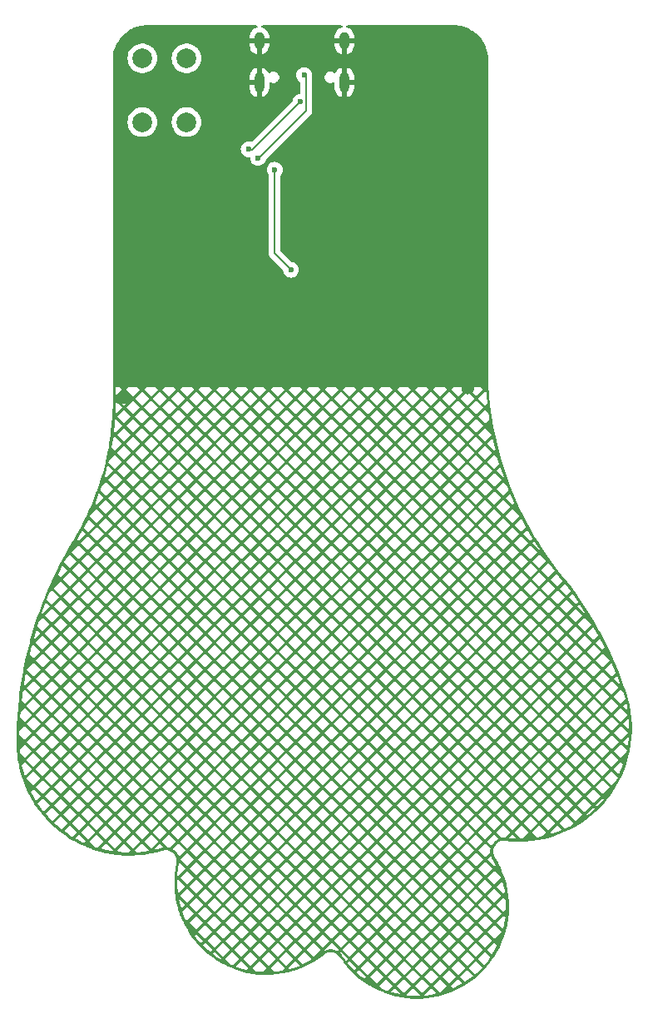
<source format=gbr>
%TF.GenerationSoftware,KiCad,Pcbnew,8.0.4+1*%
%TF.CreationDate,2024-09-15T14:39:29+02:00*%
%TF.ProjectId,meowcontrol,6d656f77-636f-46e7-9472-6f6c2e6b6963,rev?*%
%TF.SameCoordinates,Original*%
%TF.FileFunction,Copper,L2,Bot*%
%TF.FilePolarity,Positive*%
%FSLAX46Y46*%
G04 Gerber Fmt 4.6, Leading zero omitted, Abs format (unit mm)*
G04 Created by KiCad (PCBNEW 8.0.4+1) date 2024-09-15 14:39:29*
%MOMM*%
%LPD*%
G01*
G04 APERTURE LIST*
%TA.AperFunction,ComponentPad*%
%ADD10C,2.000000*%
%TD*%
%TA.AperFunction,ComponentPad*%
%ADD11O,1.000000X2.100000*%
%TD*%
%TA.AperFunction,ComponentPad*%
%ADD12O,1.000000X1.800000*%
%TD*%
%TA.AperFunction,ViaPad*%
%ADD13C,0.600000*%
%TD*%
%TA.AperFunction,Conductor*%
%ADD14C,0.200000*%
%TD*%
G04 APERTURE END LIST*
D10*
%TO.P,SW1,1,1*%
%TO.N,boot*%
X110380000Y-66980000D03*
X110380000Y-73480000D03*
%TO.P,SW1,2,2*%
%TO.N,+3.3V*%
X105880000Y-66980000D03*
X105880000Y-73480000D03*
%TD*%
D11*
%TO.P,J1,S1,SHIELD*%
%TO.N,GND*%
X126450000Y-69415000D03*
D12*
X126450000Y-65235000D03*
D11*
X117810000Y-69415000D03*
D12*
X117810000Y-65235000D03*
%TD*%
D13*
%TO.N,GND*%
X120840000Y-83890000D03*
X118130000Y-85980000D03*
X111980000Y-95620000D03*
X118000000Y-97000000D03*
X115000000Y-96000000D03*
X135500000Y-96500000D03*
X139000000Y-100500000D03*
X104000000Y-101500000D03*
X137860000Y-93570000D03*
X127500000Y-96000000D03*
X129500000Y-93000000D03*
X133510000Y-78720000D03*
X138660000Y-77980000D03*
X138660000Y-83410000D03*
X123850000Y-83230000D03*
X132010000Y-83100000D03*
X118290000Y-91640000D03*
X113070000Y-89510000D03*
X108050000Y-86710000D03*
X105280000Y-76160000D03*
X118950000Y-72520000D03*
X128640000Y-70600000D03*
X133920000Y-69630000D03*
X132180000Y-76260000D03*
X137110000Y-76160000D03*
%TO.N,neo*%
X121020000Y-88500000D03*
X119360000Y-78330000D03*
%TO.N,usb+*%
X116710000Y-76240000D03*
%TO.N,usb-*%
X117670000Y-77140000D03*
X122350000Y-68700000D03*
%TO.N,usb+*%
X121960000Y-71400000D03*
%TD*%
D14*
%TO.N,neo*%
X121020000Y-88500000D02*
X120900000Y-88360000D01*
X119360000Y-86820000D02*
X121020000Y-88500000D01*
X119360000Y-78330000D02*
X119360000Y-86820000D01*
%TO.N,usb+*%
X116710000Y-76240000D02*
X116670000Y-76290000D01*
%TO.N,usb-*%
X117670000Y-77200000D02*
X117740000Y-77130000D01*
X117670000Y-77140000D02*
X117670000Y-77200000D01*
X117730000Y-77140000D02*
X117670000Y-77140000D01*
X122560000Y-72310000D02*
X117730000Y-77140000D01*
X122560000Y-68910000D02*
X122560000Y-72310000D01*
X122350000Y-68700000D02*
X122560000Y-68910000D01*
%TO.N,usb+*%
X117070000Y-76290000D02*
X116710000Y-76240000D01*
X121960000Y-71400000D02*
X117070000Y-76290000D01*
%TD*%
%TA.AperFunction,Conductor*%
%TO.N,GND*%
G36*
X117555541Y-63648614D02*
G01*
X117601296Y-63701418D01*
X117611240Y-63770576D01*
X117582215Y-63834132D01*
X117524090Y-63871486D01*
X117524143Y-63871660D01*
X117523530Y-63871845D01*
X117523437Y-63871906D01*
X117522885Y-63872041D01*
X117518306Y-63873430D01*
X117336328Y-63948807D01*
X117336315Y-63948814D01*
X117172537Y-64058248D01*
X117172533Y-64058251D01*
X117033251Y-64197533D01*
X117033248Y-64197537D01*
X116923814Y-64361315D01*
X116923807Y-64361328D01*
X116848430Y-64543306D01*
X116848427Y-64543318D01*
X116810000Y-64736504D01*
X116810000Y-64985000D01*
X117510000Y-64985000D01*
X117510000Y-65485000D01*
X116810000Y-65485000D01*
X116810000Y-65733495D01*
X116848427Y-65926681D01*
X116848430Y-65926693D01*
X116923807Y-66108671D01*
X116923814Y-66108684D01*
X117033248Y-66272462D01*
X117033251Y-66272466D01*
X117172533Y-66411748D01*
X117172537Y-66411751D01*
X117336315Y-66521185D01*
X117336328Y-66521192D01*
X117518308Y-66596569D01*
X117560000Y-66604862D01*
X117560000Y-65801988D01*
X117569940Y-65819205D01*
X117625795Y-65875060D01*
X117694204Y-65914556D01*
X117770504Y-65935000D01*
X117849496Y-65935000D01*
X117925796Y-65914556D01*
X117994205Y-65875060D01*
X118050060Y-65819205D01*
X118060000Y-65801988D01*
X118060000Y-66604862D01*
X118101690Y-66596569D01*
X118101692Y-66596569D01*
X118283671Y-66521192D01*
X118283684Y-66521185D01*
X118447462Y-66411751D01*
X118447466Y-66411748D01*
X118586748Y-66272466D01*
X118586751Y-66272462D01*
X118696185Y-66108684D01*
X118696192Y-66108671D01*
X118771569Y-65926693D01*
X118771572Y-65926681D01*
X118809999Y-65733495D01*
X118810000Y-65733492D01*
X118810000Y-65485000D01*
X118110000Y-65485000D01*
X118110000Y-64985000D01*
X118810000Y-64985000D01*
X118810000Y-64736508D01*
X118809999Y-64736504D01*
X118771572Y-64543318D01*
X118771569Y-64543306D01*
X118696192Y-64361328D01*
X118696185Y-64361315D01*
X118586751Y-64197537D01*
X118586748Y-64197533D01*
X118447466Y-64058251D01*
X118447462Y-64058248D01*
X118283684Y-63948814D01*
X118283671Y-63948807D01*
X118101693Y-63873430D01*
X118095857Y-63871660D01*
X118096669Y-63868981D01*
X118045399Y-63842164D01*
X118010822Y-63781449D01*
X118014560Y-63711680D01*
X118055424Y-63655006D01*
X118120442Y-63629423D01*
X118131498Y-63628929D01*
X125003499Y-63628929D01*
X126128502Y-63628929D01*
X126195541Y-63648614D01*
X126241296Y-63701418D01*
X126251240Y-63770576D01*
X126222215Y-63834132D01*
X126164090Y-63871486D01*
X126164143Y-63871660D01*
X126163530Y-63871845D01*
X126163437Y-63871906D01*
X126162885Y-63872041D01*
X126158306Y-63873430D01*
X125976328Y-63948807D01*
X125976315Y-63948814D01*
X125812537Y-64058248D01*
X125812533Y-64058251D01*
X125673251Y-64197533D01*
X125673248Y-64197537D01*
X125563814Y-64361315D01*
X125563807Y-64361328D01*
X125488430Y-64543306D01*
X125488427Y-64543318D01*
X125450000Y-64736504D01*
X125450000Y-64985000D01*
X126150000Y-64985000D01*
X126150000Y-65485000D01*
X125450000Y-65485000D01*
X125450000Y-65733495D01*
X125488427Y-65926681D01*
X125488430Y-65926693D01*
X125563807Y-66108671D01*
X125563814Y-66108684D01*
X125673248Y-66272462D01*
X125673251Y-66272466D01*
X125812533Y-66411748D01*
X125812537Y-66411751D01*
X125976315Y-66521185D01*
X125976328Y-66521192D01*
X126158308Y-66596569D01*
X126200000Y-66604862D01*
X126200000Y-65801988D01*
X126209940Y-65819205D01*
X126265795Y-65875060D01*
X126334204Y-65914556D01*
X126410504Y-65935000D01*
X126489496Y-65935000D01*
X126565796Y-65914556D01*
X126634205Y-65875060D01*
X126690060Y-65819205D01*
X126700000Y-65801988D01*
X126700000Y-66604862D01*
X126741690Y-66596569D01*
X126741692Y-66596569D01*
X126923671Y-66521192D01*
X126923684Y-66521185D01*
X127087462Y-66411751D01*
X127087466Y-66411748D01*
X127226748Y-66272466D01*
X127226751Y-66272462D01*
X127336185Y-66108684D01*
X127336192Y-66108671D01*
X127411569Y-65926693D01*
X127411572Y-65926681D01*
X127449999Y-65733495D01*
X127450000Y-65733492D01*
X127450000Y-65485000D01*
X126750000Y-65485000D01*
X126750000Y-64985000D01*
X127450000Y-64985000D01*
X127450000Y-64736508D01*
X127449999Y-64736504D01*
X127411572Y-64543318D01*
X127411569Y-64543306D01*
X127336192Y-64361328D01*
X127336185Y-64361315D01*
X127226751Y-64197537D01*
X127226748Y-64197533D01*
X127087466Y-64058251D01*
X127087462Y-64058248D01*
X126923684Y-63948814D01*
X126923671Y-63948807D01*
X126741693Y-63873430D01*
X126735857Y-63871660D01*
X126736669Y-63868981D01*
X126685399Y-63842164D01*
X126650822Y-63781449D01*
X126654560Y-63711680D01*
X126695424Y-63655006D01*
X126760442Y-63629423D01*
X126771498Y-63628929D01*
X137531945Y-63628929D01*
X137594783Y-63628929D01*
X137600868Y-63629078D01*
X137784195Y-63638085D01*
X137934761Y-63645484D01*
X137946869Y-63646676D01*
X138274535Y-63695285D01*
X138286441Y-63697653D01*
X138607778Y-63778147D01*
X138619407Y-63781675D01*
X138931287Y-63893271D01*
X138942526Y-63897927D01*
X139050100Y-63948807D01*
X139241963Y-64039554D01*
X139252682Y-64045283D01*
X139442855Y-64159270D01*
X139536805Y-64215583D01*
X139546923Y-64222344D01*
X139767691Y-64386080D01*
X139812975Y-64419665D01*
X139822381Y-64427385D01*
X140067807Y-64649830D01*
X140076412Y-64658435D01*
X140298857Y-64903870D01*
X140306576Y-64913276D01*
X140503888Y-65179326D01*
X140510649Y-65189444D01*
X140680941Y-65473562D01*
X140686677Y-65484294D01*
X140828294Y-65783727D01*
X140832951Y-65794969D01*
X140875739Y-65914556D01*
X140944537Y-66106839D01*
X140944541Y-66106848D01*
X140948073Y-66118494D01*
X141028554Y-66439804D01*
X141030928Y-66451738D01*
X141079528Y-66779389D01*
X141080721Y-66791500D01*
X141097192Y-67126832D01*
X141097341Y-67132915D01*
X141097341Y-67204304D01*
X141097342Y-67204317D01*
X141097342Y-98611382D01*
X141097361Y-98611686D01*
X141097357Y-99078697D01*
X141127340Y-100000000D01*
X102878927Y-100000000D01*
X102878927Y-78329996D01*
X118554435Y-78329996D01*
X118554435Y-78330003D01*
X118574630Y-78509249D01*
X118574631Y-78509254D01*
X118634211Y-78679523D01*
X118730185Y-78832263D01*
X118732445Y-78835097D01*
X118733334Y-78837275D01*
X118733889Y-78838158D01*
X118733734Y-78838255D01*
X118758855Y-78899783D01*
X118759500Y-78912412D01*
X118759500Y-86817748D01*
X118759498Y-86818490D01*
X118759037Y-86895536D01*
X118759204Y-86896803D01*
X118759300Y-86897549D01*
X118759479Y-86898979D01*
X118779387Y-86973277D01*
X118779577Y-86973995D01*
X118799064Y-87048507D01*
X118799551Y-87049681D01*
X118799833Y-87050367D01*
X118800378Y-87051705D01*
X118800422Y-87051782D01*
X118800423Y-87051784D01*
X118830493Y-87103868D01*
X118838902Y-87118433D01*
X118839270Y-87119076D01*
X118877321Y-87185904D01*
X118878213Y-87187066D01*
X118878642Y-87187628D01*
X118879425Y-87188661D01*
X118933777Y-87243013D01*
X118934301Y-87243539D01*
X119385869Y-87700548D01*
X120189203Y-88513560D01*
X120222320Y-88575083D01*
X120224218Y-88586832D01*
X120234630Y-88679249D01*
X120234631Y-88679254D01*
X120294211Y-88849523D01*
X120390184Y-89002262D01*
X120517738Y-89129816D01*
X120670478Y-89225789D01*
X120840745Y-89285368D01*
X120840750Y-89285369D01*
X121019996Y-89305565D01*
X121020000Y-89305565D01*
X121020004Y-89305565D01*
X121199249Y-89285369D01*
X121199252Y-89285368D01*
X121199255Y-89285368D01*
X121369522Y-89225789D01*
X121522262Y-89129816D01*
X121649816Y-89002262D01*
X121745789Y-88849522D01*
X121805368Y-88679255D01*
X121805369Y-88679249D01*
X121825565Y-88500003D01*
X121825565Y-88499996D01*
X121805369Y-88320750D01*
X121805368Y-88320745D01*
X121745788Y-88150476D01*
X121649815Y-87997737D01*
X121522262Y-87870184D01*
X121369521Y-87774210D01*
X121199249Y-87714630D01*
X121117792Y-87705452D01*
X121053378Y-87678385D01*
X121043471Y-87669387D01*
X119996295Y-86609593D01*
X119963178Y-86548070D01*
X119960500Y-86522438D01*
X119960500Y-78912412D01*
X119980185Y-78845373D01*
X119987555Y-78835097D01*
X119989810Y-78832267D01*
X119989816Y-78832262D01*
X120085789Y-78679522D01*
X120145368Y-78509255D01*
X120165565Y-78330000D01*
X120145368Y-78150745D01*
X120085789Y-77980478D01*
X119989816Y-77827738D01*
X119862262Y-77700184D01*
X119770080Y-77642262D01*
X119709523Y-77604211D01*
X119539254Y-77544631D01*
X119539249Y-77544630D01*
X119360004Y-77524435D01*
X119359996Y-77524435D01*
X119180750Y-77544630D01*
X119180745Y-77544631D01*
X119010476Y-77604211D01*
X118857737Y-77700184D01*
X118730184Y-77827737D01*
X118634211Y-77980476D01*
X118574631Y-78150745D01*
X118574630Y-78150750D01*
X118554435Y-78329996D01*
X102878927Y-78329996D01*
X102878927Y-76239996D01*
X115904435Y-76239996D01*
X115904435Y-76240003D01*
X115924630Y-76419249D01*
X115924631Y-76419254D01*
X115984211Y-76589523D01*
X116080184Y-76742262D01*
X116207738Y-76869816D01*
X116360478Y-76965789D01*
X116530745Y-77025368D01*
X116530750Y-77025369D01*
X116709996Y-77045565D01*
X116710000Y-77045565D01*
X116710001Y-77045565D01*
X116720892Y-77044337D01*
X116728770Y-77043450D01*
X116797592Y-77055504D01*
X116848972Y-77102852D01*
X116865875Y-77152787D01*
X116884630Y-77319249D01*
X116884631Y-77319254D01*
X116944211Y-77489523D01*
X116978838Y-77544631D01*
X117040184Y-77642262D01*
X117167738Y-77769816D01*
X117320478Y-77865789D01*
X117490745Y-77925368D01*
X117490750Y-77925369D01*
X117669996Y-77945565D01*
X117670000Y-77945565D01*
X117670004Y-77945565D01*
X117849249Y-77925369D01*
X117849252Y-77925368D01*
X117849255Y-77925368D01*
X118019522Y-77865789D01*
X118172262Y-77769816D01*
X118299816Y-77642262D01*
X118395789Y-77489522D01*
X118455368Y-77319255D01*
X118457542Y-77299950D01*
X118484607Y-77235538D01*
X118493072Y-77226161D01*
X123040520Y-72678716D01*
X123119577Y-72541784D01*
X123160501Y-72389057D01*
X123160501Y-72230942D01*
X123160501Y-72223347D01*
X123160500Y-72223329D01*
X123160500Y-68999059D01*
X123160501Y-68999046D01*
X123160501Y-68839234D01*
X124444500Y-68839234D01*
X124444500Y-68990765D01*
X124483719Y-69137136D01*
X124499807Y-69165000D01*
X124559485Y-69268365D01*
X124666635Y-69375515D01*
X124797865Y-69451281D01*
X124944234Y-69490500D01*
X124944236Y-69490500D01*
X125095764Y-69490500D01*
X125095766Y-69490500D01*
X125242135Y-69451281D01*
X125263999Y-69438657D01*
X125331897Y-69422184D01*
X125397925Y-69445035D01*
X125441117Y-69499955D01*
X125450000Y-69546044D01*
X125450000Y-70063495D01*
X125488427Y-70256681D01*
X125488430Y-70256693D01*
X125563807Y-70438671D01*
X125563814Y-70438684D01*
X125673248Y-70602462D01*
X125673251Y-70602466D01*
X125812533Y-70741748D01*
X125812537Y-70741751D01*
X125976315Y-70851185D01*
X125976328Y-70851192D01*
X126158308Y-70926569D01*
X126200000Y-70934862D01*
X126200000Y-70131988D01*
X126209940Y-70149205D01*
X126265795Y-70205060D01*
X126334204Y-70244556D01*
X126410504Y-70265000D01*
X126489496Y-70265000D01*
X126565796Y-70244556D01*
X126634205Y-70205060D01*
X126690060Y-70149205D01*
X126700000Y-70131988D01*
X126700000Y-70934862D01*
X126741690Y-70926569D01*
X126741692Y-70926569D01*
X126923671Y-70851192D01*
X126923684Y-70851185D01*
X127087462Y-70741751D01*
X127087466Y-70741748D01*
X127226748Y-70602466D01*
X127226751Y-70602462D01*
X127336185Y-70438684D01*
X127336192Y-70438671D01*
X127411569Y-70256693D01*
X127411572Y-70256681D01*
X127449999Y-70063495D01*
X127450000Y-70063492D01*
X127450000Y-69665000D01*
X126750000Y-69665000D01*
X126750000Y-69165000D01*
X127450000Y-69165000D01*
X127450000Y-68766508D01*
X127449999Y-68766504D01*
X127411572Y-68573318D01*
X127411569Y-68573306D01*
X127336192Y-68391328D01*
X127336185Y-68391315D01*
X127226751Y-68227537D01*
X127226748Y-68227533D01*
X127087466Y-68088251D01*
X127087462Y-68088248D01*
X126923684Y-67978814D01*
X126923671Y-67978807D01*
X126741691Y-67903429D01*
X126741683Y-67903427D01*
X126700000Y-67895135D01*
X126700000Y-68698011D01*
X126690060Y-68680795D01*
X126634205Y-68624940D01*
X126565796Y-68585444D01*
X126489496Y-68565000D01*
X126410504Y-68565000D01*
X126334204Y-68585444D01*
X126265795Y-68624940D01*
X126209940Y-68680795D01*
X126200000Y-68698011D01*
X126200000Y-67895136D01*
X126199999Y-67895135D01*
X126158316Y-67903427D01*
X126158308Y-67903429D01*
X125976328Y-67978807D01*
X125976315Y-67978814D01*
X125812537Y-68088248D01*
X125812533Y-68088251D01*
X125673251Y-68227533D01*
X125673248Y-68227537D01*
X125563814Y-68391315D01*
X125563809Y-68391324D01*
X125559866Y-68400845D01*
X125516023Y-68455247D01*
X125449728Y-68477310D01*
X125382030Y-68460029D01*
X125376597Y-68456351D01*
X125242136Y-68378719D01*
X125167896Y-68358827D01*
X125095766Y-68339500D01*
X124944234Y-68339500D01*
X124797863Y-68378719D01*
X124666635Y-68454485D01*
X124666632Y-68454487D01*
X124559487Y-68561632D01*
X124559485Y-68561635D01*
X124483719Y-68692863D01*
X124444500Y-68839234D01*
X123160501Y-68839234D01*
X123160501Y-68830943D01*
X123152711Y-68801875D01*
X123149266Y-68755897D01*
X123155565Y-68700000D01*
X123142658Y-68585444D01*
X123135369Y-68520750D01*
X123135368Y-68520745D01*
X123115132Y-68462914D01*
X123075789Y-68350478D01*
X122979816Y-68197738D01*
X122852262Y-68070184D01*
X122699523Y-67974211D01*
X122529254Y-67914631D01*
X122529249Y-67914630D01*
X122350004Y-67894435D01*
X122349996Y-67894435D01*
X122170750Y-67914630D01*
X122170745Y-67914631D01*
X122000476Y-67974211D01*
X121847737Y-68070184D01*
X121720184Y-68197737D01*
X121624211Y-68350476D01*
X121564631Y-68520745D01*
X121564630Y-68520750D01*
X121544435Y-68699996D01*
X121544435Y-68700003D01*
X121564630Y-68879249D01*
X121564631Y-68879254D01*
X121624211Y-69049523D01*
X121696771Y-69165000D01*
X121720184Y-69202262D01*
X121847738Y-69329816D01*
X121901473Y-69363580D01*
X121947762Y-69415911D01*
X121959500Y-69468572D01*
X121959500Y-70483677D01*
X121939815Y-70550716D01*
X121887011Y-70596471D01*
X121849384Y-70606897D01*
X121780750Y-70614630D01*
X121610478Y-70674210D01*
X121457737Y-70770184D01*
X121330184Y-70897737D01*
X121234210Y-71050478D01*
X121174630Y-71220750D01*
X121164837Y-71307668D01*
X121137770Y-71372082D01*
X121129298Y-71381465D01*
X117067969Y-75442794D01*
X117006646Y-75476279D01*
X116939334Y-75472155D01*
X116889252Y-75454631D01*
X116710004Y-75434435D01*
X116709996Y-75434435D01*
X116530750Y-75454630D01*
X116530745Y-75454631D01*
X116360476Y-75514211D01*
X116207737Y-75610184D01*
X116080184Y-75737737D01*
X115984211Y-75890476D01*
X115924631Y-76060745D01*
X115924630Y-76060750D01*
X115904435Y-76239996D01*
X102878927Y-76239996D01*
X102878927Y-73479994D01*
X104374357Y-73479994D01*
X104374357Y-73480005D01*
X104394890Y-73727812D01*
X104394892Y-73727824D01*
X104455936Y-73968881D01*
X104555826Y-74196606D01*
X104691833Y-74404782D01*
X104691836Y-74404785D01*
X104860256Y-74587738D01*
X105056491Y-74740474D01*
X105275190Y-74858828D01*
X105510386Y-74939571D01*
X105755665Y-74980500D01*
X106004335Y-74980500D01*
X106249614Y-74939571D01*
X106484810Y-74858828D01*
X106703509Y-74740474D01*
X106899744Y-74587738D01*
X107068164Y-74404785D01*
X107204173Y-74196607D01*
X107304063Y-73968881D01*
X107365108Y-73727821D01*
X107385643Y-73480000D01*
X107385643Y-73479994D01*
X108874357Y-73479994D01*
X108874357Y-73480005D01*
X108894890Y-73727812D01*
X108894892Y-73727824D01*
X108955936Y-73968881D01*
X109055826Y-74196606D01*
X109191833Y-74404782D01*
X109191836Y-74404785D01*
X109360256Y-74587738D01*
X109556491Y-74740474D01*
X109775190Y-74858828D01*
X110010386Y-74939571D01*
X110255665Y-74980500D01*
X110504335Y-74980500D01*
X110749614Y-74939571D01*
X110984810Y-74858828D01*
X111203509Y-74740474D01*
X111399744Y-74587738D01*
X111568164Y-74404785D01*
X111704173Y-74196607D01*
X111804063Y-73968881D01*
X111865108Y-73727821D01*
X111885643Y-73480000D01*
X111865108Y-73232179D01*
X111804063Y-72991119D01*
X111704173Y-72763393D01*
X111648851Y-72678716D01*
X111568166Y-72555217D01*
X111546557Y-72531744D01*
X111399744Y-72372262D01*
X111203509Y-72219526D01*
X111203507Y-72219525D01*
X111203506Y-72219524D01*
X110984811Y-72101172D01*
X110984802Y-72101169D01*
X110749616Y-72020429D01*
X110504335Y-71979500D01*
X110255665Y-71979500D01*
X110010383Y-72020429D01*
X109775197Y-72101169D01*
X109775188Y-72101172D01*
X109556493Y-72219524D01*
X109360257Y-72372261D01*
X109191833Y-72555217D01*
X109055826Y-72763393D01*
X108955936Y-72991118D01*
X108894892Y-73232175D01*
X108894890Y-73232187D01*
X108874357Y-73479994D01*
X107385643Y-73479994D01*
X107365108Y-73232179D01*
X107304063Y-72991119D01*
X107204173Y-72763393D01*
X107148851Y-72678716D01*
X107068166Y-72555217D01*
X107046557Y-72531744D01*
X106899744Y-72372262D01*
X106703509Y-72219526D01*
X106703507Y-72219525D01*
X106703506Y-72219524D01*
X106484811Y-72101172D01*
X106484802Y-72101169D01*
X106249616Y-72020429D01*
X106004335Y-71979500D01*
X105755665Y-71979500D01*
X105510383Y-72020429D01*
X105275197Y-72101169D01*
X105275188Y-72101172D01*
X105056493Y-72219524D01*
X104860257Y-72372261D01*
X104691833Y-72555217D01*
X104555826Y-72763393D01*
X104455936Y-72991118D01*
X104394892Y-73232175D01*
X104394890Y-73232187D01*
X104374357Y-73479994D01*
X102878927Y-73479994D01*
X102878927Y-68766504D01*
X116810000Y-68766504D01*
X116810000Y-69165000D01*
X117510000Y-69165000D01*
X117510000Y-69665000D01*
X116810000Y-69665000D01*
X116810000Y-70063495D01*
X116848427Y-70256681D01*
X116848430Y-70256693D01*
X116923807Y-70438671D01*
X116923814Y-70438684D01*
X117033248Y-70602462D01*
X117033251Y-70602466D01*
X117172533Y-70741748D01*
X117172537Y-70741751D01*
X117336315Y-70851185D01*
X117336328Y-70851192D01*
X117518308Y-70926569D01*
X117560000Y-70934862D01*
X117560000Y-70131988D01*
X117569940Y-70149205D01*
X117625795Y-70205060D01*
X117694204Y-70244556D01*
X117770504Y-70265000D01*
X117849496Y-70265000D01*
X117925796Y-70244556D01*
X117994205Y-70205060D01*
X118050060Y-70149205D01*
X118060000Y-70131988D01*
X118060000Y-70934862D01*
X118101690Y-70926569D01*
X118101692Y-70926569D01*
X118283671Y-70851192D01*
X118283684Y-70851185D01*
X118447462Y-70741751D01*
X118447466Y-70741748D01*
X118586748Y-70602466D01*
X118586751Y-70602462D01*
X118696185Y-70438684D01*
X118696192Y-70438671D01*
X118771569Y-70256693D01*
X118771572Y-70256681D01*
X118809999Y-70063495D01*
X118810000Y-70063492D01*
X118810000Y-69546044D01*
X118829685Y-69479005D01*
X118882489Y-69433250D01*
X118951647Y-69423306D01*
X118996000Y-69438657D01*
X119017865Y-69451281D01*
X119164234Y-69490500D01*
X119164236Y-69490500D01*
X119315764Y-69490500D01*
X119315766Y-69490500D01*
X119462135Y-69451281D01*
X119593365Y-69375515D01*
X119700515Y-69268365D01*
X119776281Y-69137135D01*
X119815500Y-68990766D01*
X119815500Y-68839234D01*
X119776281Y-68692865D01*
X119700515Y-68561635D01*
X119593365Y-68454485D01*
X119523406Y-68414094D01*
X119462136Y-68378719D01*
X119387896Y-68358827D01*
X119315766Y-68339500D01*
X119164234Y-68339500D01*
X119017863Y-68378719D01*
X118926428Y-68431510D01*
X118886635Y-68454485D01*
X118886633Y-68454486D01*
X118879597Y-68458549D01*
X118878327Y-68456349D01*
X118824995Y-68476960D01*
X118756552Y-68462914D01*
X118706568Y-68414094D01*
X118700131Y-68400838D01*
X118696192Y-68391328D01*
X118696185Y-68391315D01*
X118586751Y-68227537D01*
X118586748Y-68227533D01*
X118447466Y-68088251D01*
X118447462Y-68088248D01*
X118283684Y-67978814D01*
X118283671Y-67978807D01*
X118101691Y-67903429D01*
X118101683Y-67903427D01*
X118060000Y-67895135D01*
X118060000Y-68698011D01*
X118050060Y-68680795D01*
X117994205Y-68624940D01*
X117925796Y-68585444D01*
X117849496Y-68565000D01*
X117770504Y-68565000D01*
X117694204Y-68585444D01*
X117625795Y-68624940D01*
X117569940Y-68680795D01*
X117560000Y-68698011D01*
X117560000Y-67895136D01*
X117559999Y-67895135D01*
X117518316Y-67903427D01*
X117518308Y-67903429D01*
X117336328Y-67978807D01*
X117336315Y-67978814D01*
X117172537Y-68088248D01*
X117172533Y-68088251D01*
X117033251Y-68227533D01*
X117033248Y-68227537D01*
X116923814Y-68391315D01*
X116923807Y-68391328D01*
X116848430Y-68573306D01*
X116848427Y-68573318D01*
X116810000Y-68766504D01*
X102878927Y-68766504D01*
X102878927Y-67194320D01*
X102878928Y-67194317D01*
X102878927Y-67131474D01*
X102879076Y-67125390D01*
X102882176Y-67062274D01*
X102886218Y-66979994D01*
X104374357Y-66979994D01*
X104374357Y-66980005D01*
X104394890Y-67227812D01*
X104394892Y-67227824D01*
X104455936Y-67468881D01*
X104555826Y-67696606D01*
X104691833Y-67904782D01*
X104691836Y-67904785D01*
X104860256Y-68087738D01*
X105056491Y-68240474D01*
X105056493Y-68240475D01*
X105259760Y-68350478D01*
X105275190Y-68358828D01*
X105510386Y-68439571D01*
X105755665Y-68480500D01*
X106004335Y-68480500D01*
X106249614Y-68439571D01*
X106484810Y-68358828D01*
X106703509Y-68240474D01*
X106899744Y-68087738D01*
X107068164Y-67904785D01*
X107204173Y-67696607D01*
X107304063Y-67468881D01*
X107365108Y-67227821D01*
X107372972Y-67132915D01*
X107385643Y-66980005D01*
X107385643Y-66979994D01*
X108874357Y-66979994D01*
X108874357Y-66980005D01*
X108894890Y-67227812D01*
X108894892Y-67227824D01*
X108955936Y-67468881D01*
X109055826Y-67696606D01*
X109191833Y-67904782D01*
X109191836Y-67904785D01*
X109360256Y-68087738D01*
X109556491Y-68240474D01*
X109556493Y-68240475D01*
X109759760Y-68350478D01*
X109775190Y-68358828D01*
X110010386Y-68439571D01*
X110255665Y-68480500D01*
X110504335Y-68480500D01*
X110749614Y-68439571D01*
X110984810Y-68358828D01*
X111203509Y-68240474D01*
X111399744Y-68087738D01*
X111568164Y-67904785D01*
X111704173Y-67696607D01*
X111804063Y-67468881D01*
X111865108Y-67227821D01*
X111872972Y-67132915D01*
X111885643Y-66980005D01*
X111885643Y-66979994D01*
X111865109Y-66732187D01*
X111865107Y-66732175D01*
X111804063Y-66491118D01*
X111704173Y-66263393D01*
X111568166Y-66055217D01*
X111449851Y-65926693D01*
X111399744Y-65872262D01*
X111203509Y-65719526D01*
X111203507Y-65719525D01*
X111203506Y-65719524D01*
X110984811Y-65601172D01*
X110984802Y-65601169D01*
X110749616Y-65520429D01*
X110504335Y-65479500D01*
X110255665Y-65479500D01*
X110010383Y-65520429D01*
X109775197Y-65601169D01*
X109775188Y-65601172D01*
X109556493Y-65719524D01*
X109360257Y-65872261D01*
X109191833Y-66055217D01*
X109055826Y-66263393D01*
X108955936Y-66491118D01*
X108894892Y-66732175D01*
X108894890Y-66732187D01*
X108874357Y-66979994D01*
X107385643Y-66979994D01*
X107365109Y-66732187D01*
X107365107Y-66732175D01*
X107304063Y-66491118D01*
X107204173Y-66263393D01*
X107068166Y-66055217D01*
X106949851Y-65926693D01*
X106899744Y-65872262D01*
X106703509Y-65719526D01*
X106703507Y-65719525D01*
X106703506Y-65719524D01*
X106484811Y-65601172D01*
X106484802Y-65601169D01*
X106249616Y-65520429D01*
X106004335Y-65479500D01*
X105755665Y-65479500D01*
X105510383Y-65520429D01*
X105275197Y-65601169D01*
X105275188Y-65601172D01*
X105056493Y-65719524D01*
X104860257Y-65872261D01*
X104691833Y-66055217D01*
X104555826Y-66263393D01*
X104455936Y-66491118D01*
X104394892Y-66732175D01*
X104394890Y-66732187D01*
X104374357Y-66979994D01*
X102886218Y-66979994D01*
X102895477Y-66791487D01*
X102896670Y-66779384D01*
X102945271Y-66451731D01*
X102947645Y-66439797D01*
X102954671Y-66411748D01*
X103028131Y-66118467D01*
X103031650Y-66106862D01*
X103143257Y-65794939D01*
X103147902Y-65783727D01*
X103289539Y-65484259D01*
X103295260Y-65473556D01*
X103465570Y-65189409D01*
X103472311Y-65179321D01*
X103669649Y-64913239D01*
X103677346Y-64903861D01*
X103899823Y-64658395D01*
X103908393Y-64649825D01*
X104153852Y-64427354D01*
X104163237Y-64419651D01*
X104429324Y-64222308D01*
X104439417Y-64215565D01*
X104723554Y-64045260D01*
X104734258Y-64039538D01*
X105033717Y-63897906D01*
X105044943Y-63893256D01*
X105356854Y-63781653D01*
X105368465Y-63778132D01*
X105689800Y-63697643D01*
X105701722Y-63695272D01*
X106029390Y-63646669D01*
X106041485Y-63645477D01*
X106375351Y-63629077D01*
X106381432Y-63628929D01*
X106444316Y-63628930D01*
X106444320Y-63628929D01*
X117488502Y-63628929D01*
X117555541Y-63648614D01*
G37*
%TD.AperFunction*%
%TD*%
%TA.AperFunction,Conductor*%
%TO.N,GND*%
G36*
X141132559Y-100160356D02*
G01*
X141132561Y-100160381D01*
X141202934Y-101240359D01*
X141299941Y-102231087D01*
X141308402Y-102317496D01*
X141448847Y-103390576D01*
X141624132Y-104458570D01*
X141834065Y-105520294D01*
X142078422Y-106574615D01*
X142356940Y-107620407D01*
X142669340Y-108656619D01*
X143015285Y-109682128D01*
X143394391Y-110695797D01*
X143806287Y-111696640D01*
X144250520Y-112683549D01*
X144726601Y-113655442D01*
X145097857Y-114354794D01*
X145234069Y-114611381D01*
X145772357Y-115550290D01*
X146229505Y-116290757D01*
X146340911Y-116471207D01*
X146448583Y-116633547D01*
X146939102Y-117373113D01*
X147566326Y-118255097D01*
X147566340Y-118255115D01*
X148221909Y-119116212D01*
X148523908Y-119487197D01*
X148523931Y-119487223D01*
X148562997Y-119535214D01*
X148564077Y-119536561D01*
X149128283Y-120251492D01*
X149272918Y-120434766D01*
X149275198Y-120437747D01*
X149955929Y-121356184D01*
X149958118Y-121359233D01*
X150610737Y-122297850D01*
X150612833Y-122300964D01*
X151236743Y-123258902D01*
X151238744Y-123262078D01*
X151833392Y-124238487D01*
X151835292Y-124241717D01*
X152004725Y-124539882D01*
X152400092Y-125235639D01*
X152401897Y-125238930D01*
X152936372Y-126249521D01*
X152938076Y-126252865D01*
X153441699Y-127279130D01*
X153443302Y-127282525D01*
X153915657Y-128323617D01*
X153917156Y-128327058D01*
X154357771Y-129381936D01*
X154359165Y-129385421D01*
X154767649Y-130453148D01*
X154768937Y-130456673D01*
X155144594Y-131535345D01*
X155146270Y-131540521D01*
X155334321Y-132167849D01*
X155336171Y-132174733D01*
X155487637Y-132810875D01*
X155489088Y-132817855D01*
X155603746Y-133461633D01*
X155604794Y-133468683D01*
X155682275Y-134118009D01*
X155682915Y-134125108D01*
X155722954Y-134777779D01*
X155723186Y-134784904D01*
X155725655Y-135438818D01*
X155725477Y-135445943D01*
X155690369Y-136098913D01*
X155689782Y-136106017D01*
X155617212Y-136755886D01*
X155616218Y-136762945D01*
X155506421Y-137407598D01*
X155505022Y-137414587D01*
X155358375Y-138051819D01*
X155356578Y-138058717D01*
X155173546Y-138686507D01*
X155171355Y-138693290D01*
X154952557Y-139309511D01*
X154949980Y-139316157D01*
X154696133Y-139918795D01*
X154693178Y-139925282D01*
X154405120Y-140512338D01*
X154401797Y-140518644D01*
X154080494Y-141088160D01*
X154076815Y-141094265D01*
X153723309Y-141644390D01*
X153719285Y-141650274D01*
X153334743Y-142179192D01*
X153330387Y-142184834D01*
X152916102Y-142690764D01*
X152911429Y-142696147D01*
X152468762Y-143177431D01*
X152463788Y-143182537D01*
X151994184Y-143637603D01*
X151988924Y-143642414D01*
X151493942Y-144069747D01*
X151488415Y-144074248D01*
X150969720Y-144472416D01*
X150963944Y-144476592D01*
X150423218Y-144844304D01*
X150417211Y-144848142D01*
X149856221Y-145184192D01*
X149850003Y-145187677D01*
X149270668Y-145490916D01*
X149264260Y-145494039D01*
X148668440Y-145763497D01*
X148661864Y-145766246D01*
X148051550Y-146001021D01*
X148044826Y-146003388D01*
X147422032Y-146202704D01*
X147415183Y-146204681D01*
X146781963Y-146367881D01*
X146775013Y-146369461D01*
X146133457Y-146496009D01*
X146126427Y-146497187D01*
X145478659Y-146586661D01*
X145471572Y-146587433D01*
X144819729Y-146639537D01*
X144812611Y-146639900D01*
X144158870Y-146654463D01*
X144151742Y-146654417D01*
X143498225Y-146631391D01*
X143491111Y-146630935D01*
X142840383Y-146570430D01*
X142836759Y-146570040D01*
X142836491Y-146570007D01*
X142836492Y-146570007D01*
X142799872Y-146565512D01*
X142741582Y-146558359D01*
X142741568Y-146558359D01*
X142550593Y-146568266D01*
X142550592Y-146568266D01*
X142550587Y-146568266D01*
X142550587Y-146568267D01*
X142542991Y-146570007D01*
X142364164Y-146610968D01*
X142187903Y-146685180D01*
X142187899Y-146685182D01*
X142027079Y-146788682D01*
X142027073Y-146788687D01*
X141886520Y-146918367D01*
X141835872Y-146984679D01*
X141770432Y-147070356D01*
X141770431Y-147070358D01*
X141770430Y-147070358D01*
X141682298Y-147240084D01*
X141624758Y-147422474D01*
X141599536Y-147612054D01*
X141599536Y-147612055D01*
X141607389Y-147803134D01*
X141607391Y-147803149D01*
X141648084Y-147990011D01*
X141648086Y-147990015D01*
X141660374Y-148020100D01*
X141720399Y-148167062D01*
X141734622Y-148189663D01*
X141770241Y-148246266D01*
X141772329Y-148249708D01*
X141793402Y-148285742D01*
X142070923Y-148760298D01*
X142074689Y-148767234D01*
X142114428Y-148846343D01*
X142339348Y-149294102D01*
X142342643Y-149301218D01*
X142467096Y-149594072D01*
X142573240Y-149843844D01*
X142576094Y-149851203D01*
X142771700Y-150407400D01*
X142774080Y-150414926D01*
X142933896Y-150982416D01*
X142935793Y-150990078D01*
X143059185Y-151566607D01*
X143060590Y-151574374D01*
X143147047Y-152157559D01*
X143147956Y-152165399D01*
X143197138Y-152752925D01*
X143197546Y-152760808D01*
X143209247Y-153350277D01*
X143209152Y-153358170D01*
X143183327Y-153947180D01*
X143182730Y-153955050D01*
X143119485Y-154541214D01*
X143118389Y-154549031D01*
X143017977Y-155129991D01*
X143016386Y-155137722D01*
X142879214Y-155711124D01*
X142877134Y-155718738D01*
X142703764Y-156282239D01*
X142701204Y-156289706D01*
X142492332Y-156841035D01*
X142489302Y-156848323D01*
X142245767Y-157385268D01*
X142242280Y-157392349D01*
X141965090Y-157912690D01*
X141961159Y-157919535D01*
X141651419Y-158421194D01*
X141647061Y-158427774D01*
X141306035Y-158908707D01*
X141301267Y-158914997D01*
X140930329Y-159373265D01*
X140925170Y-159379239D01*
X140525831Y-159812975D01*
X140520302Y-159818609D01*
X140094187Y-160226049D01*
X140088312Y-160231320D01*
X139637118Y-160610841D01*
X139630919Y-160615727D01*
X139156490Y-160965776D01*
X139149993Y-160970257D01*
X138913144Y-161122741D01*
X138654280Y-161289396D01*
X138647522Y-161293450D01*
X138132479Y-161580420D01*
X138125465Y-161584040D01*
X137593233Y-161837649D01*
X137586003Y-161840816D01*
X137038698Y-162060057D01*
X137031281Y-162062757D01*
X136471167Y-162246722D01*
X136463594Y-162248946D01*
X135892860Y-162396916D01*
X135885160Y-162398652D01*
X135306217Y-162510002D01*
X135298422Y-162511246D01*
X134713523Y-162585542D01*
X134705665Y-162586286D01*
X134117272Y-162623216D01*
X134109383Y-162623460D01*
X133519799Y-162622880D01*
X133511910Y-162622621D01*
X132923572Y-162584533D01*
X132915716Y-162583773D01*
X132330976Y-162508328D01*
X132323184Y-162507069D01*
X131744447Y-162394579D01*
X131736750Y-162392827D01*
X131200597Y-162252697D01*
X132723472Y-162252697D01*
X132730131Y-162259356D01*
X132948353Y-162287512D01*
X133525638Y-162324884D01*
X134067794Y-162325418D01*
X134140515Y-162252697D01*
X134561950Y-162252697D01*
X134603372Y-162294118D01*
X134681478Y-162289217D01*
X135255377Y-162216318D01*
X135823435Y-162107062D01*
X135831314Y-162105019D01*
X135270471Y-161544176D01*
X134561950Y-162252697D01*
X134140515Y-162252697D01*
X133431994Y-161544176D01*
X132723472Y-162252697D01*
X131200597Y-162252697D01*
X131166334Y-162243742D01*
X131158765Y-162241504D01*
X130598991Y-162056430D01*
X130591580Y-162053715D01*
X130310262Y-161940382D01*
X131197309Y-161940382D01*
X131247057Y-161956830D01*
X131806748Y-162103111D01*
X132235858Y-162186518D01*
X131593516Y-161544175D01*
X131197309Y-161940382D01*
X130310262Y-161940382D01*
X130044719Y-161833404D01*
X130037495Y-161830223D01*
X129505757Y-161575565D01*
X129498750Y-161571931D01*
X129072724Y-161333459D01*
X129965756Y-161333459D01*
X130211696Y-161579399D01*
X130697788Y-161775228D01*
X130880590Y-161835666D01*
X131382797Y-161333459D01*
X131804233Y-161333459D01*
X132512755Y-162041980D01*
X133221276Y-161333459D01*
X133642711Y-161333459D01*
X134351233Y-162041980D01*
X135059754Y-161333459D01*
X135481189Y-161333459D01*
X136165981Y-162018251D01*
X136230048Y-162001641D01*
X136898230Y-161333459D01*
X137319667Y-161333459D01*
X137525858Y-161539650D01*
X137992271Y-161317404D01*
X138460030Y-161056779D01*
X138028188Y-160624937D01*
X137319667Y-161333459D01*
X136898230Y-161333459D01*
X136898231Y-161333458D01*
X136189710Y-160624937D01*
X135481189Y-161333459D01*
X135059754Y-161333459D01*
X134351233Y-160624937D01*
X133642711Y-161333459D01*
X133221276Y-161333459D01*
X132512755Y-160624937D01*
X131804233Y-161333459D01*
X131382797Y-161333459D01*
X131382798Y-161333458D01*
X130674277Y-160624937D01*
X129965756Y-161333459D01*
X129072724Y-161333459D01*
X128984279Y-161283951D01*
X128977518Y-161279878D01*
X128482437Y-160959767D01*
X128475948Y-160955273D01*
X128002211Y-160604294D01*
X127996022Y-160599396D01*
X127735298Y-160379212D01*
X127545566Y-160218981D01*
X127539717Y-160213712D01*
X127253236Y-159938706D01*
X127683552Y-159938706D01*
X127742077Y-159994886D01*
X128184063Y-160368148D01*
X128463859Y-160575442D01*
X128625081Y-160414220D01*
X129046517Y-160414220D01*
X129755039Y-161122741D01*
X130463560Y-160414220D01*
X130884995Y-160414220D01*
X131593516Y-161122741D01*
X132302038Y-160414220D01*
X132723472Y-160414220D01*
X133431994Y-161122741D01*
X134140515Y-160414220D01*
X134561950Y-160414220D01*
X135270471Y-161122741D01*
X135978993Y-160414220D01*
X136400428Y-160414220D01*
X137108949Y-161122741D01*
X137817471Y-160414220D01*
X138238905Y-160414220D01*
X138718390Y-160893705D01*
X138984004Y-160722702D01*
X139449545Y-160379212D01*
X139542636Y-160300907D01*
X138947427Y-159705698D01*
X138238905Y-160414220D01*
X137817471Y-160414220D01*
X137108949Y-159705698D01*
X136400428Y-160414220D01*
X135978993Y-160414220D01*
X135270471Y-159705698D01*
X134561950Y-160414220D01*
X134140515Y-160414220D01*
X133431994Y-159705698D01*
X132723472Y-160414220D01*
X132302038Y-160414220D01*
X131593516Y-159705698D01*
X130884995Y-160414220D01*
X130463560Y-160414220D01*
X129755039Y-159705698D01*
X129046517Y-160414220D01*
X128625081Y-160414220D01*
X128625082Y-160414219D01*
X127916560Y-159705698D01*
X127683552Y-159938706D01*
X127253236Y-159938706D01*
X127114398Y-159805429D01*
X127108896Y-159799801D01*
X126813281Y-159477453D01*
X126710394Y-159365262D01*
X126705247Y-159359278D01*
X126409084Y-158991916D01*
X126791866Y-158991916D01*
X126933771Y-159167937D01*
X127324766Y-159594291D01*
X127468529Y-159732295D01*
X127705843Y-159494981D01*
X128127278Y-159494981D01*
X128835800Y-160203503D01*
X129544321Y-159494981D01*
X129965756Y-159494981D01*
X130674277Y-160203503D01*
X131382799Y-159494981D01*
X131804233Y-159494981D01*
X132512755Y-160203503D01*
X133221276Y-159494981D01*
X133642711Y-159494981D01*
X134351233Y-160203503D01*
X135059754Y-159494981D01*
X135481189Y-159494981D01*
X136189710Y-160203503D01*
X136898232Y-159494981D01*
X137319666Y-159494981D01*
X138028188Y-160203503D01*
X138736709Y-159494981D01*
X139158144Y-159494981D01*
X139771533Y-160108370D01*
X139892255Y-160006825D01*
X140310345Y-159607059D01*
X140491023Y-159410818D01*
X139866665Y-158786460D01*
X139158144Y-159494981D01*
X138736709Y-159494981D01*
X138028188Y-158786460D01*
X137319666Y-159494981D01*
X136898232Y-159494981D01*
X136189710Y-158786460D01*
X135481189Y-159494981D01*
X135059754Y-159494981D01*
X134351233Y-158786460D01*
X133642711Y-159494981D01*
X133221276Y-159494981D01*
X132512755Y-158786460D01*
X131804233Y-159494981D01*
X131382799Y-159494981D01*
X130674277Y-158786460D01*
X129965756Y-159494981D01*
X129544321Y-159494981D01*
X128835800Y-158786460D01*
X128127278Y-159494981D01*
X127705843Y-159494981D01*
X126997322Y-158786459D01*
X126791866Y-158991916D01*
X126409084Y-158991916D01*
X126335211Y-158900283D01*
X126330455Y-158893983D01*
X125998970Y-158424553D01*
X125989478Y-158411111D01*
X125987285Y-158407898D01*
X125975948Y-158390721D01*
X125975922Y-158390682D01*
X125947391Y-158347419D01*
X125947206Y-158347176D01*
X125937635Y-158332674D01*
X125937632Y-158332671D01*
X125937631Y-158332669D01*
X125839008Y-158226625D01*
X125812824Y-158198470D01*
X125667536Y-158086757D01*
X125667533Y-158086755D01*
X125667530Y-158086753D01*
X125505775Y-158000614D01*
X125376378Y-157957277D01*
X125988026Y-157957277D01*
X125999379Y-157966006D01*
X126003407Y-157969239D01*
X126005000Y-157970573D01*
X126008868Y-157973951D01*
X126018025Y-157982288D01*
X126021777Y-157985850D01*
X126023253Y-157987311D01*
X126026822Y-157990993D01*
X126160058Y-158134255D01*
X126163464Y-158138072D01*
X126164812Y-158139647D01*
X126168090Y-158143643D01*
X126175727Y-158153358D01*
X126178825Y-158157471D01*
X126180037Y-158159152D01*
X126182948Y-158163371D01*
X126194744Y-158181245D01*
X126195121Y-158181776D01*
X126224696Y-158226622D01*
X126224697Y-158226625D01*
X126234478Y-158241446D01*
X126570679Y-158717554D01*
X126603759Y-158758587D01*
X126786604Y-158575742D01*
X127208039Y-158575742D01*
X127916561Y-159284264D01*
X128625082Y-158575742D01*
X129046517Y-158575742D01*
X129755039Y-159284264D01*
X130463560Y-158575742D01*
X130884995Y-158575742D01*
X131593516Y-159284264D01*
X132302038Y-158575742D01*
X132723472Y-158575742D01*
X133431994Y-159284264D01*
X134140515Y-158575742D01*
X134561950Y-158575742D01*
X135270471Y-159284264D01*
X135978993Y-158575742D01*
X136400428Y-158575742D01*
X137108949Y-159284264D01*
X137817471Y-158575742D01*
X138238905Y-158575742D01*
X138947427Y-159284264D01*
X139655948Y-158575742D01*
X140077383Y-158575742D01*
X140693041Y-159191400D01*
X140702184Y-159181470D01*
X141066152Y-158731812D01*
X141308593Y-158389909D01*
X140785905Y-157867221D01*
X140077383Y-158575742D01*
X139655948Y-158575742D01*
X138947427Y-157867221D01*
X138238905Y-158575742D01*
X137817471Y-158575742D01*
X137108949Y-157867221D01*
X136400428Y-158575742D01*
X135978993Y-158575742D01*
X135270471Y-157867221D01*
X134561950Y-158575742D01*
X134140515Y-158575742D01*
X133431994Y-157867221D01*
X132723472Y-158575742D01*
X132302038Y-158575742D01*
X131593516Y-157867221D01*
X130884995Y-158575742D01*
X130463560Y-158575742D01*
X129755039Y-157867221D01*
X129046517Y-158575742D01*
X128625082Y-158575742D01*
X127916561Y-157867221D01*
X127208039Y-158575742D01*
X126786604Y-158575742D01*
X126078083Y-157867220D01*
X125988026Y-157957277D01*
X125376378Y-157957277D01*
X125331987Y-157942410D01*
X125150969Y-157913752D01*
X124967709Y-157915427D01*
X124787243Y-157947391D01*
X124787236Y-157947393D01*
X124614555Y-158008761D01*
X124614547Y-158008765D01*
X124454391Y-158097849D01*
X124440709Y-158108764D01*
X124440335Y-158109024D01*
X124384284Y-158153775D01*
X124381195Y-158156163D01*
X123912593Y-158506705D01*
X123906196Y-158511184D01*
X123418065Y-158830487D01*
X123411398Y-158834553D01*
X122904170Y-159122479D01*
X122897262Y-159126119D01*
X122372884Y-159381564D01*
X122365759Y-159384761D01*
X121826361Y-159606686D01*
X121819050Y-159609428D01*
X121266744Y-159796965D01*
X121259275Y-159799241D01*
X120696273Y-159951640D01*
X120688675Y-159953442D01*
X120117201Y-160070101D01*
X120109504Y-160071422D01*
X119531797Y-160151882D01*
X119524033Y-160152715D01*
X118942409Y-160196653D01*
X118934608Y-160196995D01*
X118351409Y-160204237D01*
X118343601Y-160204089D01*
X117761044Y-160174606D01*
X117753262Y-160173965D01*
X117173773Y-160107878D01*
X117166046Y-160106750D01*
X116591825Y-160004314D01*
X116584185Y-160002701D01*
X116017578Y-159864331D01*
X116010054Y-159862241D01*
X115453256Y-159688474D01*
X115445879Y-159685914D01*
X114901142Y-159477453D01*
X114893940Y-159474434D01*
X114622149Y-159350287D01*
X115402628Y-159350287D01*
X115547247Y-159405630D01*
X116093606Y-159576139D01*
X116495639Y-159674319D01*
X116674977Y-159494981D01*
X117096412Y-159494981D01*
X117439704Y-159838273D01*
X117781569Y-159877261D01*
X118114333Y-159894102D01*
X118513455Y-159494981D01*
X118934890Y-159494981D01*
X119309945Y-159870036D01*
X119496116Y-159855973D01*
X120062970Y-159777025D01*
X120071664Y-159775250D01*
X120351932Y-159494982D01*
X120773368Y-159494982D01*
X120873364Y-159594978D01*
X121176108Y-159513028D01*
X121718061Y-159329006D01*
X121935128Y-159239698D01*
X121481890Y-158786460D01*
X120773368Y-159494982D01*
X120351932Y-159494982D01*
X120351933Y-159494981D01*
X119643412Y-158786460D01*
X118934890Y-159494981D01*
X118513455Y-159494981D01*
X117804934Y-158786460D01*
X117096412Y-159494981D01*
X116674977Y-159494981D01*
X115966456Y-158786459D01*
X115402628Y-159350287D01*
X114622149Y-159350287D01*
X114363377Y-159232087D01*
X114356386Y-159228623D01*
X114304964Y-159201099D01*
X113957742Y-159015244D01*
X113842154Y-158953374D01*
X113835389Y-158949474D01*
X113339495Y-158642400D01*
X113332989Y-158638082D01*
X112857412Y-158300409D01*
X112851190Y-158295690D01*
X112550192Y-158052081D01*
X113023878Y-158052081D01*
X113034408Y-158060604D01*
X113501046Y-158391929D01*
X113871609Y-158621394D01*
X113917261Y-158575742D01*
X114338696Y-158575742D01*
X114923082Y-159160128D01*
X115012778Y-159201099D01*
X115097833Y-159233648D01*
X115755738Y-158575742D01*
X116177174Y-158575742D01*
X116885695Y-159284264D01*
X117594217Y-158575742D01*
X118015651Y-158575742D01*
X118724173Y-159284264D01*
X119432694Y-158575742D01*
X119854129Y-158575742D01*
X120562650Y-159284264D01*
X121271172Y-158575742D01*
X121692607Y-158575742D01*
X122233715Y-159116850D01*
X122247298Y-159111262D01*
X122761825Y-158860616D01*
X122907426Y-158777965D01*
X123109649Y-158575742D01*
X122401128Y-157867221D01*
X121692607Y-158575742D01*
X121271172Y-158575742D01*
X120562650Y-157867221D01*
X119854129Y-158575742D01*
X119432694Y-158575742D01*
X118724173Y-157867221D01*
X118015651Y-158575742D01*
X117594217Y-158575742D01*
X116885695Y-157867221D01*
X116177174Y-158575742D01*
X115755738Y-158575742D01*
X115047218Y-157867221D01*
X114338696Y-158575742D01*
X113917261Y-158575742D01*
X113208739Y-157867220D01*
X113023878Y-158052081D01*
X112550192Y-158052081D01*
X112443840Y-157966006D01*
X112397800Y-157928744D01*
X112391889Y-157923644D01*
X112387419Y-157919535D01*
X112180507Y-157729314D01*
X111962497Y-157528890D01*
X111956918Y-157523427D01*
X111635933Y-157188684D01*
X112048799Y-157188684D01*
X112168207Y-157313210D01*
X112589545Y-157700560D01*
X112790956Y-157863569D01*
X112998022Y-157656503D01*
X113419457Y-157656503D01*
X114127979Y-158365025D01*
X114836500Y-157656503D01*
X115257935Y-157656503D01*
X115966456Y-158365025D01*
X116674978Y-157656503D01*
X117096412Y-157656503D01*
X117804934Y-158365025D01*
X118513455Y-157656503D01*
X118934890Y-157656503D01*
X119643412Y-158365025D01*
X120351933Y-157656503D01*
X120773368Y-157656503D01*
X121481889Y-158365025D01*
X122190411Y-157656503D01*
X122611845Y-157656503D01*
X123320367Y-158365025D01*
X124028887Y-157656504D01*
X124450323Y-157656504D01*
X124519944Y-157726125D01*
X124693286Y-157664523D01*
X124698167Y-157662902D01*
X124700152Y-157662288D01*
X124705107Y-157660867D01*
X124717081Y-157657702D01*
X124722091Y-157656489D01*
X124724120Y-157656042D01*
X124729172Y-157655038D01*
X124921829Y-157620915D01*
X124926906Y-157620124D01*
X124928963Y-157619847D01*
X124934088Y-157619265D01*
X124946420Y-157618124D01*
X124951580Y-157617755D01*
X124953656Y-157617650D01*
X124958786Y-157617497D01*
X125154436Y-157615708D01*
X125159572Y-157615768D01*
X125161647Y-157615835D01*
X125166796Y-157616108D01*
X125179147Y-157617022D01*
X125184318Y-157617514D01*
X125186382Y-157617754D01*
X125191449Y-157618449D01*
X125384700Y-157649043D01*
X125389790Y-157649958D01*
X125391826Y-157650368D01*
X125396832Y-157651485D01*
X125408862Y-157654430D01*
X125413868Y-157655766D01*
X125415864Y-157656344D01*
X125420752Y-157657870D01*
X125606281Y-157720006D01*
X125611147Y-157721749D01*
X125613087Y-157722490D01*
X125617841Y-157724420D01*
X125629218Y-157729314D01*
X125633899Y-157731443D01*
X125635771Y-157732342D01*
X125640375Y-157734673D01*
X125737483Y-157786385D01*
X125867365Y-157656503D01*
X126288801Y-157656503D01*
X126997322Y-158365025D01*
X127705844Y-157656503D01*
X128127278Y-157656503D01*
X128835800Y-158365025D01*
X129544321Y-157656503D01*
X129965756Y-157656503D01*
X130674277Y-158365025D01*
X131382799Y-157656503D01*
X131804233Y-157656503D01*
X132512755Y-158365025D01*
X133221276Y-157656503D01*
X133642711Y-157656503D01*
X134351233Y-158365025D01*
X135059754Y-157656503D01*
X135481189Y-157656503D01*
X136189710Y-158365025D01*
X136898232Y-157656503D01*
X137319666Y-157656503D01*
X138028188Y-158365025D01*
X138736709Y-157656503D01*
X139158144Y-157656503D01*
X139866666Y-158365025D01*
X140575186Y-157656504D01*
X140996622Y-157656504D01*
X141476836Y-158136718D01*
X141704685Y-157767690D01*
X141976665Y-157257130D01*
X141988406Y-157231244D01*
X141705144Y-156947982D01*
X140996622Y-157656504D01*
X140575186Y-157656504D01*
X140575187Y-157656503D01*
X139866666Y-156947982D01*
X139158144Y-157656503D01*
X138736709Y-157656503D01*
X138028188Y-156947982D01*
X137319666Y-157656503D01*
X136898232Y-157656503D01*
X136189710Y-156947982D01*
X135481189Y-157656503D01*
X135059754Y-157656503D01*
X134351233Y-156947982D01*
X133642711Y-157656503D01*
X133221276Y-157656503D01*
X132512755Y-156947982D01*
X131804233Y-157656503D01*
X131382799Y-157656503D01*
X130674277Y-156947982D01*
X129965756Y-157656503D01*
X129544321Y-157656503D01*
X128835800Y-156947982D01*
X128127278Y-157656503D01*
X127705844Y-157656503D01*
X126997322Y-156947982D01*
X126288801Y-157656503D01*
X125867365Y-157656503D01*
X125158844Y-156947982D01*
X124450323Y-157656504D01*
X124028887Y-157656504D01*
X124028888Y-157656503D01*
X123320367Y-156947982D01*
X122611845Y-157656503D01*
X122190411Y-157656503D01*
X121481889Y-156947982D01*
X120773368Y-157656503D01*
X120351933Y-157656503D01*
X119643412Y-156947982D01*
X118934890Y-157656503D01*
X118513455Y-157656503D01*
X117804934Y-156947982D01*
X117096412Y-157656503D01*
X116674978Y-157656503D01*
X115966456Y-156947982D01*
X115257935Y-157656503D01*
X114836500Y-157656503D01*
X114127979Y-156947982D01*
X113419457Y-157656503D01*
X112998022Y-157656503D01*
X112289501Y-156947981D01*
X112048799Y-157188684D01*
X111635933Y-157188684D01*
X111553228Y-157102434D01*
X111548003Y-157096630D01*
X111382023Y-156900144D01*
X111171603Y-156651049D01*
X111166755Y-156644928D01*
X110897589Y-156282239D01*
X110832872Y-156195035D01*
X111203970Y-156195035D01*
X111402780Y-156462923D01*
X111772118Y-156900144D01*
X111842503Y-156973545D01*
X112078784Y-156737265D01*
X112500218Y-156737265D01*
X113208740Y-157445786D01*
X113917261Y-156737265D01*
X114338696Y-156737265D01*
X115047218Y-157445786D01*
X115755739Y-156737265D01*
X116177174Y-156737265D01*
X116885695Y-157445786D01*
X117594217Y-156737265D01*
X118015651Y-156737265D01*
X118724173Y-157445786D01*
X119432694Y-156737265D01*
X119854129Y-156737265D01*
X120562650Y-157445786D01*
X121271172Y-156737265D01*
X121692607Y-156737265D01*
X122401128Y-157445786D01*
X123109650Y-156737265D01*
X123531084Y-156737265D01*
X124239606Y-157445786D01*
X124948127Y-156737265D01*
X125369562Y-156737265D01*
X126078083Y-157445786D01*
X126786605Y-156737265D01*
X127208039Y-156737265D01*
X127916561Y-157445786D01*
X128625082Y-156737265D01*
X129046517Y-156737265D01*
X129755039Y-157445786D01*
X130463560Y-156737265D01*
X130884995Y-156737265D01*
X131593516Y-157445786D01*
X132302038Y-156737265D01*
X132723472Y-156737265D01*
X133431994Y-157445786D01*
X134140515Y-156737265D01*
X134561950Y-156737265D01*
X135270471Y-157445786D01*
X135978993Y-156737265D01*
X136400428Y-156737265D01*
X137108949Y-157445786D01*
X137817471Y-156737265D01*
X138238905Y-156737265D01*
X138947427Y-157445786D01*
X139655948Y-156737265D01*
X140077383Y-156737265D01*
X140785904Y-157445786D01*
X141494426Y-156737265D01*
X140785904Y-156028743D01*
X140077383Y-156737265D01*
X139655948Y-156737265D01*
X138947427Y-156028743D01*
X138238905Y-156737265D01*
X137817471Y-156737265D01*
X137108949Y-156028743D01*
X136400428Y-156737265D01*
X135978993Y-156737265D01*
X135270471Y-156028743D01*
X134561950Y-156737265D01*
X134140515Y-156737265D01*
X133431994Y-156028743D01*
X132723472Y-156737265D01*
X132302038Y-156737265D01*
X131593516Y-156028743D01*
X130884995Y-156737265D01*
X130463560Y-156737265D01*
X129755039Y-156028743D01*
X129046517Y-156737265D01*
X128625082Y-156737265D01*
X127916561Y-156028743D01*
X127208039Y-156737265D01*
X126786605Y-156737265D01*
X126078083Y-156028743D01*
X125369562Y-156737265D01*
X124948127Y-156737265D01*
X124239606Y-156028743D01*
X123531084Y-156737265D01*
X123109650Y-156737265D01*
X122401128Y-156028743D01*
X121692607Y-156737265D01*
X121271172Y-156737265D01*
X120562650Y-156028743D01*
X119854129Y-156737265D01*
X119432694Y-156737265D01*
X118724173Y-156028743D01*
X118015651Y-156737265D01*
X117594217Y-156737265D01*
X116885695Y-156028743D01*
X116177174Y-156737265D01*
X115755739Y-156737265D01*
X115047218Y-156028744D01*
X114338696Y-156737265D01*
X113917261Y-156737265D01*
X113208740Y-156028743D01*
X112500218Y-156737265D01*
X112078784Y-156737265D01*
X111370262Y-156028743D01*
X111203970Y-156195035D01*
X110832872Y-156195035D01*
X110819163Y-156176563D01*
X110814712Y-156170155D01*
X110722977Y-156028743D01*
X110586284Y-155818026D01*
X111580980Y-155818026D01*
X112289501Y-156526547D01*
X112998023Y-155818026D01*
X113419457Y-155818026D01*
X114127979Y-156526547D01*
X114836500Y-155818026D01*
X115257935Y-155818026D01*
X115966456Y-156526547D01*
X116674978Y-155818026D01*
X117096412Y-155818026D01*
X117804934Y-156526547D01*
X118513455Y-155818026D01*
X118934890Y-155818026D01*
X119643412Y-156526547D01*
X120351933Y-155818026D01*
X120773368Y-155818026D01*
X121481889Y-156526547D01*
X122190411Y-155818026D01*
X122611845Y-155818026D01*
X123320367Y-156526547D01*
X124028888Y-155818026D01*
X124450323Y-155818026D01*
X125158844Y-156526547D01*
X125867366Y-155818026D01*
X126288801Y-155818026D01*
X126997322Y-156526547D01*
X127705844Y-155818026D01*
X128127278Y-155818026D01*
X128835800Y-156526547D01*
X129544321Y-155818026D01*
X129965756Y-155818026D01*
X130674277Y-156526547D01*
X131382799Y-155818026D01*
X131804233Y-155818026D01*
X132512755Y-156526547D01*
X133221276Y-155818026D01*
X133642711Y-155818026D01*
X134351233Y-156526547D01*
X135059754Y-155818026D01*
X135481189Y-155818026D01*
X136189710Y-156526547D01*
X136898232Y-155818026D01*
X137319666Y-155818026D01*
X138028188Y-156526547D01*
X138736709Y-155818026D01*
X139158144Y-155818026D01*
X139866666Y-156526547D01*
X140575187Y-155818026D01*
X140996622Y-155818026D01*
X141705143Y-156526547D01*
X142413665Y-155818026D01*
X141705143Y-155109504D01*
X140996622Y-155818026D01*
X140575187Y-155818026D01*
X139866666Y-155109505D01*
X139158144Y-155818026D01*
X138736709Y-155818026D01*
X138028188Y-155109504D01*
X137319666Y-155818026D01*
X136898232Y-155818026D01*
X136189710Y-155109504D01*
X135481189Y-155818026D01*
X135059754Y-155818026D01*
X134351233Y-155109504D01*
X133642711Y-155818026D01*
X133221276Y-155818026D01*
X132512755Y-155109504D01*
X131804233Y-155818026D01*
X131382799Y-155818026D01*
X130674277Y-155109504D01*
X129965756Y-155818026D01*
X129544321Y-155818026D01*
X128835800Y-155109504D01*
X128127278Y-155818026D01*
X127705844Y-155818026D01*
X126997322Y-155109504D01*
X126288801Y-155818026D01*
X125867366Y-155818026D01*
X125158844Y-155109504D01*
X124450323Y-155818026D01*
X124028888Y-155818026D01*
X123320367Y-155109504D01*
X122611845Y-155818026D01*
X122190411Y-155818026D01*
X121481889Y-155109504D01*
X120773368Y-155818026D01*
X120351933Y-155818026D01*
X119643412Y-155109504D01*
X118934890Y-155818026D01*
X118513455Y-155818026D01*
X117804934Y-155109504D01*
X117096412Y-155818026D01*
X116674978Y-155818026D01*
X115966456Y-155109504D01*
X115257935Y-155818026D01*
X114836500Y-155818026D01*
X114127979Y-155109504D01*
X113419457Y-155818026D01*
X112998023Y-155818026D01*
X112289501Y-155109504D01*
X111580980Y-155818026D01*
X110586284Y-155818026D01*
X110497266Y-155680801D01*
X110493229Y-155674126D01*
X110207235Y-155165802D01*
X110203622Y-155158880D01*
X110078144Y-154898787D01*
X110661741Y-154898787D01*
X111370262Y-155607308D01*
X112078784Y-154898787D01*
X112500218Y-154898787D01*
X113208740Y-155607308D01*
X113917261Y-154898787D01*
X114338696Y-154898787D01*
X115047218Y-155607308D01*
X115755739Y-154898787D01*
X116177174Y-154898787D01*
X116885695Y-155607308D01*
X117594217Y-154898787D01*
X118015651Y-154898787D01*
X118724173Y-155607308D01*
X119432694Y-154898787D01*
X119854129Y-154898787D01*
X120562650Y-155607308D01*
X121271172Y-154898787D01*
X121692607Y-154898787D01*
X122401128Y-155607308D01*
X123109650Y-154898787D01*
X123531084Y-154898787D01*
X124239606Y-155607308D01*
X124948127Y-154898787D01*
X125369562Y-154898787D01*
X126078083Y-155607308D01*
X126786605Y-154898787D01*
X127208039Y-154898787D01*
X127916561Y-155607308D01*
X128625082Y-154898787D01*
X129046517Y-154898787D01*
X129755039Y-155607308D01*
X130463560Y-154898787D01*
X130884995Y-154898787D01*
X131593516Y-155607308D01*
X132302038Y-154898787D01*
X132723472Y-154898787D01*
X133431994Y-155607308D01*
X134140515Y-154898787D01*
X134561950Y-154898787D01*
X135270471Y-155607308D01*
X135978993Y-154898787D01*
X136400428Y-154898787D01*
X137108949Y-155607308D01*
X137817471Y-154898787D01*
X138238905Y-154898787D01*
X138947427Y-155607308D01*
X139655948Y-154898787D01*
X140077383Y-154898787D01*
X140785904Y-155607308D01*
X141494426Y-154898787D01*
X141915860Y-154898787D01*
X142602802Y-155585729D01*
X142725272Y-155073781D01*
X142823799Y-154503733D01*
X142834906Y-154400790D01*
X142624382Y-154190266D01*
X141915860Y-154898787D01*
X141494426Y-154898787D01*
X140785904Y-154190265D01*
X140077383Y-154898787D01*
X139655948Y-154898787D01*
X138947427Y-154190265D01*
X138238905Y-154898787D01*
X137817471Y-154898787D01*
X137108949Y-154190265D01*
X136400428Y-154898787D01*
X135978993Y-154898787D01*
X135270471Y-154190265D01*
X134561950Y-154898787D01*
X134140515Y-154898787D01*
X133431994Y-154190265D01*
X132723472Y-154898787D01*
X132302038Y-154898787D01*
X131593516Y-154190265D01*
X130884995Y-154898787D01*
X130463560Y-154898787D01*
X129755039Y-154190265D01*
X129046517Y-154898787D01*
X128625082Y-154898787D01*
X127916561Y-154190265D01*
X127208039Y-154898787D01*
X126786605Y-154898787D01*
X126078083Y-154190265D01*
X125369562Y-154898787D01*
X124948127Y-154898787D01*
X124239606Y-154190265D01*
X123531084Y-154898787D01*
X123109650Y-154898787D01*
X122401128Y-154190265D01*
X121692607Y-154898787D01*
X121271172Y-154898787D01*
X120562650Y-154190265D01*
X119854129Y-154898787D01*
X119432694Y-154898787D01*
X118724173Y-154190265D01*
X118015651Y-154898787D01*
X117594217Y-154898787D01*
X116885695Y-154190265D01*
X116177174Y-154898787D01*
X115755739Y-154898787D01*
X115047218Y-154190266D01*
X114338696Y-154898787D01*
X113917261Y-154898787D01*
X113208740Y-154190265D01*
X112500218Y-154898787D01*
X112078784Y-154898787D01*
X111370262Y-154190265D01*
X110661741Y-154898787D01*
X110078144Y-154898787D01*
X109950172Y-154633525D01*
X109947003Y-154626388D01*
X109855188Y-154400790D01*
X109727137Y-154086159D01*
X109724426Y-154078846D01*
X109691130Y-153979548D01*
X109625104Y-153782638D01*
X109939411Y-153782638D01*
X110005230Y-153978931D01*
X110185963Y-154423010D01*
X110451023Y-154688070D01*
X111159545Y-153979548D01*
X111580980Y-153979548D01*
X112289501Y-154688070D01*
X112998023Y-153979548D01*
X113419457Y-153979548D01*
X114127979Y-154688070D01*
X114836500Y-153979548D01*
X115257935Y-153979548D01*
X115966456Y-154688070D01*
X116674978Y-153979548D01*
X117096412Y-153979548D01*
X117804934Y-154688070D01*
X118513455Y-153979548D01*
X118934890Y-153979548D01*
X119643412Y-154688070D01*
X120351933Y-153979548D01*
X120773368Y-153979548D01*
X121481889Y-154688070D01*
X122190411Y-153979548D01*
X122611845Y-153979548D01*
X123320367Y-154688070D01*
X124028888Y-153979548D01*
X124450323Y-153979548D01*
X125158844Y-154688070D01*
X125867366Y-153979548D01*
X126288801Y-153979548D01*
X126997322Y-154688070D01*
X127705844Y-153979548D01*
X128127278Y-153979548D01*
X128835800Y-154688070D01*
X129544321Y-153979548D01*
X129965756Y-153979548D01*
X130674277Y-154688070D01*
X131382799Y-153979548D01*
X131804233Y-153979548D01*
X132512755Y-154688070D01*
X133221276Y-153979548D01*
X133642711Y-153979548D01*
X134351233Y-154688070D01*
X135059754Y-153979548D01*
X135481189Y-153979548D01*
X136189710Y-154688070D01*
X136898232Y-153979548D01*
X137319666Y-153979548D01*
X138028188Y-154688070D01*
X138736709Y-153979548D01*
X139158144Y-153979548D01*
X139866666Y-154688070D01*
X140575187Y-153979548D01*
X140996622Y-153979548D01*
X141705143Y-154688070D01*
X142413665Y-153979548D01*
X141705143Y-153271027D01*
X140996622Y-153979548D01*
X140575187Y-153979548D01*
X139866666Y-153271027D01*
X139158144Y-153979548D01*
X138736709Y-153979548D01*
X138028188Y-153271027D01*
X137319666Y-153979548D01*
X136898232Y-153979548D01*
X136189710Y-153271027D01*
X135481189Y-153979548D01*
X135059754Y-153979548D01*
X134351233Y-153271027D01*
X133642711Y-153979548D01*
X133221276Y-153979548D01*
X132512755Y-153271027D01*
X131804233Y-153979548D01*
X131382799Y-153979548D01*
X130674277Y-153271027D01*
X129965756Y-153979548D01*
X129544321Y-153979548D01*
X128835800Y-153271027D01*
X128127278Y-153979548D01*
X127705844Y-153979548D01*
X126997322Y-153271027D01*
X126288801Y-153979548D01*
X125867366Y-153979548D01*
X125158844Y-153271027D01*
X124450323Y-153979548D01*
X124028888Y-153979548D01*
X123320367Y-153271027D01*
X122611845Y-153979548D01*
X122190411Y-153979548D01*
X121481889Y-153271027D01*
X120773368Y-153979548D01*
X120351933Y-153979548D01*
X119643412Y-153271027D01*
X118934890Y-153979548D01*
X118513455Y-153979548D01*
X117804934Y-153271027D01*
X117096412Y-153979548D01*
X116674978Y-153979548D01*
X115966456Y-153271027D01*
X115257935Y-153979548D01*
X114836500Y-153979548D01*
X114127979Y-153271027D01*
X113419457Y-153979548D01*
X112998023Y-153979548D01*
X112289501Y-153271027D01*
X111580980Y-153979548D01*
X111159545Y-153979548D01*
X110451023Y-153271026D01*
X109939411Y-153782638D01*
X109625104Y-153782638D01*
X109538993Y-153525826D01*
X109536745Y-153518348D01*
X109492037Y-153350655D01*
X109386486Y-152954746D01*
X109384723Y-152947185D01*
X109274967Y-152398881D01*
X109578878Y-152398881D01*
X109675845Y-152883301D01*
X109823271Y-153436272D01*
X109833584Y-153467030D01*
X110240306Y-153060309D01*
X110661741Y-153060309D01*
X111370262Y-153768831D01*
X112078784Y-153060309D01*
X112500218Y-153060309D01*
X113208740Y-153768831D01*
X113917261Y-153060309D01*
X114338696Y-153060309D01*
X115047218Y-153768831D01*
X115755739Y-153060309D01*
X116177174Y-153060309D01*
X116885695Y-153768831D01*
X117594217Y-153060309D01*
X118015651Y-153060309D01*
X118724173Y-153768831D01*
X119432694Y-153060309D01*
X119854129Y-153060309D01*
X120562650Y-153768831D01*
X121271172Y-153060309D01*
X121692607Y-153060309D01*
X122401128Y-153768831D01*
X123109650Y-153060309D01*
X123531084Y-153060309D01*
X124239606Y-153768831D01*
X124948127Y-153060309D01*
X125369562Y-153060309D01*
X126078083Y-153768831D01*
X126786605Y-153060309D01*
X127208039Y-153060309D01*
X127916561Y-153768831D01*
X128625082Y-153060309D01*
X129046517Y-153060309D01*
X129755039Y-153768831D01*
X130463560Y-153060309D01*
X130884995Y-153060309D01*
X131593516Y-153768831D01*
X132302038Y-153060309D01*
X132723472Y-153060309D01*
X133431994Y-153768831D01*
X134140515Y-153060309D01*
X134561950Y-153060309D01*
X135270471Y-153768831D01*
X135978993Y-153060309D01*
X136400428Y-153060309D01*
X137108949Y-153768831D01*
X137817471Y-153060309D01*
X138238905Y-153060309D01*
X138947427Y-153768831D01*
X139655948Y-153060309D01*
X140077383Y-153060309D01*
X140785904Y-153768831D01*
X141494426Y-153060309D01*
X141915860Y-153060309D01*
X142624382Y-153768831D01*
X142905170Y-153488042D01*
X142911194Y-153350655D01*
X142899713Y-152772265D01*
X142886452Y-152613858D01*
X142624382Y-152351788D01*
X141915860Y-153060309D01*
X141494426Y-153060309D01*
X140785904Y-152351788D01*
X140077383Y-153060309D01*
X139655948Y-153060309D01*
X138947427Y-152351788D01*
X138238905Y-153060309D01*
X137817471Y-153060309D01*
X137108949Y-152351788D01*
X136400428Y-153060309D01*
X135978993Y-153060309D01*
X135270471Y-152351788D01*
X134561950Y-153060309D01*
X134140515Y-153060309D01*
X133431994Y-152351788D01*
X132723472Y-153060309D01*
X132302038Y-153060309D01*
X131593516Y-152351788D01*
X130884995Y-153060309D01*
X130463560Y-153060309D01*
X129755039Y-152351788D01*
X129046517Y-153060309D01*
X128625082Y-153060309D01*
X127916561Y-152351788D01*
X127208039Y-153060309D01*
X126786605Y-153060309D01*
X126078083Y-152351788D01*
X125369562Y-153060309D01*
X124948127Y-153060309D01*
X124239606Y-152351788D01*
X123531084Y-153060309D01*
X123109650Y-153060309D01*
X122401128Y-152351788D01*
X121692607Y-153060309D01*
X121271172Y-153060309D01*
X120562650Y-152351788D01*
X119854129Y-153060309D01*
X119432694Y-153060309D01*
X118724173Y-152351788D01*
X118015651Y-153060309D01*
X117594217Y-153060309D01*
X116885695Y-152351788D01*
X116177174Y-153060309D01*
X115755739Y-153060309D01*
X115047218Y-152351788D01*
X114338696Y-153060309D01*
X113917261Y-153060309D01*
X113208740Y-152351788D01*
X112500218Y-153060309D01*
X112078784Y-153060309D01*
X111370262Y-152351788D01*
X110661741Y-153060309D01*
X110240306Y-153060309D01*
X109578878Y-152398881D01*
X109274967Y-152398881D01*
X109270229Y-152375209D01*
X109268947Y-152367561D01*
X109238281Y-152141071D01*
X109742502Y-152141071D01*
X110451023Y-152849592D01*
X111159545Y-152141071D01*
X111580980Y-152141071D01*
X112289501Y-152849592D01*
X112998023Y-152141071D01*
X113419458Y-152141071D01*
X114127979Y-152849592D01*
X114836500Y-152141071D01*
X115257935Y-152141071D01*
X115966456Y-152849592D01*
X116674978Y-152141071D01*
X117096413Y-152141071D01*
X117804934Y-152849592D01*
X118513455Y-152141071D01*
X118934891Y-152141071D01*
X119643412Y-152849592D01*
X120351933Y-152141071D01*
X120773368Y-152141071D01*
X121481889Y-152849592D01*
X122190411Y-152141071D01*
X122611846Y-152141071D01*
X123320367Y-152849592D01*
X124028888Y-152141071D01*
X124450323Y-152141071D01*
X125158844Y-152849592D01*
X125867366Y-152141071D01*
X126288801Y-152141071D01*
X126997322Y-152849592D01*
X127705844Y-152141071D01*
X128127279Y-152141071D01*
X128835800Y-152849592D01*
X129544321Y-152141071D01*
X129965756Y-152141071D01*
X130674277Y-152849592D01*
X131382799Y-152141071D01*
X131804234Y-152141071D01*
X132512755Y-152849592D01*
X133221276Y-152141071D01*
X133642712Y-152141071D01*
X134351233Y-152849592D01*
X135059754Y-152141071D01*
X135481189Y-152141071D01*
X136189710Y-152849592D01*
X136898232Y-152141071D01*
X137319667Y-152141071D01*
X138028188Y-152849592D01*
X138736709Y-152141071D01*
X139158145Y-152141071D01*
X139866666Y-152849592D01*
X140575187Y-152141071D01*
X140996622Y-152141071D01*
X141705143Y-152849592D01*
X142413665Y-152141071D01*
X141705143Y-151432549D01*
X140996622Y-152141071D01*
X140575187Y-152141071D01*
X139866666Y-151432550D01*
X139158145Y-152141071D01*
X138736709Y-152141071D01*
X138028188Y-151432549D01*
X137319667Y-152141071D01*
X136898232Y-152141071D01*
X136189710Y-151432549D01*
X135481189Y-152141071D01*
X135059754Y-152141071D01*
X134351233Y-151432549D01*
X133642712Y-152141071D01*
X133221276Y-152141071D01*
X132512755Y-151432549D01*
X131804234Y-152141071D01*
X131382799Y-152141071D01*
X130674277Y-151432549D01*
X129965756Y-152141071D01*
X129544321Y-152141071D01*
X128835800Y-151432549D01*
X128127279Y-152141071D01*
X127705844Y-152141071D01*
X126997322Y-151432549D01*
X126288801Y-152141071D01*
X125867366Y-152141071D01*
X125158844Y-151432549D01*
X124450323Y-152141071D01*
X124028888Y-152141071D01*
X123320367Y-151432549D01*
X122611846Y-152141071D01*
X122190411Y-152141071D01*
X121481889Y-151432549D01*
X120773368Y-152141071D01*
X120351933Y-152141071D01*
X119643412Y-151432549D01*
X118934891Y-152141071D01*
X118513455Y-152141071D01*
X117804934Y-151432549D01*
X117096413Y-152141071D01*
X116674978Y-152141071D01*
X115966456Y-151432549D01*
X115257935Y-152141071D01*
X114836500Y-152141071D01*
X114127979Y-151432549D01*
X113419458Y-152141071D01*
X112998023Y-152141071D01*
X112289501Y-151432549D01*
X111580980Y-152141071D01*
X111159545Y-152141071D01*
X110451023Y-151432549D01*
X109742502Y-152141071D01*
X109238281Y-152141071D01*
X109190684Y-151789527D01*
X109189882Y-151781761D01*
X109178538Y-151623572D01*
X109148160Y-151199980D01*
X109147848Y-151192188D01*
X109146692Y-151057857D01*
X109142852Y-150611875D01*
X109440861Y-150611875D01*
X109445788Y-151184136D01*
X109486725Y-151754970D01*
X109507132Y-151905701D01*
X109531785Y-151930354D01*
X110240306Y-151221832D01*
X110661741Y-151221832D01*
X111370262Y-151930353D01*
X112078784Y-151221832D01*
X112500218Y-151221832D01*
X113208740Y-151930353D01*
X113917261Y-151221832D01*
X114338696Y-151221832D01*
X115047218Y-151930353D01*
X115755739Y-151221832D01*
X116177174Y-151221832D01*
X116885695Y-151930353D01*
X117594217Y-151221832D01*
X118015651Y-151221832D01*
X118724173Y-151930353D01*
X119432694Y-151221832D01*
X119854129Y-151221832D01*
X120562650Y-151930353D01*
X121271172Y-151221832D01*
X121692607Y-151221832D01*
X122401128Y-151930353D01*
X123109650Y-151221832D01*
X123531084Y-151221832D01*
X124239606Y-151930353D01*
X124948127Y-151221832D01*
X125369562Y-151221832D01*
X126078083Y-151930353D01*
X126786605Y-151221832D01*
X127208039Y-151221832D01*
X127916561Y-151930353D01*
X128625082Y-151221832D01*
X129046517Y-151221832D01*
X129755039Y-151930353D01*
X130463560Y-151221832D01*
X130884995Y-151221832D01*
X131593516Y-151930353D01*
X132302038Y-151221832D01*
X132723472Y-151221832D01*
X133431994Y-151930353D01*
X134140515Y-151221832D01*
X134561950Y-151221832D01*
X135270471Y-151930353D01*
X135978993Y-151221832D01*
X136400428Y-151221832D01*
X137108949Y-151930353D01*
X137817471Y-151221832D01*
X138238905Y-151221832D01*
X138947427Y-151930353D01*
X139655948Y-151221832D01*
X140077383Y-151221832D01*
X140785904Y-151930353D01*
X141494426Y-151221832D01*
X141494425Y-151221831D01*
X141915860Y-151221831D01*
X142624381Y-151930353D01*
X142787870Y-151766864D01*
X142766627Y-151623572D01*
X142645550Y-151057857D01*
X142521241Y-150616450D01*
X141915860Y-151221831D01*
X141494425Y-151221831D01*
X140785904Y-150513310D01*
X140077383Y-151221832D01*
X139655948Y-151221832D01*
X138947427Y-150513310D01*
X138238905Y-151221832D01*
X137817471Y-151221832D01*
X137108949Y-150513310D01*
X136400428Y-151221832D01*
X135978993Y-151221832D01*
X135270471Y-150513310D01*
X134561950Y-151221832D01*
X134140515Y-151221832D01*
X133431994Y-150513310D01*
X132723472Y-151221832D01*
X132302038Y-151221832D01*
X131593516Y-150513310D01*
X130884995Y-151221832D01*
X130463560Y-151221832D01*
X129755039Y-150513310D01*
X129046517Y-151221832D01*
X128625082Y-151221832D01*
X127916561Y-150513310D01*
X127208039Y-151221832D01*
X126786605Y-151221832D01*
X126078083Y-150513310D01*
X125369562Y-151221832D01*
X124948127Y-151221832D01*
X124239606Y-150513310D01*
X123531084Y-151221832D01*
X123109650Y-151221832D01*
X122401128Y-150513310D01*
X121692607Y-151221832D01*
X121271172Y-151221832D01*
X120562650Y-150513310D01*
X119854129Y-151221832D01*
X119432694Y-151221832D01*
X118724173Y-150513310D01*
X118015651Y-151221832D01*
X117594217Y-151221832D01*
X116885695Y-150513310D01*
X116177174Y-151221832D01*
X115755739Y-151221832D01*
X115047218Y-150513311D01*
X114338696Y-151221832D01*
X113917261Y-151221832D01*
X113208740Y-150513310D01*
X112500218Y-151221832D01*
X112078784Y-151221832D01*
X111370262Y-150513310D01*
X110661741Y-151221832D01*
X110240306Y-151221832D01*
X109531784Y-150513310D01*
X109441301Y-150603793D01*
X109440861Y-150611875D01*
X109142852Y-150611875D01*
X109142827Y-150608927D01*
X109143004Y-150601167D01*
X109159255Y-150302593D01*
X109742502Y-150302593D01*
X110451023Y-151011114D01*
X111159545Y-150302593D01*
X111580980Y-150302593D01*
X112289501Y-151011114D01*
X112998023Y-150302593D01*
X113419457Y-150302593D01*
X114127979Y-151011114D01*
X114836500Y-150302593D01*
X115257935Y-150302593D01*
X115966456Y-151011114D01*
X116674978Y-150302593D01*
X117096412Y-150302593D01*
X117804934Y-151011114D01*
X118513455Y-150302593D01*
X118934890Y-150302593D01*
X119643412Y-151011114D01*
X120351933Y-150302593D01*
X120773368Y-150302593D01*
X121481889Y-151011114D01*
X122190411Y-150302593D01*
X122611845Y-150302593D01*
X123320367Y-151011114D01*
X124028888Y-150302593D01*
X124450323Y-150302593D01*
X125158844Y-151011114D01*
X125867366Y-150302593D01*
X126288801Y-150302593D01*
X126997322Y-151011114D01*
X127705844Y-150302593D01*
X128127278Y-150302593D01*
X128835800Y-151011114D01*
X129544321Y-150302593D01*
X129965756Y-150302593D01*
X130674277Y-151011114D01*
X131382799Y-150302593D01*
X131804233Y-150302593D01*
X132512755Y-151011114D01*
X133221276Y-150302593D01*
X133642711Y-150302593D01*
X134351233Y-151011114D01*
X135059754Y-150302593D01*
X135481189Y-150302593D01*
X136189710Y-151011114D01*
X136898232Y-150302593D01*
X137319666Y-150302593D01*
X138028188Y-151011114D01*
X138736709Y-150302593D01*
X139158144Y-150302593D01*
X139866666Y-151011114D01*
X140575187Y-150302593D01*
X140996622Y-150302593D01*
X141705143Y-151011114D01*
X142413664Y-150302592D01*
X141705143Y-149594071D01*
X140996622Y-150302593D01*
X140575187Y-150302593D01*
X139866666Y-149594072D01*
X139158144Y-150302593D01*
X138736709Y-150302593D01*
X138028188Y-149594071D01*
X137319666Y-150302593D01*
X136898232Y-150302593D01*
X136189710Y-149594071D01*
X135481189Y-150302593D01*
X135059754Y-150302593D01*
X134351233Y-149594071D01*
X133642711Y-150302593D01*
X133221276Y-150302593D01*
X132512755Y-149594071D01*
X131804233Y-150302593D01*
X131382799Y-150302593D01*
X130674277Y-149594071D01*
X129965756Y-150302593D01*
X129544321Y-150302593D01*
X128835800Y-149594071D01*
X128127278Y-150302593D01*
X127705844Y-150302593D01*
X126997322Y-149594071D01*
X126288801Y-150302593D01*
X125867366Y-150302593D01*
X125158844Y-149594071D01*
X124450323Y-150302593D01*
X124028888Y-150302593D01*
X123320367Y-149594071D01*
X122611845Y-150302593D01*
X122190411Y-150302593D01*
X121481889Y-149594071D01*
X120773368Y-150302593D01*
X120351933Y-150302593D01*
X119643412Y-149594071D01*
X118934890Y-150302593D01*
X118513455Y-150302593D01*
X117804934Y-149594071D01*
X117096412Y-150302593D01*
X116674978Y-150302593D01*
X115966456Y-149594071D01*
X115257935Y-150302593D01*
X114836500Y-150302593D01*
X114127979Y-149594071D01*
X113419457Y-150302593D01*
X112998023Y-150302593D01*
X112289501Y-149594071D01*
X111580980Y-150302593D01*
X111159545Y-150302593D01*
X110451023Y-149594071D01*
X109742502Y-150302593D01*
X109159255Y-150302593D01*
X109173932Y-150032937D01*
X109472846Y-150032937D01*
X109531785Y-150091876D01*
X110240306Y-149383354D01*
X110661741Y-149383354D01*
X111370262Y-150091876D01*
X112078784Y-149383354D01*
X112500218Y-149383354D01*
X113208740Y-150091876D01*
X113917261Y-149383354D01*
X114338696Y-149383354D01*
X115047218Y-150091876D01*
X115755739Y-149383354D01*
X116177174Y-149383354D01*
X116885695Y-150091876D01*
X117594217Y-149383354D01*
X118015651Y-149383354D01*
X118724173Y-150091876D01*
X119432694Y-149383354D01*
X119854129Y-149383354D01*
X120562650Y-150091876D01*
X121271172Y-149383354D01*
X121692607Y-149383354D01*
X122401128Y-150091876D01*
X123109650Y-149383354D01*
X123531084Y-149383354D01*
X124239606Y-150091876D01*
X124948127Y-149383354D01*
X125369562Y-149383354D01*
X126078083Y-150091876D01*
X126786605Y-149383354D01*
X127208039Y-149383354D01*
X127916561Y-150091876D01*
X128625082Y-149383354D01*
X129046517Y-149383354D01*
X129755039Y-150091876D01*
X130463560Y-149383354D01*
X130884995Y-149383354D01*
X131593516Y-150091876D01*
X132302038Y-149383354D01*
X132723472Y-149383354D01*
X133431994Y-150091876D01*
X134140515Y-149383354D01*
X134561950Y-149383354D01*
X135270471Y-150091876D01*
X135978993Y-149383354D01*
X136400428Y-149383354D01*
X137108949Y-150091876D01*
X137817471Y-149383354D01*
X138238905Y-149383354D01*
X138947427Y-150091876D01*
X139655948Y-149383354D01*
X140077383Y-149383354D01*
X140785904Y-150091876D01*
X141494426Y-149383354D01*
X140785904Y-148674833D01*
X140077383Y-149383354D01*
X139655948Y-149383354D01*
X138947427Y-148674833D01*
X138238905Y-149383354D01*
X137817471Y-149383354D01*
X137108949Y-148674833D01*
X136400428Y-149383354D01*
X135978993Y-149383354D01*
X135270471Y-148674833D01*
X134561950Y-149383354D01*
X134140515Y-149383354D01*
X133431994Y-148674833D01*
X132723472Y-149383354D01*
X132302038Y-149383354D01*
X131593516Y-148674833D01*
X130884995Y-149383354D01*
X130463560Y-149383354D01*
X129755039Y-148674833D01*
X129046517Y-149383354D01*
X128625082Y-149383354D01*
X127916561Y-148674833D01*
X127208039Y-149383354D01*
X126786605Y-149383354D01*
X126078083Y-148674833D01*
X125369562Y-149383354D01*
X124948127Y-149383354D01*
X124239606Y-148674833D01*
X123531084Y-149383354D01*
X123109650Y-149383354D01*
X122401128Y-148674833D01*
X121692607Y-149383354D01*
X121271172Y-149383354D01*
X120562650Y-148674833D01*
X119854129Y-149383354D01*
X119432694Y-149383354D01*
X118724173Y-148674833D01*
X118015651Y-149383354D01*
X117594217Y-149383354D01*
X116885695Y-148674833D01*
X116177174Y-149383354D01*
X115755739Y-149383354D01*
X115047218Y-148674833D01*
X114338696Y-149383354D01*
X113917261Y-149383354D01*
X113208740Y-148674833D01*
X112500218Y-149383354D01*
X112078784Y-149383354D01*
X111370262Y-148674833D01*
X110661741Y-149383354D01*
X110240306Y-149383354D01*
X109663546Y-148806594D01*
X109663022Y-148809311D01*
X109642250Y-148905608D01*
X109538978Y-149472024D01*
X109472846Y-150032937D01*
X109173932Y-150032937D01*
X109174708Y-150018687D01*
X109175373Y-150010971D01*
X109243672Y-149431678D01*
X109244829Y-149423965D01*
X109349593Y-148849364D01*
X109350350Y-148845562D01*
X109370355Y-148752817D01*
X109377712Y-148561604D01*
X109364472Y-148464115D01*
X109742502Y-148464115D01*
X110451023Y-149172637D01*
X111159545Y-148464115D01*
X111580980Y-148464115D01*
X112289501Y-149172637D01*
X112998023Y-148464115D01*
X113419457Y-148464115D01*
X114127979Y-149172637D01*
X114836500Y-148464115D01*
X115257935Y-148464115D01*
X115966456Y-149172637D01*
X116674978Y-148464115D01*
X117096412Y-148464115D01*
X117804934Y-149172637D01*
X118513455Y-148464115D01*
X118934890Y-148464115D01*
X119643412Y-149172637D01*
X120351933Y-148464115D01*
X120773368Y-148464115D01*
X121481889Y-149172637D01*
X122190411Y-148464115D01*
X122611845Y-148464115D01*
X123320367Y-149172637D01*
X124028888Y-148464115D01*
X124450323Y-148464115D01*
X125158844Y-149172637D01*
X125867366Y-148464115D01*
X126288801Y-148464115D01*
X126997322Y-149172637D01*
X127705844Y-148464115D01*
X128127278Y-148464115D01*
X128835800Y-149172637D01*
X129544321Y-148464115D01*
X129965756Y-148464115D01*
X130674277Y-149172637D01*
X131382799Y-148464115D01*
X131804233Y-148464115D01*
X132512755Y-149172637D01*
X133221276Y-148464115D01*
X133642711Y-148464115D01*
X134351233Y-149172637D01*
X135059754Y-148464115D01*
X135481189Y-148464115D01*
X136189710Y-149172637D01*
X136898232Y-148464115D01*
X137319666Y-148464115D01*
X138028188Y-149172637D01*
X138736709Y-148464115D01*
X139158144Y-148464115D01*
X139866666Y-149172637D01*
X140575187Y-148464115D01*
X140996621Y-148464115D01*
X141705143Y-149172636D01*
X141864698Y-149013081D01*
X141810874Y-148905932D01*
X141516517Y-148402587D01*
X141464731Y-148320292D01*
X141461962Y-148315672D01*
X141460886Y-148313785D01*
X141458318Y-148309045D01*
X141452392Y-148297515D01*
X141450048Y-148292701D01*
X141449138Y-148290725D01*
X141446974Y-148285742D01*
X141369766Y-148096709D01*
X141368176Y-148092561D01*
X140996621Y-148464115D01*
X140575187Y-148464115D01*
X139866666Y-147755594D01*
X139158144Y-148464115D01*
X138736709Y-148464115D01*
X138028188Y-147755594D01*
X137319666Y-148464115D01*
X136898232Y-148464115D01*
X136189710Y-147755594D01*
X135481189Y-148464115D01*
X135059754Y-148464115D01*
X134351233Y-147755594D01*
X133642711Y-148464115D01*
X133221276Y-148464115D01*
X132512755Y-147755594D01*
X131804233Y-148464115D01*
X131382799Y-148464115D01*
X130674277Y-147755594D01*
X129965756Y-148464115D01*
X129544321Y-148464115D01*
X128835800Y-147755594D01*
X128127278Y-148464115D01*
X127705844Y-148464115D01*
X126997322Y-147755594D01*
X126288801Y-148464115D01*
X125867366Y-148464115D01*
X125158844Y-147755594D01*
X124450323Y-148464115D01*
X124028888Y-148464115D01*
X123320367Y-147755594D01*
X122611845Y-148464115D01*
X122190411Y-148464115D01*
X121481889Y-147755594D01*
X120773368Y-148464115D01*
X120351933Y-148464115D01*
X119643412Y-147755594D01*
X118934890Y-148464115D01*
X118513455Y-148464115D01*
X117804934Y-147755594D01*
X117096412Y-148464115D01*
X116674978Y-148464115D01*
X115966456Y-147755594D01*
X115257935Y-148464115D01*
X114836500Y-148464115D01*
X114127979Y-147755594D01*
X113419457Y-148464115D01*
X112998023Y-148464115D01*
X112289501Y-147755594D01*
X111580980Y-148464115D01*
X111159545Y-148464115D01*
X110451023Y-147755594D01*
X109742502Y-148464115D01*
X109364472Y-148464115D01*
X109351961Y-148371991D01*
X109293875Y-148189666D01*
X109205198Y-148020100D01*
X109202174Y-148016166D01*
X109088593Y-147868386D01*
X109088587Y-147868378D01*
X108980048Y-147768860D01*
X108947548Y-147739061D01*
X108947545Y-147739059D01*
X108947543Y-147739057D01*
X108786304Y-147636017D01*
X108609702Y-147562349D01*
X108609697Y-147562347D01*
X108423038Y-147520260D01*
X108231911Y-147511016D01*
X108231901Y-147511016D01*
X108042043Y-147534893D01*
X108042042Y-147534894D01*
X107952382Y-147562538D01*
X107948938Y-147563545D01*
X107326380Y-147735927D01*
X107319561Y-147737609D01*
X106689921Y-147874105D01*
X106683018Y-147875398D01*
X106046662Y-147976028D01*
X106039697Y-147976928D01*
X105398662Y-148041372D01*
X105391657Y-148041876D01*
X104748013Y-148069924D01*
X104740991Y-148070031D01*
X104096798Y-148061595D01*
X104089781Y-148061305D01*
X103447061Y-148016410D01*
X103440074Y-148015722D01*
X103237747Y-147990015D01*
X102800963Y-147934518D01*
X102794024Y-147933436D01*
X102160520Y-147816176D01*
X102153654Y-147814703D01*
X101527799Y-147661766D01*
X101521027Y-147659906D01*
X100904855Y-147471788D01*
X100898198Y-147469548D01*
X100657302Y-147380806D01*
X101633422Y-147380806D01*
X102219607Y-147524050D01*
X102799825Y-147631447D01*
X102886395Y-147544876D01*
X103307830Y-147544876D01*
X103483157Y-147720203D01*
X104105629Y-147763685D01*
X104500889Y-147768860D01*
X104724873Y-147544876D01*
X105146308Y-147544876D01*
X105346972Y-147745540D01*
X105373765Y-147744373D01*
X106004983Y-147680915D01*
X106506642Y-147601584D01*
X106563350Y-147544876D01*
X106512768Y-147494294D01*
X107035368Y-147494294D01*
X107251612Y-147447416D01*
X107426017Y-147399125D01*
X108969014Y-147399125D01*
X109113465Y-147491437D01*
X109117910Y-147494414D01*
X109119686Y-147495660D01*
X109124050Y-147498867D01*
X109134299Y-147506747D01*
X109138483Y-147510110D01*
X109140141Y-147511503D01*
X109144177Y-147515046D01*
X109294747Y-147653102D01*
X109298627Y-147656818D01*
X109300160Y-147658351D01*
X109303885Y-147662241D01*
X109312621Y-147671771D01*
X109316146Y-147675786D01*
X109317541Y-147677446D01*
X109320926Y-147681658D01*
X109445414Y-147843628D01*
X109448600Y-147847964D01*
X109449847Y-147849741D01*
X109452842Y-147854213D01*
X109459802Y-147865108D01*
X109462592Y-147869690D01*
X109463678Y-147871564D01*
X109466272Y-147876274D01*
X109560939Y-148057295D01*
X109563316Y-148062090D01*
X109564237Y-148064053D01*
X109566426Y-148068994D01*
X109571402Y-148080926D01*
X109573342Y-148085874D01*
X109574090Y-148087909D01*
X109575852Y-148093049D01*
X109603946Y-148181235D01*
X110240306Y-147544876D01*
X110661741Y-147544876D01*
X111370262Y-148253398D01*
X112078784Y-147544876D01*
X112500218Y-147544876D01*
X113208740Y-148253398D01*
X113917261Y-147544876D01*
X114338696Y-147544876D01*
X115047218Y-148253398D01*
X115755739Y-147544876D01*
X116177174Y-147544876D01*
X116885695Y-148253398D01*
X117594217Y-147544876D01*
X118015651Y-147544876D01*
X118724173Y-148253398D01*
X119432694Y-147544876D01*
X119854129Y-147544876D01*
X120562650Y-148253398D01*
X121271172Y-147544876D01*
X121692607Y-147544876D01*
X122401128Y-148253398D01*
X123109650Y-147544876D01*
X123531084Y-147544876D01*
X124239606Y-148253398D01*
X124948127Y-147544876D01*
X125369562Y-147544876D01*
X126078083Y-148253398D01*
X126786605Y-147544876D01*
X127208039Y-147544876D01*
X127916561Y-148253398D01*
X128625082Y-147544876D01*
X129046517Y-147544876D01*
X129755039Y-148253398D01*
X130463560Y-147544876D01*
X130884995Y-147544876D01*
X131593516Y-148253398D01*
X132302038Y-147544876D01*
X132723472Y-147544876D01*
X133431994Y-148253398D01*
X134140515Y-147544876D01*
X134561950Y-147544876D01*
X135270471Y-148253398D01*
X135978993Y-147544876D01*
X136400428Y-147544876D01*
X137108949Y-148253398D01*
X137817471Y-147544876D01*
X138238905Y-147544876D01*
X138947427Y-148253398D01*
X139655948Y-147544876D01*
X140077383Y-147544876D01*
X140785904Y-148253397D01*
X141306258Y-147733043D01*
X141301524Y-147617837D01*
X141301419Y-147612459D01*
X141301424Y-147610292D01*
X141301552Y-147604935D01*
X141302140Y-147592027D01*
X141302505Y-147586629D01*
X141302698Y-147584470D01*
X141303288Y-147579159D01*
X141329755Y-147380206D01*
X140785904Y-146836355D01*
X140077383Y-147544876D01*
X139655948Y-147544876D01*
X138947427Y-146836355D01*
X138238905Y-147544876D01*
X137817471Y-147544876D01*
X137108949Y-146836355D01*
X136400428Y-147544876D01*
X135978993Y-147544876D01*
X135270471Y-146836355D01*
X134561950Y-147544876D01*
X134140515Y-147544876D01*
X133431994Y-146836355D01*
X132723472Y-147544876D01*
X132302038Y-147544876D01*
X131593516Y-146836355D01*
X130884995Y-147544876D01*
X130463560Y-147544876D01*
X129755039Y-146836355D01*
X129046517Y-147544876D01*
X128625082Y-147544876D01*
X127916561Y-146836355D01*
X127208039Y-147544876D01*
X126786605Y-147544876D01*
X126078083Y-146836355D01*
X125369562Y-147544876D01*
X124948127Y-147544876D01*
X124239606Y-146836355D01*
X123531084Y-147544876D01*
X123109650Y-147544876D01*
X122401128Y-146836355D01*
X121692607Y-147544876D01*
X121271172Y-147544876D01*
X120562650Y-146836355D01*
X119854129Y-147544876D01*
X119432694Y-147544876D01*
X118724173Y-146836355D01*
X118015651Y-147544876D01*
X117594217Y-147544876D01*
X116885695Y-146836355D01*
X116177174Y-147544876D01*
X115755739Y-147544876D01*
X115047218Y-146836355D01*
X114338696Y-147544876D01*
X113917261Y-147544876D01*
X113208740Y-146836355D01*
X112500218Y-147544876D01*
X112078784Y-147544876D01*
X111370262Y-146836355D01*
X110661741Y-147544876D01*
X110240306Y-147544876D01*
X109531785Y-146836355D01*
X108969014Y-147399125D01*
X107426017Y-147399125D01*
X107866963Y-147277031D01*
X107960441Y-147248211D01*
X107965613Y-147246738D01*
X107967717Y-147246188D01*
X107972975Y-147244936D01*
X107985653Y-147242206D01*
X107990945Y-147241186D01*
X107993089Y-147240821D01*
X107998428Y-147240031D01*
X108085973Y-147229021D01*
X107693307Y-146836355D01*
X107035368Y-147494294D01*
X106512768Y-147494294D01*
X105854829Y-146836355D01*
X105146308Y-147544876D01*
X104724873Y-147544876D01*
X104016352Y-146836355D01*
X103307830Y-147544876D01*
X102886395Y-147544876D01*
X102177874Y-146836354D01*
X101633422Y-147380806D01*
X100657302Y-147380806D01*
X100293647Y-147246842D01*
X100287129Y-147244229D01*
X99991644Y-147115943D01*
X99696155Y-146987654D01*
X99689800Y-146984679D01*
X99575767Y-146927292D01*
X99384856Y-146831216D01*
X99114301Y-146695059D01*
X99108119Y-146691725D01*
X98549941Y-146369990D01*
X98543959Y-146366312D01*
X98449357Y-146304395D01*
X99032878Y-146304395D01*
X99252659Y-146431078D01*
X99819358Y-146716270D01*
X99971844Y-146782472D01*
X100128678Y-146625638D01*
X100550114Y-146625638D01*
X101163713Y-147239237D01*
X101309154Y-147283640D01*
X101967157Y-146625638D01*
X102388591Y-146625638D01*
X103097113Y-147334159D01*
X103805634Y-146625638D01*
X104227069Y-146625638D01*
X104935591Y-147334159D01*
X105644112Y-146625638D01*
X106065547Y-146625638D01*
X106774068Y-147334159D01*
X107482590Y-146625638D01*
X107904024Y-146625638D01*
X108513581Y-147235195D01*
X108675092Y-147271612D01*
X109321066Y-146625638D01*
X109742502Y-146625638D01*
X110451023Y-147334159D01*
X111159545Y-146625638D01*
X111580980Y-146625638D01*
X112289501Y-147334159D01*
X112998023Y-146625638D01*
X113419457Y-146625638D01*
X114127979Y-147334159D01*
X114836500Y-146625638D01*
X115257935Y-146625638D01*
X115966456Y-147334159D01*
X116674978Y-146625638D01*
X117096412Y-146625638D01*
X117804934Y-147334159D01*
X118513455Y-146625638D01*
X118934890Y-146625638D01*
X119643412Y-147334159D01*
X120351933Y-146625638D01*
X120773368Y-146625638D01*
X121481889Y-147334159D01*
X122190411Y-146625638D01*
X122611845Y-146625638D01*
X123320367Y-147334159D01*
X124028888Y-146625638D01*
X124450323Y-146625638D01*
X125158844Y-147334159D01*
X125867366Y-146625638D01*
X126288801Y-146625638D01*
X126997322Y-147334159D01*
X127705844Y-146625638D01*
X128127278Y-146625638D01*
X128835800Y-147334159D01*
X129544321Y-146625638D01*
X129965756Y-146625638D01*
X130674277Y-147334159D01*
X131382799Y-146625638D01*
X131804233Y-146625638D01*
X132512755Y-147334159D01*
X133221276Y-146625638D01*
X133642711Y-146625638D01*
X134351233Y-147334159D01*
X135059754Y-146625638D01*
X135481189Y-146625638D01*
X136189710Y-147334159D01*
X136898232Y-146625638D01*
X137319666Y-146625638D01*
X138028188Y-147334159D01*
X138736709Y-146625638D01*
X139158144Y-146625638D01*
X139866666Y-147334159D01*
X140575187Y-146625638D01*
X140996622Y-146625638D01*
X141436937Y-147065953D01*
X141508939Y-146927292D01*
X141511530Y-146922558D01*
X141512612Y-146920679D01*
X141515382Y-146916099D01*
X141522306Y-146905192D01*
X141525277Y-146900729D01*
X141526516Y-146898952D01*
X141529688Y-146894606D01*
X141653617Y-146732351D01*
X141656995Y-146728123D01*
X141658385Y-146726459D01*
X141661891Y-146722441D01*
X141670593Y-146712890D01*
X141674286Y-146709008D01*
X141675813Y-146707471D01*
X141679695Y-146703730D01*
X141829753Y-146565281D01*
X141833782Y-146561722D01*
X141835438Y-146560322D01*
X141839617Y-146556942D01*
X141849836Y-146549036D01*
X141854155Y-146545842D01*
X141855924Y-146544592D01*
X141860375Y-146541589D01*
X142032062Y-146431096D01*
X142036621Y-146428299D01*
X142038492Y-146427206D01*
X142043207Y-146424588D01*
X142054636Y-146418562D01*
X142059431Y-146416165D01*
X142061390Y-146415238D01*
X142066311Y-146413038D01*
X142161139Y-146373112D01*
X142088879Y-146300852D01*
X143159884Y-146300852D01*
X143513707Y-146333751D01*
X143976563Y-146350059D01*
X143543620Y-145917116D01*
X143159884Y-146300852D01*
X142088879Y-146300852D01*
X141705143Y-145917116D01*
X140996622Y-146625638D01*
X140575187Y-146625638D01*
X139866666Y-145917117D01*
X139158144Y-146625638D01*
X138736709Y-146625638D01*
X138028188Y-145917116D01*
X137319666Y-146625638D01*
X136898232Y-146625638D01*
X136189710Y-145917116D01*
X135481189Y-146625638D01*
X135059754Y-146625638D01*
X134351233Y-145917116D01*
X133642711Y-146625638D01*
X133221276Y-146625638D01*
X132512755Y-145917116D01*
X131804233Y-146625638D01*
X131382799Y-146625638D01*
X130674277Y-145917116D01*
X129965756Y-146625638D01*
X129544321Y-146625638D01*
X128835800Y-145917116D01*
X128127278Y-146625638D01*
X127705844Y-146625638D01*
X126997322Y-145917116D01*
X126288801Y-146625638D01*
X125867366Y-146625638D01*
X125158844Y-145917116D01*
X124450323Y-146625638D01*
X124028888Y-146625638D01*
X123320367Y-145917116D01*
X122611845Y-146625638D01*
X122190411Y-146625638D01*
X121481889Y-145917116D01*
X120773368Y-146625638D01*
X120351933Y-146625638D01*
X119643412Y-145917116D01*
X118934890Y-146625638D01*
X118513455Y-146625638D01*
X117804934Y-145917116D01*
X117096412Y-146625638D01*
X116674978Y-146625638D01*
X115966456Y-145917116D01*
X115257935Y-146625638D01*
X114836500Y-146625638D01*
X114127979Y-145917116D01*
X113419457Y-146625638D01*
X112998023Y-146625638D01*
X112289501Y-145917116D01*
X111580980Y-146625638D01*
X111159545Y-146625638D01*
X110451023Y-145917116D01*
X109742502Y-146625638D01*
X109321066Y-146625638D01*
X109321067Y-146625637D01*
X108612546Y-145917116D01*
X107904024Y-146625638D01*
X107482590Y-146625638D01*
X106774068Y-145917116D01*
X106065547Y-146625638D01*
X105644112Y-146625638D01*
X104935591Y-145917117D01*
X104227069Y-146625638D01*
X103805634Y-146625638D01*
X103097113Y-145917116D01*
X102388591Y-146625638D01*
X101967157Y-146625638D01*
X101258635Y-145917116D01*
X100550114Y-146625638D01*
X100128678Y-146625638D01*
X100128679Y-146625637D01*
X99420157Y-145917116D01*
X99032878Y-146304395D01*
X98449357Y-146304395D01*
X98004896Y-146013496D01*
X97999131Y-146009485D01*
X97480917Y-145626724D01*
X97475388Y-145622394D01*
X97424090Y-145579812D01*
X97918983Y-145579812D01*
X98172210Y-145766850D01*
X98703035Y-146114274D01*
X98765538Y-146150300D01*
X99209439Y-145706399D01*
X99630875Y-145706399D01*
X100339396Y-146414920D01*
X101047918Y-145706399D01*
X101469353Y-145706399D01*
X102177874Y-146414920D01*
X102886396Y-145706399D01*
X103307830Y-145706399D01*
X104016352Y-146414920D01*
X104724873Y-145706399D01*
X105146308Y-145706399D01*
X105854829Y-146414920D01*
X106563351Y-145706399D01*
X106984785Y-145706399D01*
X107693307Y-146414920D01*
X108401828Y-145706399D01*
X108823263Y-145706399D01*
X109531785Y-146414920D01*
X110240306Y-145706399D01*
X110661741Y-145706399D01*
X111370262Y-146414920D01*
X112078784Y-145706399D01*
X112500218Y-145706399D01*
X113208740Y-146414920D01*
X113917261Y-145706399D01*
X114338696Y-145706399D01*
X115047218Y-146414920D01*
X115755739Y-145706399D01*
X116177174Y-145706399D01*
X116885695Y-146414920D01*
X117594217Y-145706399D01*
X118015651Y-145706399D01*
X118724173Y-146414920D01*
X119432694Y-145706399D01*
X119854129Y-145706399D01*
X120562650Y-146414920D01*
X121271172Y-145706399D01*
X121692607Y-145706399D01*
X122401128Y-146414920D01*
X123109650Y-145706399D01*
X123531084Y-145706399D01*
X124239606Y-146414920D01*
X124948127Y-145706399D01*
X125369562Y-145706399D01*
X126078083Y-146414920D01*
X126786605Y-145706399D01*
X127208039Y-145706399D01*
X127916561Y-146414920D01*
X128625082Y-145706399D01*
X129046517Y-145706399D01*
X129755039Y-146414920D01*
X130463560Y-145706399D01*
X130884995Y-145706399D01*
X131593516Y-146414920D01*
X132302038Y-145706399D01*
X132723472Y-145706399D01*
X133431994Y-146414920D01*
X134140515Y-145706399D01*
X134561950Y-145706399D01*
X135270471Y-146414920D01*
X135978993Y-145706399D01*
X136400428Y-145706399D01*
X137108949Y-146414920D01*
X137817471Y-145706399D01*
X138238905Y-145706399D01*
X138947427Y-146414920D01*
X139655948Y-145706399D01*
X140077383Y-145706399D01*
X140785904Y-146414920D01*
X141494426Y-145706399D01*
X141915860Y-145706399D01*
X142486654Y-146277193D01*
X142490349Y-146276347D01*
X142495656Y-146275253D01*
X142497787Y-146274862D01*
X142503035Y-146274015D01*
X142515832Y-146272230D01*
X142521179Y-146271602D01*
X142523337Y-146271396D01*
X142528696Y-146271001D01*
X142732614Y-146260423D01*
X142738012Y-146260261D01*
X142740187Y-146260243D01*
X142745564Y-146260315D01*
X142758522Y-146260770D01*
X142763921Y-146261078D01*
X142766089Y-146261249D01*
X142771442Y-146261788D01*
X142776850Y-146262451D01*
X143332902Y-145706399D01*
X143754338Y-145706399D01*
X144398978Y-146351039D01*
X144529651Y-146348128D01*
X145171380Y-145706399D01*
X145592816Y-145706399D01*
X146087706Y-146201289D01*
X146619954Y-146096303D01*
X147009859Y-145706399D01*
X147431294Y-145706399D01*
X147567995Y-145843100D01*
X147949231Y-145721092D01*
X148550196Y-145489913D01*
X148606423Y-145464485D01*
X148139815Y-144997877D01*
X147431294Y-145706399D01*
X147009859Y-145706399D01*
X146301337Y-144997877D01*
X145592816Y-145706399D01*
X145171380Y-145706399D01*
X145171381Y-145706398D01*
X144462860Y-144997877D01*
X143754338Y-145706399D01*
X143332902Y-145706399D01*
X143332903Y-145706398D01*
X142624382Y-144997877D01*
X141915860Y-145706399D01*
X141494426Y-145706399D01*
X140785904Y-144997877D01*
X140077383Y-145706399D01*
X139655948Y-145706399D01*
X138947427Y-144997877D01*
X138238905Y-145706399D01*
X137817471Y-145706399D01*
X137108949Y-144997877D01*
X136400428Y-145706399D01*
X135978993Y-145706399D01*
X135270471Y-144997877D01*
X134561950Y-145706399D01*
X134140515Y-145706399D01*
X133431994Y-144997877D01*
X132723472Y-145706399D01*
X132302038Y-145706399D01*
X131593516Y-144997877D01*
X130884995Y-145706399D01*
X130463560Y-145706399D01*
X129755039Y-144997877D01*
X129046517Y-145706399D01*
X128625082Y-145706399D01*
X127916561Y-144997877D01*
X127208039Y-145706399D01*
X126786605Y-145706399D01*
X126078083Y-144997877D01*
X125369562Y-145706399D01*
X124948127Y-145706399D01*
X124239606Y-144997877D01*
X123531084Y-145706399D01*
X123109650Y-145706399D01*
X122401128Y-144997877D01*
X121692607Y-145706399D01*
X121271172Y-145706399D01*
X120562650Y-144997877D01*
X119854129Y-145706399D01*
X119432694Y-145706399D01*
X118724173Y-144997877D01*
X118015651Y-145706399D01*
X117594217Y-145706399D01*
X116885695Y-144997877D01*
X116177174Y-145706399D01*
X115755739Y-145706399D01*
X115047218Y-144997878D01*
X114338696Y-145706399D01*
X113917261Y-145706399D01*
X113208740Y-144997877D01*
X112500218Y-145706399D01*
X112078784Y-145706399D01*
X111370262Y-144997877D01*
X110661741Y-145706399D01*
X110240306Y-145706399D01*
X109531785Y-144997877D01*
X108823263Y-145706399D01*
X108401828Y-145706399D01*
X107693307Y-144997877D01*
X106984785Y-145706399D01*
X106563351Y-145706399D01*
X105854829Y-144997877D01*
X105146308Y-145706399D01*
X104724873Y-145706399D01*
X104016352Y-144997877D01*
X103307830Y-145706399D01*
X102886396Y-145706399D01*
X102177874Y-144997877D01*
X101469353Y-145706399D01*
X101047918Y-145706399D01*
X100339396Y-144997877D01*
X99630875Y-145706399D01*
X99209439Y-145706399D01*
X99209440Y-145706398D01*
X98500918Y-144997877D01*
X97918983Y-145579812D01*
X97424090Y-145579812D01*
X96979652Y-145210892D01*
X96974378Y-145206255D01*
X96502735Y-144767347D01*
X96497731Y-144762419D01*
X96480631Y-144744596D01*
X96915721Y-144744596D01*
X97173780Y-144984744D01*
X97661930Y-145389949D01*
X97676586Y-145400774D01*
X98290200Y-144787160D01*
X98711636Y-144787160D01*
X99420158Y-145495681D01*
X100128679Y-144787160D01*
X100550114Y-144787160D01*
X101258635Y-145495681D01*
X101967157Y-144787160D01*
X102388591Y-144787160D01*
X103097113Y-145495681D01*
X103805634Y-144787160D01*
X104227069Y-144787160D01*
X104935591Y-145495681D01*
X105644112Y-144787160D01*
X106065547Y-144787160D01*
X106774068Y-145495681D01*
X107482590Y-144787160D01*
X107904024Y-144787160D01*
X108612546Y-145495681D01*
X109321067Y-144787160D01*
X109742502Y-144787160D01*
X110451023Y-145495681D01*
X111159545Y-144787160D01*
X111580980Y-144787160D01*
X112289501Y-145495681D01*
X112998023Y-144787160D01*
X113419457Y-144787160D01*
X114127979Y-145495681D01*
X114836500Y-144787160D01*
X115257935Y-144787160D01*
X115966456Y-145495681D01*
X116674978Y-144787160D01*
X117096412Y-144787160D01*
X117804934Y-145495681D01*
X118513455Y-144787160D01*
X118934890Y-144787160D01*
X119643412Y-145495681D01*
X120351933Y-144787160D01*
X120773368Y-144787160D01*
X121481889Y-145495681D01*
X122190411Y-144787160D01*
X122611845Y-144787160D01*
X123320367Y-145495681D01*
X124028888Y-144787160D01*
X124450323Y-144787160D01*
X125158844Y-145495681D01*
X125867366Y-144787160D01*
X126288801Y-144787160D01*
X126997322Y-145495681D01*
X127705844Y-144787160D01*
X128127278Y-144787160D01*
X128835800Y-145495681D01*
X129544321Y-144787160D01*
X129965756Y-144787160D01*
X130674277Y-145495681D01*
X131382799Y-144787160D01*
X131804233Y-144787160D01*
X132512755Y-145495681D01*
X133221276Y-144787160D01*
X133642711Y-144787160D01*
X134351233Y-145495681D01*
X135059754Y-144787160D01*
X135481189Y-144787160D01*
X136189710Y-145495681D01*
X136898232Y-144787160D01*
X137319666Y-144787160D01*
X138028188Y-145495681D01*
X138736709Y-144787160D01*
X139158144Y-144787160D01*
X139866666Y-145495681D01*
X140575187Y-144787160D01*
X140996622Y-144787160D01*
X141705143Y-145495681D01*
X142413665Y-144787160D01*
X142835099Y-144787160D01*
X143543621Y-145495681D01*
X144252142Y-144787160D01*
X144673577Y-144787160D01*
X145382098Y-145495681D01*
X146090620Y-144787160D01*
X146512055Y-144787160D01*
X147220576Y-145495681D01*
X147929098Y-144787160D01*
X148350532Y-144787160D01*
X148896617Y-145333245D01*
X149136903Y-145224577D01*
X149542411Y-145012323D01*
X149767575Y-144787159D01*
X149059054Y-144078638D01*
X148350532Y-144787160D01*
X147929098Y-144787160D01*
X147220576Y-144078638D01*
X146512055Y-144787160D01*
X146090620Y-144787160D01*
X145382098Y-144078638D01*
X144673577Y-144787160D01*
X144252142Y-144787160D01*
X143543621Y-144078638D01*
X142835099Y-144787160D01*
X142413665Y-144787160D01*
X141705143Y-144078638D01*
X140996622Y-144787160D01*
X140575187Y-144787160D01*
X139866666Y-144078639D01*
X139158144Y-144787160D01*
X138736709Y-144787160D01*
X138028188Y-144078638D01*
X137319666Y-144787160D01*
X136898232Y-144787160D01*
X136189710Y-144078638D01*
X135481189Y-144787160D01*
X135059754Y-144787160D01*
X134351233Y-144078638D01*
X133642711Y-144787160D01*
X133221276Y-144787160D01*
X132512755Y-144078638D01*
X131804233Y-144787160D01*
X131382799Y-144787160D01*
X130674277Y-144078638D01*
X129965756Y-144787160D01*
X129544321Y-144787160D01*
X128835800Y-144078638D01*
X128127278Y-144787160D01*
X127705844Y-144787160D01*
X126997322Y-144078638D01*
X126288801Y-144787160D01*
X125867366Y-144787160D01*
X125158844Y-144078638D01*
X124450323Y-144787160D01*
X124028888Y-144787160D01*
X123320367Y-144078638D01*
X122611845Y-144787160D01*
X122190411Y-144787160D01*
X121481889Y-144078638D01*
X120773368Y-144787160D01*
X120351933Y-144787160D01*
X119643412Y-144078638D01*
X118934890Y-144787160D01*
X118513455Y-144787160D01*
X117804934Y-144078638D01*
X117096412Y-144787160D01*
X116674978Y-144787160D01*
X115966456Y-144078638D01*
X115257935Y-144787160D01*
X114836500Y-144787160D01*
X114127979Y-144078638D01*
X113419457Y-144787160D01*
X112998023Y-144787160D01*
X112289501Y-144078638D01*
X111580980Y-144787160D01*
X111159545Y-144787160D01*
X110451023Y-144078638D01*
X109742502Y-144787160D01*
X109321067Y-144787160D01*
X108612546Y-144078638D01*
X107904024Y-144787160D01*
X107482590Y-144787160D01*
X106774068Y-144078638D01*
X106065547Y-144787160D01*
X105644112Y-144787160D01*
X104935591Y-144078639D01*
X104227069Y-144787160D01*
X103805634Y-144787160D01*
X103097113Y-144078638D01*
X102388591Y-144787160D01*
X101967157Y-144787160D01*
X101258635Y-144078638D01*
X100550114Y-144787160D01*
X100128679Y-144787160D01*
X99420158Y-144078638D01*
X98711636Y-144787160D01*
X98290200Y-144787160D01*
X98290201Y-144787159D01*
X97581679Y-144078638D01*
X96915721Y-144744596D01*
X96480631Y-144744596D01*
X96051712Y-144297535D01*
X96046995Y-144292332D01*
X95627988Y-143802917D01*
X95627396Y-143802184D01*
X96019656Y-143802184D01*
X96270160Y-144094781D01*
X96698081Y-144540802D01*
X97370962Y-143867921D01*
X97792397Y-143867921D01*
X98500919Y-144576443D01*
X99209440Y-143867921D01*
X99630875Y-143867921D01*
X100339396Y-144576443D01*
X101047918Y-143867921D01*
X101469353Y-143867921D01*
X102177874Y-144576443D01*
X102886396Y-143867921D01*
X103307830Y-143867921D01*
X104016352Y-144576443D01*
X104724873Y-143867921D01*
X105146308Y-143867921D01*
X105854829Y-144576443D01*
X106563351Y-143867921D01*
X106984785Y-143867921D01*
X107693307Y-144576443D01*
X108401828Y-143867921D01*
X108823263Y-143867921D01*
X109531785Y-144576443D01*
X110240306Y-143867921D01*
X110661741Y-143867921D01*
X111370262Y-144576443D01*
X112078784Y-143867921D01*
X112500218Y-143867921D01*
X113208740Y-144576443D01*
X113917261Y-143867921D01*
X114338696Y-143867921D01*
X115047218Y-144576443D01*
X115755739Y-143867921D01*
X116177174Y-143867921D01*
X116885695Y-144576443D01*
X117594217Y-143867921D01*
X118015651Y-143867921D01*
X118724173Y-144576443D01*
X119432694Y-143867921D01*
X119854129Y-143867921D01*
X120562650Y-144576443D01*
X121271172Y-143867921D01*
X121692607Y-143867921D01*
X122401128Y-144576443D01*
X123109650Y-143867921D01*
X123531084Y-143867921D01*
X124239606Y-144576443D01*
X124948127Y-143867921D01*
X125369562Y-143867921D01*
X126078083Y-144576443D01*
X126786605Y-143867921D01*
X127208039Y-143867921D01*
X127916561Y-144576443D01*
X128625082Y-143867921D01*
X129046517Y-143867921D01*
X129755039Y-144576443D01*
X130463560Y-143867921D01*
X130884995Y-143867921D01*
X131593516Y-144576443D01*
X132302038Y-143867921D01*
X132723472Y-143867921D01*
X133431994Y-144576443D01*
X134140515Y-143867921D01*
X134561950Y-143867921D01*
X135270471Y-144576443D01*
X135978993Y-143867921D01*
X136400428Y-143867921D01*
X137108949Y-144576443D01*
X137817471Y-143867921D01*
X138238905Y-143867921D01*
X138947427Y-144576443D01*
X139655948Y-143867921D01*
X140077383Y-143867921D01*
X140785904Y-144576443D01*
X141494426Y-143867921D01*
X141915860Y-143867921D01*
X142624382Y-144576443D01*
X143332903Y-143867921D01*
X143754338Y-143867921D01*
X144462860Y-144576443D01*
X145171381Y-143867921D01*
X145592816Y-143867921D01*
X146301337Y-144576443D01*
X147009859Y-143867921D01*
X147431293Y-143867921D01*
X148139815Y-144576443D01*
X148848336Y-143867921D01*
X149269771Y-143867921D01*
X149978293Y-144576443D01*
X150686813Y-143867922D01*
X151108249Y-143867922D01*
X151177538Y-143937211D01*
X151302988Y-143840911D01*
X151790395Y-143420117D01*
X151936198Y-143278827D01*
X151816771Y-143159400D01*
X151108249Y-143867922D01*
X150686813Y-143867922D01*
X150686814Y-143867921D01*
X149978293Y-143159400D01*
X149269771Y-143867921D01*
X148848336Y-143867921D01*
X148139815Y-143159400D01*
X147431293Y-143867921D01*
X147009859Y-143867921D01*
X146301337Y-143159400D01*
X145592816Y-143867921D01*
X145171381Y-143867921D01*
X144462860Y-143159400D01*
X143754338Y-143867921D01*
X143332903Y-143867921D01*
X142624382Y-143159400D01*
X141915860Y-143867921D01*
X141494426Y-143867921D01*
X140785904Y-143159400D01*
X140077383Y-143867921D01*
X139655948Y-143867921D01*
X138947427Y-143159400D01*
X138238905Y-143867921D01*
X137817471Y-143867921D01*
X137108949Y-143159400D01*
X136400428Y-143867921D01*
X135978993Y-143867921D01*
X135270471Y-143159400D01*
X134561950Y-143867921D01*
X134140515Y-143867921D01*
X133431994Y-143159400D01*
X132723472Y-143867921D01*
X132302038Y-143867921D01*
X131593516Y-143159400D01*
X130884995Y-143867921D01*
X130463560Y-143867921D01*
X129755039Y-143159400D01*
X129046517Y-143867921D01*
X128625082Y-143867921D01*
X127916561Y-143159400D01*
X127208039Y-143867921D01*
X126786605Y-143867921D01*
X126078083Y-143159400D01*
X125369562Y-143867921D01*
X124948127Y-143867921D01*
X124239606Y-143159400D01*
X123531084Y-143867921D01*
X123109650Y-143867921D01*
X122401128Y-143159400D01*
X121692607Y-143867921D01*
X121271172Y-143867921D01*
X120562650Y-143159400D01*
X119854129Y-143867921D01*
X119432694Y-143867921D01*
X118724173Y-143159400D01*
X118015651Y-143867921D01*
X117594217Y-143867921D01*
X116885695Y-143159400D01*
X116177174Y-143867921D01*
X115755739Y-143867921D01*
X115047218Y-143159400D01*
X114338696Y-143867921D01*
X113917261Y-143867921D01*
X113208740Y-143159400D01*
X112500218Y-143867921D01*
X112078784Y-143867921D01*
X111370262Y-143159400D01*
X110661741Y-143867921D01*
X110240306Y-143867921D01*
X109531785Y-143159400D01*
X108823263Y-143867921D01*
X108401828Y-143867921D01*
X107693307Y-143159400D01*
X106984785Y-143867921D01*
X106563351Y-143867921D01*
X105854829Y-143159400D01*
X105146308Y-143867921D01*
X104724873Y-143867921D01*
X104016352Y-143159400D01*
X103307830Y-143867921D01*
X102886396Y-143867921D01*
X102177874Y-143159400D01*
X101469353Y-143867921D01*
X101047918Y-143867921D01*
X100339396Y-143159400D01*
X99630875Y-143867921D01*
X99209440Y-143867921D01*
X98500919Y-143159400D01*
X97792397Y-143867921D01*
X97370962Y-143867921D01*
X96662441Y-143159399D01*
X96019656Y-143802184D01*
X95627396Y-143802184D01*
X95623574Y-143797455D01*
X95335883Y-143420117D01*
X95232947Y-143285105D01*
X95228855Y-143279409D01*
X95228461Y-143278827D01*
X94911544Y-142810340D01*
X94871880Y-142751705D01*
X95231657Y-142751705D01*
X95472908Y-143108337D01*
X95827276Y-143573129D01*
X96451723Y-142948682D01*
X96873158Y-142948682D01*
X97581680Y-143657204D01*
X98290201Y-142948682D01*
X98711636Y-142948682D01*
X99420158Y-143657204D01*
X100128679Y-142948682D01*
X100550114Y-142948682D01*
X101258635Y-143657204D01*
X101967157Y-142948682D01*
X102388591Y-142948682D01*
X103097113Y-143657204D01*
X103805634Y-142948682D01*
X104227069Y-142948682D01*
X104935591Y-143657204D01*
X105644112Y-142948682D01*
X106065547Y-142948682D01*
X106774068Y-143657204D01*
X107482590Y-142948682D01*
X107904024Y-142948682D01*
X108612546Y-143657204D01*
X109321067Y-142948682D01*
X109742502Y-142948682D01*
X110451023Y-143657204D01*
X111159545Y-142948682D01*
X111580980Y-142948682D01*
X112289501Y-143657204D01*
X112998023Y-142948682D01*
X113419457Y-142948682D01*
X114127979Y-143657204D01*
X114836500Y-142948682D01*
X115257935Y-142948682D01*
X115966456Y-143657204D01*
X116674978Y-142948682D01*
X117096412Y-142948682D01*
X117804934Y-143657204D01*
X118513455Y-142948682D01*
X118934890Y-142948682D01*
X119643412Y-143657204D01*
X120351933Y-142948682D01*
X120773368Y-142948682D01*
X121481889Y-143657204D01*
X122190411Y-142948682D01*
X122611845Y-142948682D01*
X123320367Y-143657204D01*
X124028888Y-142948682D01*
X124450323Y-142948682D01*
X125158844Y-143657204D01*
X125867366Y-142948682D01*
X126288801Y-142948682D01*
X126997322Y-143657204D01*
X127705844Y-142948682D01*
X128127278Y-142948682D01*
X128835800Y-143657204D01*
X129544321Y-142948682D01*
X129965756Y-142948682D01*
X130674277Y-143657204D01*
X131382799Y-142948682D01*
X131804233Y-142948682D01*
X132512755Y-143657204D01*
X133221276Y-142948682D01*
X133642711Y-142948682D01*
X134351233Y-143657204D01*
X135059754Y-142948682D01*
X135481189Y-142948682D01*
X136189710Y-143657204D01*
X136898232Y-142948682D01*
X137319666Y-142948682D01*
X138028188Y-143657204D01*
X138736709Y-142948682D01*
X139158144Y-142948682D01*
X139866666Y-143657204D01*
X140575187Y-142948682D01*
X140996622Y-142948682D01*
X141705143Y-143657204D01*
X142413665Y-142948682D01*
X142835099Y-142948682D01*
X143543621Y-143657204D01*
X144252142Y-142948682D01*
X144673577Y-142948682D01*
X145382098Y-143657204D01*
X146090620Y-142948682D01*
X146512055Y-142948682D01*
X147220576Y-143657204D01*
X147929098Y-142948682D01*
X148350532Y-142948682D01*
X149059054Y-143657204D01*
X149767575Y-142948682D01*
X150189010Y-142948682D01*
X150897531Y-143657204D01*
X151606053Y-142948682D01*
X152027487Y-142948682D01*
X152150228Y-143071423D01*
X152252821Y-142972007D01*
X152688702Y-142498101D01*
X152826125Y-142330277D01*
X152736009Y-142240161D01*
X152027487Y-142948682D01*
X151606053Y-142948682D01*
X150897531Y-142240161D01*
X150189010Y-142948682D01*
X149767575Y-142948682D01*
X149059054Y-142240161D01*
X148350532Y-142948682D01*
X147929098Y-142948682D01*
X147220576Y-142240161D01*
X146512055Y-142948682D01*
X146090620Y-142948682D01*
X145382098Y-142240161D01*
X144673577Y-142948682D01*
X144252142Y-142948682D01*
X143543621Y-142240161D01*
X142835099Y-142948682D01*
X142413665Y-142948682D01*
X141705143Y-142240161D01*
X140996622Y-142948682D01*
X140575187Y-142948682D01*
X139866666Y-142240161D01*
X139158144Y-142948682D01*
X138736709Y-142948682D01*
X138028188Y-142240161D01*
X137319666Y-142948682D01*
X136898232Y-142948682D01*
X136189710Y-142240161D01*
X135481189Y-142948682D01*
X135059754Y-142948682D01*
X134351233Y-142240161D01*
X133642711Y-142948682D01*
X133221276Y-142948682D01*
X132512755Y-142240161D01*
X131804233Y-142948682D01*
X131382799Y-142948682D01*
X130674277Y-142240161D01*
X129965756Y-142948682D01*
X129544321Y-142948682D01*
X128835800Y-142240161D01*
X128127278Y-142948682D01*
X127705844Y-142948682D01*
X126997322Y-142240161D01*
X126288801Y-142948682D01*
X125867366Y-142948682D01*
X125158844Y-142240161D01*
X124450323Y-142948682D01*
X124028888Y-142948682D01*
X123320367Y-142240161D01*
X122611845Y-142948682D01*
X122190411Y-142948682D01*
X121481889Y-142240161D01*
X120773368Y-142948682D01*
X120351933Y-142948682D01*
X119643412Y-142240161D01*
X118934890Y-142948682D01*
X118513455Y-142948682D01*
X117804934Y-142240161D01*
X117096412Y-142948682D01*
X116674978Y-142948682D01*
X115966456Y-142240161D01*
X115257935Y-142948682D01*
X114836500Y-142948682D01*
X114127979Y-142240161D01*
X113419457Y-142948682D01*
X112998023Y-142948682D01*
X112289501Y-142240161D01*
X111580980Y-142948682D01*
X111159545Y-142948682D01*
X110451023Y-142240161D01*
X109742502Y-142948682D01*
X109321067Y-142948682D01*
X108612546Y-142240161D01*
X107904024Y-142948682D01*
X107482590Y-142948682D01*
X106774068Y-142240161D01*
X106065547Y-142948682D01*
X105644112Y-142948682D01*
X104935591Y-142240161D01*
X104227069Y-142948682D01*
X103805634Y-142948682D01*
X103097113Y-142240161D01*
X102388591Y-142948682D01*
X101967157Y-142948682D01*
X101258635Y-142240161D01*
X100550114Y-142948682D01*
X100128679Y-142948682D01*
X99420158Y-142240161D01*
X98711636Y-142948682D01*
X98290201Y-142948682D01*
X97581680Y-142240161D01*
X96873158Y-142948682D01*
X96451723Y-142948682D01*
X95743202Y-142240160D01*
X95231657Y-142751705D01*
X94871880Y-142751705D01*
X94867879Y-142745791D01*
X94864110Y-142739866D01*
X94533893Y-142186621D01*
X94530495Y-142180542D01*
X94232122Y-141609475D01*
X94229072Y-141603212D01*
X94222119Y-141587843D01*
X94557042Y-141587843D01*
X94792317Y-142038143D01*
X95065723Y-142496205D01*
X95532484Y-142029444D01*
X95953920Y-142029444D01*
X96662441Y-142737965D01*
X97370963Y-142029444D01*
X97792397Y-142029444D01*
X98500919Y-142737965D01*
X99209440Y-142029444D01*
X99630875Y-142029444D01*
X100339396Y-142737965D01*
X101047918Y-142029444D01*
X101469353Y-142029444D01*
X102177874Y-142737965D01*
X102886396Y-142029444D01*
X103307830Y-142029444D01*
X104016352Y-142737965D01*
X104724873Y-142029444D01*
X105146308Y-142029444D01*
X105854829Y-142737965D01*
X106563351Y-142029444D01*
X106984785Y-142029444D01*
X107693307Y-142737965D01*
X108401828Y-142029444D01*
X108823263Y-142029444D01*
X109531785Y-142737965D01*
X110240306Y-142029444D01*
X110661741Y-142029444D01*
X111370262Y-142737965D01*
X112078784Y-142029444D01*
X112500218Y-142029444D01*
X113208740Y-142737965D01*
X113917261Y-142029444D01*
X114338696Y-142029444D01*
X115047218Y-142737965D01*
X115755739Y-142029444D01*
X116177174Y-142029444D01*
X116885695Y-142737965D01*
X117594217Y-142029444D01*
X118015651Y-142029444D01*
X118724173Y-142737965D01*
X119432694Y-142029444D01*
X119854129Y-142029444D01*
X120562650Y-142737965D01*
X121271172Y-142029444D01*
X121692607Y-142029444D01*
X122401128Y-142737965D01*
X123109650Y-142029444D01*
X123531084Y-142029444D01*
X124239606Y-142737965D01*
X124948127Y-142029444D01*
X125369562Y-142029444D01*
X126078083Y-142737965D01*
X126786605Y-142029444D01*
X127208039Y-142029444D01*
X127916561Y-142737965D01*
X128625082Y-142029444D01*
X129046517Y-142029444D01*
X129755039Y-142737965D01*
X130463560Y-142029444D01*
X130884995Y-142029444D01*
X131593516Y-142737965D01*
X132302038Y-142029444D01*
X132723472Y-142029444D01*
X133431994Y-142737965D01*
X134140515Y-142029444D01*
X134561950Y-142029444D01*
X135270471Y-142737965D01*
X135978993Y-142029444D01*
X136400428Y-142029444D01*
X137108949Y-142737965D01*
X137817471Y-142029444D01*
X138238905Y-142029444D01*
X138947427Y-142737965D01*
X139655948Y-142029444D01*
X140077383Y-142029444D01*
X140785904Y-142737965D01*
X141494426Y-142029444D01*
X141915860Y-142029444D01*
X142624382Y-142737965D01*
X143332903Y-142029444D01*
X143754338Y-142029444D01*
X144462860Y-142737965D01*
X145171381Y-142029444D01*
X145592816Y-142029444D01*
X146301337Y-142737965D01*
X147009859Y-142029444D01*
X147431293Y-142029444D01*
X148139815Y-142737965D01*
X148848336Y-142029444D01*
X149269771Y-142029444D01*
X149978293Y-142737965D01*
X150686814Y-142029444D01*
X151108249Y-142029444D01*
X151816770Y-142737965D01*
X152525292Y-142029444D01*
X151816770Y-141320922D01*
X151108249Y-142029444D01*
X150686814Y-142029444D01*
X149978293Y-141320923D01*
X149269771Y-142029444D01*
X148848336Y-142029444D01*
X148139815Y-141320922D01*
X147431293Y-142029444D01*
X147009859Y-142029444D01*
X146301337Y-141320922D01*
X145592816Y-142029444D01*
X145171381Y-142029444D01*
X144462860Y-141320922D01*
X143754338Y-142029444D01*
X143332903Y-142029444D01*
X142624382Y-141320922D01*
X141915860Y-142029444D01*
X141494426Y-142029444D01*
X140785904Y-141320922D01*
X140077383Y-142029444D01*
X139655948Y-142029444D01*
X138947427Y-141320922D01*
X138238905Y-142029444D01*
X137817471Y-142029444D01*
X137108949Y-141320922D01*
X136400428Y-142029444D01*
X135978993Y-142029444D01*
X135270471Y-141320922D01*
X134561950Y-142029444D01*
X134140515Y-142029444D01*
X133431994Y-141320922D01*
X132723472Y-142029444D01*
X132302038Y-142029444D01*
X131593516Y-141320922D01*
X130884995Y-142029444D01*
X130463560Y-142029444D01*
X129755039Y-141320922D01*
X129046517Y-142029444D01*
X128625082Y-142029444D01*
X127916561Y-141320922D01*
X127208039Y-142029444D01*
X126786605Y-142029444D01*
X126078083Y-141320922D01*
X125369562Y-142029444D01*
X124948127Y-142029444D01*
X124239606Y-141320922D01*
X123531084Y-142029444D01*
X123109650Y-142029444D01*
X122401128Y-141320922D01*
X121692607Y-142029444D01*
X121271172Y-142029444D01*
X120562650Y-141320922D01*
X119854129Y-142029444D01*
X119432694Y-142029444D01*
X118724173Y-141320922D01*
X118015651Y-142029444D01*
X117594217Y-142029444D01*
X116885695Y-141320922D01*
X116177174Y-142029444D01*
X115755739Y-142029444D01*
X115047218Y-141320923D01*
X114338696Y-142029444D01*
X113917261Y-142029444D01*
X113208740Y-141320922D01*
X112500218Y-142029444D01*
X112078784Y-142029444D01*
X111370262Y-141320922D01*
X110661741Y-142029444D01*
X110240306Y-142029444D01*
X109531785Y-141320922D01*
X108823263Y-142029444D01*
X108401828Y-142029444D01*
X107693307Y-141320922D01*
X106984785Y-142029444D01*
X106563351Y-142029444D01*
X105854829Y-141320922D01*
X105146308Y-142029444D01*
X104724873Y-142029444D01*
X104016352Y-141320922D01*
X103307830Y-142029444D01*
X102886396Y-142029444D01*
X102177874Y-141320922D01*
X101469353Y-142029444D01*
X101047918Y-142029444D01*
X100339396Y-141320922D01*
X99630875Y-142029444D01*
X99209440Y-142029444D01*
X98500919Y-141320922D01*
X97792397Y-142029444D01*
X97370963Y-142029444D01*
X96662441Y-141320922D01*
X95953920Y-142029444D01*
X95532484Y-142029444D01*
X95532485Y-142029443D01*
X94823963Y-141320922D01*
X94557042Y-141587843D01*
X94222119Y-141587843D01*
X94006048Y-141110205D01*
X95034681Y-141110205D01*
X95743202Y-141818726D01*
X96451724Y-141110205D01*
X96873158Y-141110205D01*
X97581680Y-141818726D01*
X98290201Y-141110205D01*
X98711636Y-141110205D01*
X99420158Y-141818726D01*
X100128679Y-141110205D01*
X100550114Y-141110205D01*
X101258635Y-141818726D01*
X101967157Y-141110205D01*
X102388591Y-141110205D01*
X103097113Y-141818726D01*
X103805634Y-141110205D01*
X104227069Y-141110205D01*
X104935591Y-141818726D01*
X105644112Y-141110205D01*
X106065547Y-141110205D01*
X106774068Y-141818726D01*
X107482590Y-141110205D01*
X107904024Y-141110205D01*
X108612546Y-141818726D01*
X109321067Y-141110205D01*
X109742502Y-141110205D01*
X110451023Y-141818726D01*
X111159545Y-141110205D01*
X111580980Y-141110205D01*
X112289501Y-141818726D01*
X112998023Y-141110205D01*
X113419457Y-141110205D01*
X114127979Y-141818726D01*
X114836500Y-141110205D01*
X115257935Y-141110205D01*
X115966456Y-141818726D01*
X116674978Y-141110205D01*
X117096412Y-141110205D01*
X117804934Y-141818726D01*
X118513455Y-141110205D01*
X118934890Y-141110205D01*
X119643412Y-141818726D01*
X120351933Y-141110205D01*
X120773368Y-141110205D01*
X121481889Y-141818726D01*
X122190411Y-141110205D01*
X122611845Y-141110205D01*
X123320367Y-141818726D01*
X124028888Y-141110205D01*
X124450323Y-141110205D01*
X125158844Y-141818726D01*
X125867366Y-141110205D01*
X126288801Y-141110205D01*
X126997322Y-141818726D01*
X127705844Y-141110205D01*
X128127278Y-141110205D01*
X128835800Y-141818726D01*
X129544321Y-141110205D01*
X129965756Y-141110205D01*
X130674277Y-141818726D01*
X131382799Y-141110205D01*
X131804233Y-141110205D01*
X132512755Y-141818726D01*
X133221276Y-141110205D01*
X133642711Y-141110205D01*
X134351233Y-141818726D01*
X135059754Y-141110205D01*
X135481189Y-141110205D01*
X136189710Y-141818726D01*
X136898232Y-141110205D01*
X137319666Y-141110205D01*
X138028188Y-141818726D01*
X138736709Y-141110205D01*
X139158144Y-141110205D01*
X139866666Y-141818726D01*
X140575187Y-141110205D01*
X140996622Y-141110205D01*
X141705143Y-141818726D01*
X142413665Y-141110205D01*
X142835099Y-141110205D01*
X143543621Y-141818726D01*
X144252142Y-141110205D01*
X144673577Y-141110205D01*
X145382098Y-141818726D01*
X146090620Y-141110205D01*
X146512055Y-141110205D01*
X147220576Y-141818726D01*
X147929098Y-141110205D01*
X148350532Y-141110205D01*
X149059054Y-141818726D01*
X149767575Y-141110205D01*
X150189010Y-141110205D01*
X150897531Y-141818726D01*
X151606053Y-141110205D01*
X152027487Y-141110205D01*
X152736009Y-141818726D01*
X153444530Y-141110205D01*
X152736009Y-140401683D01*
X152027487Y-141110205D01*
X151606053Y-141110205D01*
X150897531Y-140401683D01*
X150189010Y-141110205D01*
X149767575Y-141110205D01*
X149059054Y-140401683D01*
X148350532Y-141110205D01*
X147929098Y-141110205D01*
X147220576Y-140401683D01*
X146512055Y-141110205D01*
X146090620Y-141110205D01*
X145382098Y-140401683D01*
X144673577Y-141110205D01*
X144252142Y-141110205D01*
X143543621Y-140401683D01*
X142835099Y-141110205D01*
X142413665Y-141110205D01*
X141705143Y-140401683D01*
X140996622Y-141110205D01*
X140575187Y-141110205D01*
X139866666Y-140401684D01*
X139158144Y-141110205D01*
X138736709Y-141110205D01*
X138028188Y-140401683D01*
X137319666Y-141110205D01*
X136898232Y-141110205D01*
X136189710Y-140401683D01*
X135481189Y-141110205D01*
X135059754Y-141110205D01*
X134351233Y-140401683D01*
X133642711Y-141110205D01*
X133221276Y-141110205D01*
X132512755Y-140401683D01*
X131804233Y-141110205D01*
X131382799Y-141110205D01*
X130674277Y-140401683D01*
X129965756Y-141110205D01*
X129544321Y-141110205D01*
X128835800Y-140401683D01*
X128127278Y-141110205D01*
X127705844Y-141110205D01*
X126997322Y-140401683D01*
X126288801Y-141110205D01*
X125867366Y-141110205D01*
X125158844Y-140401683D01*
X124450323Y-141110205D01*
X124028888Y-141110205D01*
X123320367Y-140401683D01*
X122611845Y-141110205D01*
X122190411Y-141110205D01*
X121481889Y-140401683D01*
X120773368Y-141110205D01*
X120351933Y-141110205D01*
X119643412Y-140401683D01*
X118934890Y-141110205D01*
X118513455Y-141110205D01*
X117804934Y-140401683D01*
X117096412Y-141110205D01*
X116674978Y-141110205D01*
X115966456Y-140401683D01*
X115257935Y-141110205D01*
X114836500Y-141110205D01*
X114127979Y-140401683D01*
X113419457Y-141110205D01*
X112998023Y-141110205D01*
X112289501Y-140401683D01*
X111580980Y-141110205D01*
X111159545Y-141110205D01*
X110451023Y-140401683D01*
X109742502Y-141110205D01*
X109321067Y-141110205D01*
X108612546Y-140401683D01*
X107904024Y-141110205D01*
X107482590Y-141110205D01*
X106774068Y-140401683D01*
X106065547Y-141110205D01*
X105644112Y-141110205D01*
X104935591Y-140401684D01*
X104227069Y-141110205D01*
X103805634Y-141110205D01*
X103097113Y-140401683D01*
X102388591Y-141110205D01*
X101967157Y-141110205D01*
X101258635Y-140401683D01*
X100550114Y-141110205D01*
X100128679Y-141110205D01*
X99420158Y-140401683D01*
X98711636Y-141110205D01*
X98290201Y-141110205D01*
X97581680Y-140401683D01*
X96873158Y-141110205D01*
X96451724Y-141110205D01*
X95743202Y-140401683D01*
X95034681Y-141110205D01*
X94006048Y-141110205D01*
X93963508Y-141016168D01*
X93960820Y-141009749D01*
X93728909Y-140408597D01*
X93726587Y-140402031D01*
X93658619Y-140190966D01*
X94115442Y-140190966D01*
X94823964Y-140899487D01*
X95532485Y-140190966D01*
X95953920Y-140190966D01*
X96662441Y-140899487D01*
X97370963Y-140190966D01*
X97792397Y-140190966D01*
X98500919Y-140899487D01*
X99209440Y-140190966D01*
X99630875Y-140190966D01*
X100339396Y-140899487D01*
X101047918Y-140190966D01*
X101469353Y-140190966D01*
X102177874Y-140899487D01*
X102886396Y-140190966D01*
X103307830Y-140190966D01*
X104016352Y-140899487D01*
X104724873Y-140190966D01*
X105146308Y-140190966D01*
X105854829Y-140899487D01*
X106563351Y-140190966D01*
X106984785Y-140190966D01*
X107693307Y-140899487D01*
X108401828Y-140190966D01*
X108823263Y-140190966D01*
X109531785Y-140899487D01*
X110240306Y-140190966D01*
X110661741Y-140190966D01*
X111370262Y-140899487D01*
X112078784Y-140190966D01*
X112500218Y-140190966D01*
X113208740Y-140899487D01*
X113917261Y-140190966D01*
X114338696Y-140190966D01*
X115047218Y-140899487D01*
X115755739Y-140190966D01*
X116177174Y-140190966D01*
X116885695Y-140899487D01*
X117594217Y-140190966D01*
X118015651Y-140190966D01*
X118724173Y-140899487D01*
X119432694Y-140190966D01*
X119854129Y-140190966D01*
X120562650Y-140899487D01*
X121271172Y-140190966D01*
X121692607Y-140190966D01*
X122401128Y-140899487D01*
X123109650Y-140190966D01*
X123531084Y-140190966D01*
X124239606Y-140899487D01*
X124948127Y-140190966D01*
X125369562Y-140190966D01*
X126078083Y-140899487D01*
X126786605Y-140190966D01*
X127208039Y-140190966D01*
X127916561Y-140899487D01*
X128625082Y-140190966D01*
X129046517Y-140190966D01*
X129755039Y-140899487D01*
X130463560Y-140190966D01*
X130884995Y-140190966D01*
X131593516Y-140899487D01*
X132302038Y-140190966D01*
X132723472Y-140190966D01*
X133431994Y-140899487D01*
X134140515Y-140190966D01*
X134561950Y-140190966D01*
X135270471Y-140899487D01*
X135978993Y-140190966D01*
X136400428Y-140190966D01*
X137108949Y-140899487D01*
X137817471Y-140190966D01*
X138238905Y-140190966D01*
X138947427Y-140899487D01*
X139655948Y-140190966D01*
X140077383Y-140190966D01*
X140785904Y-140899487D01*
X141494426Y-140190966D01*
X141915860Y-140190966D01*
X142624382Y-140899487D01*
X143332903Y-140190966D01*
X143754338Y-140190966D01*
X144462860Y-140899487D01*
X145171381Y-140190966D01*
X145592816Y-140190966D01*
X146301337Y-140899487D01*
X147009859Y-140190966D01*
X147431293Y-140190966D01*
X148139815Y-140899487D01*
X148848336Y-140190966D01*
X149269771Y-140190966D01*
X149978293Y-140899487D01*
X150686814Y-140190966D01*
X151108249Y-140190966D01*
X151816770Y-140899487D01*
X152525292Y-140190966D01*
X152946726Y-140190966D01*
X153655247Y-140899487D01*
X154090126Y-140464608D01*
X154139799Y-140376563D01*
X154274614Y-140101811D01*
X153655248Y-139482444D01*
X152946726Y-140190966D01*
X152525292Y-140190966D01*
X151816770Y-139482444D01*
X151108249Y-140190966D01*
X150686814Y-140190966D01*
X149978293Y-139482445D01*
X149269771Y-140190966D01*
X148848336Y-140190966D01*
X148139815Y-139482444D01*
X147431293Y-140190966D01*
X147009859Y-140190966D01*
X146301337Y-139482444D01*
X145592816Y-140190966D01*
X145171381Y-140190966D01*
X144462860Y-139482444D01*
X143754338Y-140190966D01*
X143332903Y-140190966D01*
X142624382Y-139482444D01*
X141915860Y-140190966D01*
X141494426Y-140190966D01*
X140785904Y-139482444D01*
X140077383Y-140190966D01*
X139655948Y-140190966D01*
X138947427Y-139482444D01*
X138238905Y-140190966D01*
X137817471Y-140190966D01*
X137108949Y-139482444D01*
X136400428Y-140190966D01*
X135978993Y-140190966D01*
X135270471Y-139482444D01*
X134561950Y-140190966D01*
X134140515Y-140190966D01*
X133431994Y-139482444D01*
X132723472Y-140190966D01*
X132302038Y-140190966D01*
X131593516Y-139482444D01*
X130884995Y-140190966D01*
X130463560Y-140190966D01*
X129755039Y-139482444D01*
X129046517Y-140190966D01*
X128625082Y-140190966D01*
X127916561Y-139482444D01*
X127208039Y-140190966D01*
X126786605Y-140190966D01*
X126078083Y-139482444D01*
X125369562Y-140190966D01*
X124948127Y-140190966D01*
X124239606Y-139482444D01*
X123531084Y-140190966D01*
X123109650Y-140190966D01*
X122401128Y-139482444D01*
X121692607Y-140190966D01*
X121271172Y-140190966D01*
X120562650Y-139482444D01*
X119854129Y-140190966D01*
X119432694Y-140190966D01*
X118724173Y-139482444D01*
X118015651Y-140190966D01*
X117594217Y-140190966D01*
X116885695Y-139482444D01*
X116177174Y-140190966D01*
X115755739Y-140190966D01*
X115047218Y-139482445D01*
X114338696Y-140190966D01*
X113917261Y-140190966D01*
X113208740Y-139482444D01*
X112500218Y-140190966D01*
X112078784Y-140190966D01*
X111370262Y-139482444D01*
X110661741Y-140190966D01*
X110240306Y-140190966D01*
X109531785Y-139482444D01*
X108823263Y-140190966D01*
X108401828Y-140190966D01*
X107693307Y-139482444D01*
X106984785Y-140190966D01*
X106563351Y-140190966D01*
X105854829Y-139482444D01*
X105146308Y-140190966D01*
X104724873Y-140190966D01*
X104016352Y-139482444D01*
X103307830Y-140190966D01*
X102886396Y-140190966D01*
X102177874Y-139482444D01*
X101469353Y-140190966D01*
X101047918Y-140190966D01*
X100339396Y-139482444D01*
X99630875Y-140190966D01*
X99209440Y-140190966D01*
X98500919Y-139482444D01*
X97792397Y-140190966D01*
X97370963Y-140190966D01*
X96662441Y-139482444D01*
X95953920Y-140190966D01*
X95532485Y-140190966D01*
X94823964Y-139482444D01*
X94115442Y-140190966D01*
X93658619Y-140190966D01*
X93529096Y-139788753D01*
X93527134Y-139782010D01*
X93524039Y-139770135D01*
X93364685Y-139158564D01*
X93363115Y-139151755D01*
X93304415Y-138859561D01*
X93608368Y-138859561D01*
X93654307Y-139088234D01*
X93814257Y-139702086D01*
X93903408Y-139978932D01*
X93904725Y-139980249D01*
X94613246Y-139271727D01*
X95034681Y-139271727D01*
X95743202Y-139980249D01*
X96451724Y-139271727D01*
X96873158Y-139271727D01*
X97581680Y-139980249D01*
X98290201Y-139271727D01*
X98711636Y-139271727D01*
X99420158Y-139980249D01*
X100128679Y-139271727D01*
X100550114Y-139271727D01*
X101258635Y-139980249D01*
X101967157Y-139271727D01*
X102388591Y-139271727D01*
X103097113Y-139980249D01*
X103805634Y-139271727D01*
X104227069Y-139271727D01*
X104935591Y-139980249D01*
X105644112Y-139271727D01*
X106065547Y-139271727D01*
X106774068Y-139980249D01*
X107482590Y-139271727D01*
X107904024Y-139271727D01*
X108612546Y-139980249D01*
X109321067Y-139271727D01*
X109742502Y-139271727D01*
X110451023Y-139980249D01*
X111159545Y-139271727D01*
X111580980Y-139271727D01*
X112289501Y-139980249D01*
X112998023Y-139271727D01*
X113419457Y-139271727D01*
X114127979Y-139980249D01*
X114836500Y-139271727D01*
X115257935Y-139271727D01*
X115966456Y-139980249D01*
X116674978Y-139271727D01*
X117096412Y-139271727D01*
X117804934Y-139980249D01*
X118513455Y-139271727D01*
X118934890Y-139271727D01*
X119643412Y-139980249D01*
X120351933Y-139271727D01*
X120773368Y-139271727D01*
X121481889Y-139980249D01*
X122190411Y-139271727D01*
X122611845Y-139271727D01*
X123320367Y-139980249D01*
X124028888Y-139271727D01*
X124450323Y-139271727D01*
X125158844Y-139980249D01*
X125867366Y-139271727D01*
X126288801Y-139271727D01*
X126997322Y-139980249D01*
X127705844Y-139271727D01*
X128127278Y-139271727D01*
X128835800Y-139980249D01*
X129544321Y-139271727D01*
X129965756Y-139271727D01*
X130674277Y-139980249D01*
X131382799Y-139271727D01*
X131804233Y-139271727D01*
X132512755Y-139980249D01*
X133221276Y-139271727D01*
X133642711Y-139271727D01*
X134351233Y-139980249D01*
X135059754Y-139271727D01*
X135481189Y-139271727D01*
X136189710Y-139980249D01*
X136898232Y-139271727D01*
X137319666Y-139271727D01*
X138028188Y-139980249D01*
X138736709Y-139271727D01*
X139158144Y-139271727D01*
X139866666Y-139980249D01*
X140575187Y-139271727D01*
X140996622Y-139271727D01*
X141705143Y-139980249D01*
X142413665Y-139271727D01*
X142835099Y-139271727D01*
X143543621Y-139980249D01*
X144252142Y-139271727D01*
X144673577Y-139271727D01*
X145382098Y-139980249D01*
X146090620Y-139271727D01*
X146512055Y-139271727D01*
X147220576Y-139980249D01*
X147929098Y-139271727D01*
X148350532Y-139271727D01*
X149059054Y-139980249D01*
X149767575Y-139271727D01*
X150189010Y-139271727D01*
X150897531Y-139980249D01*
X151606053Y-139271727D01*
X152027487Y-139271727D01*
X152736009Y-139980249D01*
X153444530Y-139271727D01*
X153865965Y-139271727D01*
X154413337Y-139819099D01*
X154423437Y-139798516D01*
X154673408Y-139205079D01*
X154815676Y-138804395D01*
X154574487Y-138563206D01*
X153865965Y-139271727D01*
X153444530Y-139271727D01*
X152736009Y-138563206D01*
X152027487Y-139271727D01*
X151606053Y-139271727D01*
X150897531Y-138563206D01*
X150189010Y-139271727D01*
X149767575Y-139271727D01*
X149059054Y-138563206D01*
X148350532Y-139271727D01*
X147929098Y-139271727D01*
X147220576Y-138563206D01*
X146512055Y-139271727D01*
X146090620Y-139271727D01*
X145382098Y-138563206D01*
X144673577Y-139271727D01*
X144252142Y-139271727D01*
X143543621Y-138563206D01*
X142835099Y-139271727D01*
X142413665Y-139271727D01*
X141705143Y-138563206D01*
X140996622Y-139271727D01*
X140575187Y-139271727D01*
X139866666Y-138563206D01*
X139158144Y-139271727D01*
X138736709Y-139271727D01*
X138028188Y-138563206D01*
X137319666Y-139271727D01*
X136898232Y-139271727D01*
X136189710Y-138563206D01*
X135481189Y-139271727D01*
X135059754Y-139271727D01*
X134351233Y-138563206D01*
X133642711Y-139271727D01*
X133221276Y-139271727D01*
X132512755Y-138563206D01*
X131804233Y-139271727D01*
X131382799Y-139271727D01*
X130674277Y-138563206D01*
X129965756Y-139271727D01*
X129544321Y-139271727D01*
X128835800Y-138563206D01*
X128127278Y-139271727D01*
X127705844Y-139271727D01*
X126997322Y-138563206D01*
X126288801Y-139271727D01*
X125867366Y-139271727D01*
X125158844Y-138563206D01*
X124450323Y-139271727D01*
X124028888Y-139271727D01*
X123320367Y-138563206D01*
X122611845Y-139271727D01*
X122190411Y-139271727D01*
X121481889Y-138563206D01*
X120773368Y-139271727D01*
X120351933Y-139271727D01*
X119643412Y-138563206D01*
X118934890Y-139271727D01*
X118513455Y-139271727D01*
X117804934Y-138563206D01*
X117096412Y-139271727D01*
X116674978Y-139271727D01*
X115966456Y-138563206D01*
X115257935Y-139271727D01*
X114836500Y-139271727D01*
X114127979Y-138563206D01*
X113419457Y-139271727D01*
X112998023Y-139271727D01*
X112289501Y-138563206D01*
X111580980Y-139271727D01*
X111159545Y-139271727D01*
X110451023Y-138563206D01*
X109742502Y-139271727D01*
X109321067Y-139271727D01*
X108612546Y-138563206D01*
X107904024Y-139271727D01*
X107482590Y-139271727D01*
X106774068Y-138563206D01*
X106065547Y-139271727D01*
X105644112Y-139271727D01*
X104935591Y-138563206D01*
X104227069Y-139271727D01*
X103805634Y-139271727D01*
X103097113Y-138563206D01*
X102388591Y-139271727D01*
X101967157Y-139271727D01*
X101258635Y-138563206D01*
X100550114Y-139271727D01*
X100128679Y-139271727D01*
X99420158Y-138563206D01*
X98711636Y-139271727D01*
X98290201Y-139271727D01*
X97581680Y-138563206D01*
X96873158Y-139271727D01*
X96451724Y-139271727D01*
X95743202Y-138563206D01*
X95034681Y-139271727D01*
X94613246Y-139271727D01*
X93904724Y-138563205D01*
X93608368Y-138859561D01*
X93304415Y-138859561D01*
X93236214Y-138520069D01*
X93235034Y-138513196D01*
X93212123Y-138352488D01*
X94115442Y-138352488D01*
X94823964Y-139061010D01*
X95532485Y-138352488D01*
X95953920Y-138352488D01*
X96662441Y-139061010D01*
X97370963Y-138352488D01*
X97792397Y-138352488D01*
X98500919Y-139061010D01*
X99209440Y-138352488D01*
X99630875Y-138352488D01*
X100339396Y-139061010D01*
X101047918Y-138352488D01*
X101469353Y-138352488D01*
X102177874Y-139061010D01*
X102886396Y-138352488D01*
X103307830Y-138352488D01*
X104016352Y-139061010D01*
X104724873Y-138352488D01*
X105146308Y-138352488D01*
X105854829Y-139061010D01*
X106563351Y-138352488D01*
X106984785Y-138352488D01*
X107693307Y-139061010D01*
X108401828Y-138352488D01*
X108823263Y-138352488D01*
X109531785Y-139061010D01*
X110240306Y-138352488D01*
X110661741Y-138352488D01*
X111370262Y-139061010D01*
X112078784Y-138352488D01*
X112500218Y-138352488D01*
X113208740Y-139061010D01*
X113917261Y-138352488D01*
X114338696Y-138352488D01*
X115047218Y-139061010D01*
X115755739Y-138352488D01*
X116177174Y-138352488D01*
X116885695Y-139061010D01*
X117594217Y-138352488D01*
X118015651Y-138352488D01*
X118724173Y-139061010D01*
X119432694Y-138352488D01*
X119854129Y-138352488D01*
X120562650Y-139061010D01*
X121271172Y-138352488D01*
X121692607Y-138352488D01*
X122401128Y-139061010D01*
X123109650Y-138352488D01*
X123531084Y-138352488D01*
X124239606Y-139061010D01*
X124948127Y-138352488D01*
X125369562Y-138352488D01*
X126078083Y-139061010D01*
X126786605Y-138352488D01*
X127208039Y-138352488D01*
X127916561Y-139061010D01*
X128625082Y-138352488D01*
X129046517Y-138352488D01*
X129755039Y-139061010D01*
X130463560Y-138352488D01*
X130884995Y-138352488D01*
X131593516Y-139061010D01*
X132302038Y-138352488D01*
X132723472Y-138352488D01*
X133431994Y-139061010D01*
X134140515Y-138352488D01*
X134561950Y-138352488D01*
X135270471Y-139061010D01*
X135978993Y-138352488D01*
X136400428Y-138352488D01*
X137108949Y-139061010D01*
X137817471Y-138352488D01*
X138238905Y-138352488D01*
X138947427Y-139061010D01*
X139655948Y-138352488D01*
X140077383Y-138352488D01*
X140785904Y-139061010D01*
X141494426Y-138352488D01*
X141915860Y-138352488D01*
X142624382Y-139061010D01*
X143332903Y-138352488D01*
X143754338Y-138352488D01*
X144462860Y-139061010D01*
X145171381Y-138352488D01*
X145592816Y-138352488D01*
X146301337Y-139061010D01*
X147009859Y-138352488D01*
X147431293Y-138352488D01*
X148139815Y-139061010D01*
X148848336Y-138352488D01*
X149269771Y-138352488D01*
X149978293Y-139061010D01*
X150686814Y-138352488D01*
X151108249Y-138352488D01*
X151816770Y-139061010D01*
X152525292Y-138352488D01*
X152946726Y-138352488D01*
X153655248Y-139061010D01*
X154363769Y-138352488D01*
X153655248Y-137643967D01*
X152946726Y-138352488D01*
X152525292Y-138352488D01*
X151816770Y-137643967D01*
X151108249Y-138352488D01*
X150686814Y-138352488D01*
X149978293Y-137643967D01*
X149269771Y-138352488D01*
X148848336Y-138352488D01*
X148139815Y-137643967D01*
X147431293Y-138352488D01*
X147009859Y-138352488D01*
X146301337Y-137643967D01*
X145592816Y-138352488D01*
X145171381Y-138352488D01*
X144462860Y-137643967D01*
X143754338Y-138352488D01*
X143332903Y-138352488D01*
X142624382Y-137643967D01*
X141915860Y-138352488D01*
X141494426Y-138352488D01*
X140785904Y-137643967D01*
X140077383Y-138352488D01*
X139655948Y-138352488D01*
X138947427Y-137643967D01*
X138238905Y-138352488D01*
X137817471Y-138352488D01*
X137108949Y-137643967D01*
X136400428Y-138352488D01*
X135978993Y-138352488D01*
X135270471Y-137643967D01*
X134561950Y-138352488D01*
X134140515Y-138352488D01*
X133431994Y-137643967D01*
X132723472Y-138352488D01*
X132302038Y-138352488D01*
X131593516Y-137643967D01*
X130884995Y-138352488D01*
X130463560Y-138352488D01*
X129755039Y-137643967D01*
X129046517Y-138352488D01*
X128625082Y-138352488D01*
X127916561Y-137643967D01*
X127208039Y-138352488D01*
X126786605Y-138352488D01*
X126078083Y-137643967D01*
X125369562Y-138352488D01*
X124948127Y-138352488D01*
X124239606Y-137643967D01*
X123531084Y-138352488D01*
X123109650Y-138352488D01*
X122401128Y-137643967D01*
X121692607Y-138352488D01*
X121271172Y-138352488D01*
X120562650Y-137643967D01*
X119854129Y-138352488D01*
X119432694Y-138352488D01*
X118724173Y-137643967D01*
X118015651Y-138352488D01*
X117594217Y-138352488D01*
X116885695Y-137643967D01*
X116177174Y-138352488D01*
X115755739Y-138352488D01*
X115047218Y-137643967D01*
X114338696Y-138352488D01*
X113917261Y-138352488D01*
X113208740Y-137643967D01*
X112500218Y-138352488D01*
X112078784Y-138352488D01*
X111370262Y-137643967D01*
X110661741Y-138352488D01*
X110240306Y-138352488D01*
X109531785Y-137643967D01*
X108823263Y-138352488D01*
X108401828Y-138352488D01*
X107693307Y-137643967D01*
X106984785Y-138352488D01*
X106563351Y-138352488D01*
X105854829Y-137643967D01*
X105146308Y-138352488D01*
X104724873Y-138352488D01*
X104016352Y-137643967D01*
X103307830Y-138352488D01*
X102886396Y-138352488D01*
X102177874Y-137643967D01*
X101469353Y-138352488D01*
X101047918Y-138352488D01*
X100339396Y-137643967D01*
X99630875Y-138352488D01*
X99209440Y-138352488D01*
X98500919Y-137643967D01*
X97792397Y-138352488D01*
X97370963Y-138352488D01*
X96662441Y-137643967D01*
X95953920Y-138352488D01*
X95532485Y-138352488D01*
X94823964Y-137643967D01*
X94115442Y-138352488D01*
X93212123Y-138352488D01*
X93144096Y-137875321D01*
X93143309Y-137868412D01*
X93089832Y-137240539D01*
X93388912Y-137240539D01*
X93424794Y-137661840D01*
X93904725Y-138141771D01*
X94613246Y-137433249D01*
X95034681Y-137433249D01*
X95743202Y-138141771D01*
X96451724Y-137433249D01*
X96873158Y-137433249D01*
X97581680Y-138141771D01*
X98290201Y-137433249D01*
X98711636Y-137433249D01*
X99420158Y-138141771D01*
X100128679Y-137433249D01*
X100550114Y-137433249D01*
X101258635Y-138141771D01*
X101967157Y-137433249D01*
X102388591Y-137433249D01*
X103097113Y-138141771D01*
X103805634Y-137433249D01*
X104227069Y-137433249D01*
X104935591Y-138141771D01*
X105644112Y-137433249D01*
X106065547Y-137433249D01*
X106774068Y-138141771D01*
X107482590Y-137433249D01*
X107904024Y-137433249D01*
X108612546Y-138141771D01*
X109321067Y-137433249D01*
X109742502Y-137433249D01*
X110451023Y-138141771D01*
X111159545Y-137433249D01*
X111580980Y-137433249D01*
X112289501Y-138141771D01*
X112998023Y-137433249D01*
X113419457Y-137433249D01*
X114127979Y-138141771D01*
X114836500Y-137433249D01*
X115257935Y-137433249D01*
X115966456Y-138141771D01*
X116674978Y-137433249D01*
X117096412Y-137433249D01*
X117804934Y-138141771D01*
X118513455Y-137433249D01*
X118934890Y-137433249D01*
X119643412Y-138141771D01*
X120351933Y-137433249D01*
X120773368Y-137433249D01*
X121481889Y-138141771D01*
X122190411Y-137433249D01*
X122611845Y-137433249D01*
X123320367Y-138141771D01*
X124028888Y-137433249D01*
X124450323Y-137433249D01*
X125158844Y-138141771D01*
X125867366Y-137433249D01*
X126288801Y-137433249D01*
X126997322Y-138141771D01*
X127705844Y-137433249D01*
X128127278Y-137433249D01*
X128835800Y-138141771D01*
X129544321Y-137433249D01*
X129965756Y-137433249D01*
X130674277Y-138141771D01*
X131382799Y-137433249D01*
X131804233Y-137433249D01*
X132512755Y-138141771D01*
X133221276Y-137433249D01*
X133642711Y-137433249D01*
X134351233Y-138141771D01*
X135059754Y-137433249D01*
X135481189Y-137433249D01*
X136189710Y-138141771D01*
X136898232Y-137433249D01*
X137319666Y-137433249D01*
X138028188Y-138141771D01*
X138736709Y-137433249D01*
X139158144Y-137433249D01*
X139866666Y-138141771D01*
X140575187Y-137433249D01*
X140996622Y-137433249D01*
X141705143Y-138141771D01*
X142413665Y-137433249D01*
X142835099Y-137433249D01*
X143543621Y-138141771D01*
X144252142Y-137433249D01*
X144673577Y-137433249D01*
X145382098Y-138141771D01*
X146090620Y-137433249D01*
X146512055Y-137433249D01*
X147220576Y-138141771D01*
X147929098Y-137433249D01*
X148350532Y-137433249D01*
X149059054Y-138141771D01*
X149767575Y-137433249D01*
X150189010Y-137433249D01*
X150897531Y-138141771D01*
X151606053Y-137433249D01*
X152027487Y-137433249D01*
X152736009Y-138141771D01*
X153444530Y-137433249D01*
X153865965Y-137433249D01*
X154574487Y-138141771D01*
X155168611Y-137547646D01*
X155211414Y-137361655D01*
X154574487Y-136724728D01*
X153865965Y-137433249D01*
X153444530Y-137433249D01*
X152736009Y-136724728D01*
X152027487Y-137433249D01*
X151606053Y-137433249D01*
X150897531Y-136724728D01*
X150189010Y-137433249D01*
X149767575Y-137433249D01*
X149059054Y-136724728D01*
X148350532Y-137433249D01*
X147929098Y-137433249D01*
X147220576Y-136724728D01*
X146512055Y-137433249D01*
X146090620Y-137433249D01*
X145382098Y-136724728D01*
X144673577Y-137433249D01*
X144252142Y-137433249D01*
X143543621Y-136724728D01*
X142835099Y-137433249D01*
X142413665Y-137433249D01*
X141705143Y-136724728D01*
X140996622Y-137433249D01*
X140575187Y-137433249D01*
X139866666Y-136724728D01*
X139158144Y-137433249D01*
X138736709Y-137433249D01*
X138028188Y-136724728D01*
X137319666Y-137433249D01*
X136898232Y-137433249D01*
X136189710Y-136724728D01*
X135481189Y-137433249D01*
X135059754Y-137433249D01*
X134351233Y-136724728D01*
X133642711Y-137433249D01*
X133221276Y-137433249D01*
X132512755Y-136724728D01*
X131804233Y-137433249D01*
X131382799Y-137433249D01*
X130674277Y-136724728D01*
X129965756Y-137433249D01*
X129544321Y-137433249D01*
X128835800Y-136724728D01*
X128127278Y-137433249D01*
X127705844Y-137433249D01*
X126997322Y-136724728D01*
X126288801Y-137433249D01*
X125867366Y-137433249D01*
X125158844Y-136724728D01*
X124450323Y-137433249D01*
X124028888Y-137433249D01*
X123320367Y-136724728D01*
X122611845Y-137433249D01*
X122190411Y-137433249D01*
X121481889Y-136724728D01*
X120773368Y-137433249D01*
X120351933Y-137433249D01*
X119643412Y-136724728D01*
X118934890Y-137433249D01*
X118513455Y-137433249D01*
X117804934Y-136724728D01*
X117096412Y-137433249D01*
X116674978Y-137433249D01*
X115966456Y-136724728D01*
X115257935Y-137433249D01*
X114836500Y-137433249D01*
X114127979Y-136724728D01*
X113419457Y-137433249D01*
X112998023Y-137433249D01*
X112289501Y-136724728D01*
X111580980Y-137433249D01*
X111159545Y-137433249D01*
X110451023Y-136724728D01*
X109742502Y-137433249D01*
X109321067Y-137433249D01*
X108612546Y-136724728D01*
X107904024Y-137433249D01*
X107482590Y-137433249D01*
X106774068Y-136724728D01*
X106065547Y-137433249D01*
X105644112Y-137433249D01*
X104935591Y-136724728D01*
X104227069Y-137433249D01*
X103805634Y-137433249D01*
X103097113Y-136724728D01*
X102388591Y-137433249D01*
X101967157Y-137433249D01*
X101258635Y-136724728D01*
X100550114Y-137433249D01*
X100128679Y-137433249D01*
X99420158Y-136724728D01*
X98711636Y-137433249D01*
X98290201Y-137433249D01*
X97581680Y-136724728D01*
X96873158Y-137433249D01*
X96451724Y-137433249D01*
X95743202Y-136724728D01*
X95034681Y-137433249D01*
X94613246Y-137433249D01*
X93904724Y-136724727D01*
X93388912Y-137240539D01*
X93089832Y-137240539D01*
X93088630Y-137226422D01*
X93088234Y-137219417D01*
X93079994Y-136928572D01*
X93069966Y-136574623D01*
X93069931Y-136569276D01*
X93070773Y-136514011D01*
X94115442Y-136514011D01*
X94823964Y-137222532D01*
X95532485Y-136514011D01*
X95953920Y-136514011D01*
X96662441Y-137222532D01*
X97370963Y-136514011D01*
X97792397Y-136514011D01*
X98500919Y-137222532D01*
X99209440Y-136514011D01*
X99630875Y-136514011D01*
X100339396Y-137222532D01*
X101047918Y-136514011D01*
X101469353Y-136514011D01*
X102177874Y-137222532D01*
X102886396Y-136514011D01*
X103307830Y-136514011D01*
X104016352Y-137222532D01*
X104724873Y-136514011D01*
X105146308Y-136514011D01*
X105854829Y-137222532D01*
X106563351Y-136514011D01*
X106984785Y-136514011D01*
X107693307Y-137222532D01*
X108401828Y-136514011D01*
X108823263Y-136514011D01*
X109531785Y-137222532D01*
X110240306Y-136514011D01*
X110661741Y-136514011D01*
X111370262Y-137222532D01*
X112078784Y-136514011D01*
X112500218Y-136514011D01*
X113208740Y-137222532D01*
X113917261Y-136514011D01*
X114338696Y-136514011D01*
X115047218Y-137222532D01*
X115755739Y-136514011D01*
X116177174Y-136514011D01*
X116885695Y-137222532D01*
X117594217Y-136514011D01*
X118015651Y-136514011D01*
X118724173Y-137222532D01*
X119432694Y-136514011D01*
X119854129Y-136514011D01*
X120562650Y-137222532D01*
X121271172Y-136514011D01*
X121692607Y-136514011D01*
X122401128Y-137222532D01*
X123109650Y-136514011D01*
X123531084Y-136514011D01*
X124239606Y-137222532D01*
X124948127Y-136514011D01*
X125369562Y-136514011D01*
X126078083Y-137222532D01*
X126786605Y-136514011D01*
X127208039Y-136514011D01*
X127916561Y-137222532D01*
X128625082Y-136514011D01*
X129046517Y-136514011D01*
X129755039Y-137222532D01*
X130463560Y-136514011D01*
X130884995Y-136514011D01*
X131593516Y-137222532D01*
X132302038Y-136514011D01*
X132723472Y-136514011D01*
X133431994Y-137222532D01*
X134140515Y-136514011D01*
X134561950Y-136514011D01*
X135270471Y-137222532D01*
X135978993Y-136514011D01*
X136400428Y-136514011D01*
X137108949Y-137222532D01*
X137817471Y-136514011D01*
X138238905Y-136514011D01*
X138947427Y-137222532D01*
X139655948Y-136514011D01*
X140077383Y-136514011D01*
X140785904Y-137222532D01*
X141494426Y-136514011D01*
X141915860Y-136514011D01*
X142624382Y-137222532D01*
X143332903Y-136514011D01*
X143754338Y-136514011D01*
X144462860Y-137222532D01*
X145171381Y-136514011D01*
X145592816Y-136514011D01*
X146301337Y-137222532D01*
X147009859Y-136514011D01*
X147431293Y-136514011D01*
X148139815Y-137222532D01*
X148848336Y-136514011D01*
X149269771Y-136514011D01*
X149978293Y-137222532D01*
X150686814Y-136514011D01*
X151108249Y-136514011D01*
X151816770Y-137222532D01*
X152525292Y-136514011D01*
X152946726Y-136514011D01*
X153655248Y-137222532D01*
X154363769Y-136514011D01*
X154785204Y-136514011D01*
X155273207Y-137002014D01*
X155321608Y-136717835D01*
X155393067Y-136077919D01*
X155402827Y-135896388D01*
X154785204Y-136514011D01*
X154363769Y-136514011D01*
X153655248Y-135805489D01*
X152946726Y-136514011D01*
X152525292Y-136514011D01*
X151816770Y-135805489D01*
X151108249Y-136514011D01*
X150686814Y-136514011D01*
X149978293Y-135805490D01*
X149269771Y-136514011D01*
X148848336Y-136514011D01*
X148139815Y-135805489D01*
X147431293Y-136514011D01*
X147009859Y-136514011D01*
X146301337Y-135805489D01*
X145592816Y-136514011D01*
X145171381Y-136514011D01*
X144462860Y-135805489D01*
X143754338Y-136514011D01*
X143332903Y-136514011D01*
X142624382Y-135805489D01*
X141915860Y-136514011D01*
X141494426Y-136514011D01*
X140785904Y-135805489D01*
X140077383Y-136514011D01*
X139655948Y-136514011D01*
X138947427Y-135805489D01*
X138238905Y-136514011D01*
X137817471Y-136514011D01*
X137108949Y-135805489D01*
X136400428Y-136514011D01*
X135978993Y-136514011D01*
X135270471Y-135805489D01*
X134561950Y-136514011D01*
X134140515Y-136514011D01*
X133431994Y-135805489D01*
X132723472Y-136514011D01*
X132302038Y-136514011D01*
X131593516Y-135805489D01*
X130884995Y-136514011D01*
X130463560Y-136514011D01*
X129755039Y-135805489D01*
X129046517Y-136514011D01*
X128625082Y-136514011D01*
X127916561Y-135805489D01*
X127208039Y-136514011D01*
X126786605Y-136514011D01*
X126078083Y-135805489D01*
X125369562Y-136514011D01*
X124948127Y-136514011D01*
X124239606Y-135805489D01*
X123531084Y-136514011D01*
X123109650Y-136514011D01*
X122401128Y-135805489D01*
X121692607Y-136514011D01*
X121271172Y-136514011D01*
X120562650Y-135805489D01*
X119854129Y-136514011D01*
X119432694Y-136514011D01*
X118724173Y-135805489D01*
X118015651Y-136514011D01*
X117594217Y-136514011D01*
X116885695Y-135805489D01*
X116177174Y-136514011D01*
X115755739Y-136514011D01*
X115047218Y-135805490D01*
X114338696Y-136514011D01*
X113917261Y-136514011D01*
X113208740Y-135805489D01*
X112500218Y-136514011D01*
X112078784Y-136514011D01*
X111370262Y-135805489D01*
X110661741Y-136514011D01*
X110240306Y-136514011D01*
X109531785Y-135805489D01*
X108823263Y-136514011D01*
X108401828Y-136514011D01*
X107693307Y-135805489D01*
X106984785Y-136514011D01*
X106563351Y-136514011D01*
X105854829Y-135805489D01*
X105146308Y-136514011D01*
X104724873Y-136514011D01*
X104016352Y-135805489D01*
X103307830Y-136514011D01*
X102886396Y-136514011D01*
X102177874Y-135805489D01*
X101469353Y-136514011D01*
X101047918Y-136514011D01*
X100339396Y-135805489D01*
X99630875Y-136514011D01*
X99209440Y-136514011D01*
X98500919Y-135805489D01*
X97792397Y-136514011D01*
X97370963Y-136514011D01*
X96662441Y-135805489D01*
X95953920Y-136514011D01*
X95532485Y-136514011D01*
X94823964Y-135805489D01*
X94115442Y-136514011D01*
X93070773Y-136514011D01*
X93081984Y-135778586D01*
X93380018Y-135778586D01*
X93904725Y-136303293D01*
X94613246Y-135594772D01*
X95034681Y-135594772D01*
X95743202Y-136303293D01*
X96451724Y-135594772D01*
X96873158Y-135594772D01*
X97581680Y-136303293D01*
X98290201Y-135594772D01*
X98711636Y-135594772D01*
X99420158Y-136303293D01*
X100128679Y-135594772D01*
X100550114Y-135594772D01*
X101258635Y-136303293D01*
X101967157Y-135594772D01*
X102388591Y-135594772D01*
X103097113Y-136303293D01*
X103805634Y-135594772D01*
X104227069Y-135594772D01*
X104935591Y-136303293D01*
X105644112Y-135594772D01*
X106065547Y-135594772D01*
X106774068Y-136303293D01*
X107482590Y-135594772D01*
X107904024Y-135594772D01*
X108612546Y-136303293D01*
X109321067Y-135594772D01*
X109742502Y-135594772D01*
X110451023Y-136303293D01*
X111159545Y-135594772D01*
X111580980Y-135594772D01*
X112289501Y-136303293D01*
X112998023Y-135594772D01*
X113419457Y-135594772D01*
X114127979Y-136303293D01*
X114836500Y-135594772D01*
X115257935Y-135594772D01*
X115966456Y-136303293D01*
X116674978Y-135594772D01*
X117096412Y-135594772D01*
X117804934Y-136303293D01*
X118513455Y-135594772D01*
X118934890Y-135594772D01*
X119643412Y-136303293D01*
X120351933Y-135594772D01*
X120773368Y-135594772D01*
X121481889Y-136303293D01*
X122190411Y-135594772D01*
X122611845Y-135594772D01*
X123320367Y-136303293D01*
X124028888Y-135594772D01*
X124450323Y-135594772D01*
X125158844Y-136303293D01*
X125867366Y-135594772D01*
X126288801Y-135594772D01*
X126997322Y-136303293D01*
X127705844Y-135594772D01*
X128127278Y-135594772D01*
X128835800Y-136303293D01*
X129544321Y-135594772D01*
X129965756Y-135594772D01*
X130674277Y-136303293D01*
X131382799Y-135594772D01*
X131804233Y-135594772D01*
X132512755Y-136303293D01*
X133221276Y-135594772D01*
X133642711Y-135594772D01*
X134351233Y-136303293D01*
X135059754Y-135594772D01*
X135481189Y-135594772D01*
X136189710Y-136303293D01*
X136898232Y-135594772D01*
X137319666Y-135594772D01*
X138028188Y-136303293D01*
X138736709Y-135594772D01*
X139158144Y-135594772D01*
X139866666Y-136303293D01*
X140575187Y-135594772D01*
X140996622Y-135594772D01*
X141705143Y-136303293D01*
X142413665Y-135594772D01*
X142835099Y-135594772D01*
X143543621Y-136303293D01*
X144252142Y-135594772D01*
X144673577Y-135594772D01*
X145382098Y-136303293D01*
X146090620Y-135594772D01*
X146512055Y-135594772D01*
X147220576Y-136303293D01*
X147929098Y-135594772D01*
X148350532Y-135594772D01*
X149059054Y-136303293D01*
X149767575Y-135594772D01*
X150189010Y-135594772D01*
X150897531Y-136303293D01*
X151606053Y-135594772D01*
X152027487Y-135594772D01*
X152736009Y-136303293D01*
X153444530Y-135594772D01*
X153865965Y-135594772D01*
X154574487Y-136303293D01*
X155283008Y-135594772D01*
X154574487Y-134886250D01*
X153865965Y-135594772D01*
X153444530Y-135594772D01*
X152736009Y-134886250D01*
X152027487Y-135594772D01*
X151606053Y-135594772D01*
X150897531Y-134886250D01*
X150189010Y-135594772D01*
X149767575Y-135594772D01*
X149059054Y-134886250D01*
X148350532Y-135594772D01*
X147929098Y-135594772D01*
X147220576Y-134886250D01*
X146512055Y-135594772D01*
X146090620Y-135594772D01*
X145382098Y-134886250D01*
X144673577Y-135594772D01*
X144252142Y-135594772D01*
X143543621Y-134886250D01*
X142835099Y-135594772D01*
X142413665Y-135594772D01*
X141705143Y-134886250D01*
X140996622Y-135594772D01*
X140575187Y-135594772D01*
X139866666Y-134886251D01*
X139158144Y-135594772D01*
X138736709Y-135594772D01*
X138028188Y-134886250D01*
X137319666Y-135594772D01*
X136898232Y-135594772D01*
X136189710Y-134886250D01*
X135481189Y-135594772D01*
X135059754Y-135594772D01*
X134351233Y-134886250D01*
X133642711Y-135594772D01*
X133221276Y-135594772D01*
X132512755Y-134886250D01*
X131804233Y-135594772D01*
X131382799Y-135594772D01*
X130674277Y-134886250D01*
X129965756Y-135594772D01*
X129544321Y-135594772D01*
X128835800Y-134886250D01*
X128127278Y-135594772D01*
X127705844Y-135594772D01*
X126997322Y-134886250D01*
X126288801Y-135594772D01*
X125867366Y-135594772D01*
X125158844Y-134886250D01*
X124450323Y-135594772D01*
X124028888Y-135594772D01*
X123320367Y-134886250D01*
X122611845Y-135594772D01*
X122190411Y-135594772D01*
X121481889Y-134886250D01*
X120773368Y-135594772D01*
X120351933Y-135594772D01*
X119643412Y-134886250D01*
X118934890Y-135594772D01*
X118513455Y-135594772D01*
X117804934Y-134886250D01*
X117096412Y-135594772D01*
X116674978Y-135594772D01*
X115966456Y-134886250D01*
X115257935Y-135594772D01*
X114836500Y-135594772D01*
X114127979Y-134886250D01*
X113419457Y-135594772D01*
X112998023Y-135594772D01*
X112289501Y-134886250D01*
X111580980Y-135594772D01*
X111159545Y-135594772D01*
X110451023Y-134886250D01*
X109742502Y-135594772D01*
X109321067Y-135594772D01*
X108612546Y-134886250D01*
X107904024Y-135594772D01*
X107482590Y-135594772D01*
X106774068Y-134886250D01*
X106065547Y-135594772D01*
X105644112Y-135594772D01*
X104935591Y-134886251D01*
X104227069Y-135594772D01*
X103805634Y-135594772D01*
X103097113Y-134886250D01*
X102388591Y-135594772D01*
X101967157Y-135594772D01*
X101258635Y-134886250D01*
X100550114Y-135594772D01*
X100128679Y-135594772D01*
X99420158Y-134886250D01*
X98711636Y-135594772D01*
X98290201Y-135594772D01*
X97581680Y-134886250D01*
X96873158Y-135594772D01*
X96451724Y-135594772D01*
X95743202Y-134886250D01*
X95034681Y-135594772D01*
X94613246Y-135594772D01*
X93904724Y-134886250D01*
X93385709Y-135405265D01*
X93380018Y-135778586D01*
X93081984Y-135778586D01*
X93088184Y-135371896D01*
X93088297Y-135368194D01*
X93119994Y-134675533D01*
X94115442Y-134675533D01*
X94823964Y-135384055D01*
X95532485Y-134675533D01*
X95953920Y-134675533D01*
X96662441Y-135384055D01*
X97370963Y-134675533D01*
X97792397Y-134675533D01*
X98500919Y-135384055D01*
X99209440Y-134675533D01*
X99630875Y-134675533D01*
X100339396Y-135384055D01*
X101047918Y-134675533D01*
X101469353Y-134675533D01*
X102177874Y-135384055D01*
X102886396Y-134675533D01*
X103307830Y-134675533D01*
X104016352Y-135384055D01*
X104724873Y-134675533D01*
X105146308Y-134675533D01*
X105854829Y-135384055D01*
X106563351Y-134675533D01*
X106984785Y-134675533D01*
X107693307Y-135384055D01*
X108401828Y-134675533D01*
X108823263Y-134675533D01*
X109531785Y-135384055D01*
X110240306Y-134675533D01*
X110661741Y-134675533D01*
X111370262Y-135384055D01*
X112078784Y-134675533D01*
X112500218Y-134675533D01*
X113208740Y-135384055D01*
X113917261Y-134675533D01*
X114338696Y-134675533D01*
X115047218Y-135384055D01*
X115755739Y-134675533D01*
X116177174Y-134675533D01*
X116885695Y-135384055D01*
X117594217Y-134675533D01*
X118015651Y-134675533D01*
X118724173Y-135384055D01*
X119432694Y-134675533D01*
X119854129Y-134675533D01*
X120562650Y-135384055D01*
X121271172Y-134675533D01*
X121692607Y-134675533D01*
X122401128Y-135384055D01*
X123109650Y-134675533D01*
X123531084Y-134675533D01*
X124239606Y-135384055D01*
X124948127Y-134675533D01*
X125369562Y-134675533D01*
X126078083Y-135384055D01*
X126786605Y-134675533D01*
X127208039Y-134675533D01*
X127916561Y-135384055D01*
X128625082Y-134675533D01*
X129046517Y-134675533D01*
X129755039Y-135384055D01*
X130463560Y-134675533D01*
X130884995Y-134675533D01*
X131593516Y-135384055D01*
X132302038Y-134675533D01*
X132723472Y-134675533D01*
X133431994Y-135384055D01*
X134140515Y-134675533D01*
X134561950Y-134675533D01*
X135270471Y-135384055D01*
X135978993Y-134675533D01*
X136400428Y-134675533D01*
X137108949Y-135384055D01*
X137817471Y-134675533D01*
X138238905Y-134675533D01*
X138947427Y-135384055D01*
X139655948Y-134675533D01*
X140077383Y-134675533D01*
X140785904Y-135384055D01*
X141494426Y-134675533D01*
X141915860Y-134675533D01*
X142624382Y-135384055D01*
X143332903Y-134675533D01*
X143754338Y-134675533D01*
X144462860Y-135384055D01*
X145171381Y-134675533D01*
X145592816Y-134675533D01*
X146301337Y-135384055D01*
X147009859Y-134675533D01*
X147431293Y-134675533D01*
X148139815Y-135384055D01*
X148848336Y-134675533D01*
X149269771Y-134675533D01*
X149978293Y-135384055D01*
X150686814Y-134675533D01*
X151108249Y-134675533D01*
X151816770Y-135384055D01*
X152525292Y-134675533D01*
X152946726Y-134675533D01*
X153655248Y-135384055D01*
X154363769Y-134675533D01*
X154785203Y-134675533D01*
X155427194Y-135317523D01*
X155425206Y-134791019D01*
X155385782Y-134148367D01*
X155377956Y-134082781D01*
X154785203Y-134675533D01*
X154363769Y-134675533D01*
X153655248Y-133967012D01*
X152946726Y-134675533D01*
X152525292Y-134675533D01*
X151816770Y-133967012D01*
X151108249Y-134675533D01*
X150686814Y-134675533D01*
X149978293Y-133967012D01*
X149269771Y-134675533D01*
X148848336Y-134675533D01*
X148139815Y-133967012D01*
X147431293Y-134675533D01*
X147009859Y-134675533D01*
X146301337Y-133967012D01*
X145592816Y-134675533D01*
X145171381Y-134675533D01*
X144462860Y-133967012D01*
X143754338Y-134675533D01*
X143332903Y-134675533D01*
X142624382Y-133967012D01*
X141915860Y-134675533D01*
X141494426Y-134675533D01*
X140785904Y-133967012D01*
X140077383Y-134675533D01*
X139655948Y-134675533D01*
X138947427Y-133967012D01*
X138238905Y-134675533D01*
X137817471Y-134675533D01*
X137108949Y-133967012D01*
X136400428Y-134675533D01*
X135978993Y-134675533D01*
X135270471Y-133967012D01*
X134561950Y-134675533D01*
X134140515Y-134675533D01*
X133431994Y-133967012D01*
X132723472Y-134675533D01*
X132302038Y-134675533D01*
X131593516Y-133967012D01*
X130884995Y-134675533D01*
X130463560Y-134675533D01*
X129755039Y-133967012D01*
X129046517Y-134675533D01*
X128625082Y-134675533D01*
X127916561Y-133967012D01*
X127208039Y-134675533D01*
X126786605Y-134675533D01*
X126078083Y-133967012D01*
X125369562Y-134675533D01*
X124948127Y-134675533D01*
X124239606Y-133967012D01*
X123531084Y-134675533D01*
X123109650Y-134675533D01*
X122401128Y-133967012D01*
X121692607Y-134675533D01*
X121271172Y-134675533D01*
X120562650Y-133967012D01*
X119854129Y-134675533D01*
X119432694Y-134675533D01*
X118724173Y-133967012D01*
X118015651Y-134675533D01*
X117594217Y-134675533D01*
X116885695Y-133967012D01*
X116177174Y-134675533D01*
X115755739Y-134675533D01*
X115047218Y-133967012D01*
X114338696Y-134675533D01*
X113917261Y-134675533D01*
X113208740Y-133967012D01*
X112500218Y-134675533D01*
X112078784Y-134675533D01*
X111370262Y-133967012D01*
X110661741Y-134675533D01*
X110240306Y-134675533D01*
X109531785Y-133967012D01*
X108823263Y-134675533D01*
X108401828Y-134675533D01*
X107693307Y-133967012D01*
X106984785Y-134675533D01*
X106563351Y-134675533D01*
X105854829Y-133967012D01*
X105146308Y-134675533D01*
X104724873Y-134675533D01*
X104016352Y-133967012D01*
X103307830Y-134675533D01*
X102886396Y-134675533D01*
X102177874Y-133967012D01*
X101469353Y-134675533D01*
X101047918Y-134675533D01*
X100339396Y-133967012D01*
X99630875Y-134675533D01*
X99209440Y-134675533D01*
X98500919Y-133967012D01*
X97792397Y-134675533D01*
X97370963Y-134675533D01*
X96662441Y-133967012D01*
X95953920Y-134675533D01*
X95532485Y-134675533D01*
X94823964Y-133967012D01*
X94115442Y-134675533D01*
X93119994Y-134675533D01*
X93143071Y-134171235D01*
X93143301Y-134167469D01*
X93146536Y-134125108D01*
X93155022Y-134013979D01*
X93453888Y-134013979D01*
X93904725Y-134464816D01*
X94613246Y-133756294D01*
X95034681Y-133756294D01*
X95743202Y-134464816D01*
X96451724Y-133756294D01*
X96873158Y-133756294D01*
X97581680Y-134464816D01*
X98290201Y-133756294D01*
X98711636Y-133756294D01*
X99420158Y-134464816D01*
X100128679Y-133756294D01*
X100550114Y-133756294D01*
X101258635Y-134464816D01*
X101967157Y-133756294D01*
X102388591Y-133756294D01*
X103097113Y-134464816D01*
X103805634Y-133756294D01*
X104227069Y-133756294D01*
X104935591Y-134464816D01*
X105644112Y-133756294D01*
X106065547Y-133756294D01*
X106774068Y-134464816D01*
X107482590Y-133756294D01*
X107904024Y-133756294D01*
X108612546Y-134464816D01*
X109321067Y-133756294D01*
X109742502Y-133756294D01*
X110451023Y-134464816D01*
X111159545Y-133756294D01*
X111580980Y-133756294D01*
X112289501Y-134464816D01*
X112998023Y-133756294D01*
X113419457Y-133756294D01*
X114127979Y-134464816D01*
X114836500Y-133756294D01*
X115257935Y-133756294D01*
X115966456Y-134464816D01*
X116674978Y-133756294D01*
X117096412Y-133756294D01*
X117804934Y-134464816D01*
X118513455Y-133756294D01*
X118934890Y-133756294D01*
X119643412Y-134464816D01*
X120351933Y-133756294D01*
X120773368Y-133756294D01*
X121481889Y-134464816D01*
X122190411Y-133756294D01*
X122611845Y-133756294D01*
X123320367Y-134464816D01*
X124028888Y-133756294D01*
X124450323Y-133756294D01*
X125158844Y-134464816D01*
X125867366Y-133756294D01*
X126288801Y-133756294D01*
X126997322Y-134464816D01*
X127705844Y-133756294D01*
X128127278Y-133756294D01*
X128835800Y-134464816D01*
X129544321Y-133756294D01*
X129965756Y-133756294D01*
X130674277Y-134464816D01*
X131382799Y-133756294D01*
X131804233Y-133756294D01*
X132512755Y-134464816D01*
X133221276Y-133756294D01*
X133642711Y-133756294D01*
X134351233Y-134464816D01*
X135059754Y-133756294D01*
X135481189Y-133756294D01*
X136189710Y-134464816D01*
X136898232Y-133756294D01*
X137319666Y-133756294D01*
X138028188Y-134464816D01*
X138736709Y-133756294D01*
X139158144Y-133756294D01*
X139866666Y-134464816D01*
X140575187Y-133756294D01*
X140996622Y-133756294D01*
X141705143Y-134464816D01*
X142413665Y-133756294D01*
X142835099Y-133756294D01*
X143543621Y-134464816D01*
X144252142Y-133756294D01*
X144673577Y-133756294D01*
X145382098Y-134464816D01*
X146090620Y-133756294D01*
X146512055Y-133756294D01*
X147220576Y-134464816D01*
X147929098Y-133756294D01*
X148350532Y-133756294D01*
X149059054Y-134464816D01*
X149767575Y-133756294D01*
X150189010Y-133756294D01*
X150897531Y-134464816D01*
X151606053Y-133756294D01*
X152027487Y-133756294D01*
X152736009Y-134464816D01*
X153444530Y-133756294D01*
X153865965Y-133756294D01*
X154574487Y-134464816D01*
X155283008Y-133756294D01*
X154574487Y-133047773D01*
X153865965Y-133756294D01*
X153444530Y-133756294D01*
X152736009Y-133047773D01*
X152027487Y-133756294D01*
X151606053Y-133756294D01*
X150897531Y-133047773D01*
X150189010Y-133756294D01*
X149767575Y-133756294D01*
X149059054Y-133047773D01*
X148350532Y-133756294D01*
X147929098Y-133756294D01*
X147220576Y-133047773D01*
X146512055Y-133756294D01*
X146090620Y-133756294D01*
X145382098Y-133047773D01*
X144673577Y-133756294D01*
X144252142Y-133756294D01*
X143543621Y-133047773D01*
X142835099Y-133756294D01*
X142413665Y-133756294D01*
X141705143Y-133047773D01*
X140996622Y-133756294D01*
X140575187Y-133756294D01*
X139866666Y-133047773D01*
X139158144Y-133756294D01*
X138736709Y-133756294D01*
X138028188Y-133047773D01*
X137319666Y-133756294D01*
X136898232Y-133756294D01*
X136189710Y-133047773D01*
X135481189Y-133756294D01*
X135059754Y-133756294D01*
X134351233Y-133047773D01*
X133642711Y-133756294D01*
X133221276Y-133756294D01*
X132512755Y-133047773D01*
X131804233Y-133756294D01*
X131382799Y-133756294D01*
X130674277Y-133047773D01*
X129965756Y-133756294D01*
X129544321Y-133756294D01*
X128835800Y-133047773D01*
X128127278Y-133756294D01*
X127705844Y-133756294D01*
X126997322Y-133047773D01*
X126288801Y-133756294D01*
X125867366Y-133756294D01*
X125158844Y-133047773D01*
X124450323Y-133756294D01*
X124028888Y-133756294D01*
X123320367Y-133047773D01*
X122611845Y-133756294D01*
X122190411Y-133756294D01*
X121481889Y-133047773D01*
X120773368Y-133756294D01*
X120351933Y-133756294D01*
X119643412Y-133047773D01*
X118934890Y-133756294D01*
X118513455Y-133756294D01*
X117804934Y-133047773D01*
X117096412Y-133756294D01*
X116674978Y-133756294D01*
X115966456Y-133047773D01*
X115257935Y-133756294D01*
X114836500Y-133756294D01*
X114127979Y-133047773D01*
X113419457Y-133756294D01*
X112998023Y-133756294D01*
X112289501Y-133047773D01*
X111580980Y-133756294D01*
X111159545Y-133756294D01*
X110451023Y-133047773D01*
X109742502Y-133756294D01*
X109321067Y-133756294D01*
X108612546Y-133047773D01*
X107904024Y-133756294D01*
X107482590Y-133756294D01*
X106774068Y-133047773D01*
X106065547Y-133756294D01*
X105644112Y-133756294D01*
X104935591Y-133047773D01*
X104227069Y-133756294D01*
X103805634Y-133756294D01*
X103097113Y-133047773D01*
X102388591Y-133756294D01*
X101967157Y-133756294D01*
X101258635Y-133047773D01*
X100550114Y-133756294D01*
X100128679Y-133756294D01*
X99420158Y-133047773D01*
X98711636Y-133756294D01*
X98290201Y-133756294D01*
X97581680Y-133047773D01*
X96873158Y-133756294D01*
X96451724Y-133756294D01*
X95743202Y-133047773D01*
X95034681Y-133756294D01*
X94613246Y-133756294D01*
X93904725Y-133047773D01*
X93496496Y-133456001D01*
X93453888Y-134013979D01*
X93155022Y-134013979D01*
X93234534Y-132972718D01*
X93234877Y-132968978D01*
X93249007Y-132837055D01*
X94115442Y-132837055D01*
X94823964Y-133545577D01*
X95532485Y-132837055D01*
X95953920Y-132837055D01*
X96662441Y-133545577D01*
X97370963Y-132837055D01*
X97792397Y-132837055D01*
X98500919Y-133545577D01*
X99209440Y-132837055D01*
X99630875Y-132837055D01*
X100339396Y-133545577D01*
X101047918Y-132837055D01*
X101469353Y-132837055D01*
X102177874Y-133545577D01*
X102886396Y-132837055D01*
X103307830Y-132837055D01*
X104016352Y-133545577D01*
X104724873Y-132837055D01*
X105146308Y-132837055D01*
X105854829Y-133545577D01*
X106563351Y-132837055D01*
X106984785Y-132837055D01*
X107693307Y-133545577D01*
X108401828Y-132837055D01*
X108823263Y-132837055D01*
X109531785Y-133545577D01*
X110240306Y-132837055D01*
X110661741Y-132837055D01*
X111370262Y-133545577D01*
X112078784Y-132837055D01*
X112500218Y-132837055D01*
X113208740Y-133545577D01*
X113917261Y-132837055D01*
X114338696Y-132837055D01*
X115047218Y-133545577D01*
X115755739Y-132837055D01*
X116177174Y-132837055D01*
X116885695Y-133545577D01*
X117594217Y-132837055D01*
X118015651Y-132837055D01*
X118724173Y-133545577D01*
X119432694Y-132837055D01*
X119854129Y-132837055D01*
X120562650Y-133545577D01*
X121271172Y-132837055D01*
X121692607Y-132837055D01*
X122401128Y-133545577D01*
X123109650Y-132837055D01*
X123531084Y-132837055D01*
X124239606Y-133545577D01*
X124948127Y-132837055D01*
X125369562Y-132837055D01*
X126078083Y-133545577D01*
X126786605Y-132837055D01*
X127208039Y-132837055D01*
X127916561Y-133545577D01*
X128625082Y-132837055D01*
X129046517Y-132837055D01*
X129755039Y-133545577D01*
X130463560Y-132837055D01*
X130884995Y-132837055D01*
X131593516Y-133545577D01*
X132302038Y-132837055D01*
X132723472Y-132837055D01*
X133431994Y-133545577D01*
X134140515Y-132837055D01*
X134561950Y-132837055D01*
X135270471Y-133545577D01*
X135978993Y-132837055D01*
X136400428Y-132837055D01*
X137108949Y-133545577D01*
X137817471Y-132837055D01*
X138238905Y-132837055D01*
X138947427Y-133545577D01*
X139655948Y-132837055D01*
X140077383Y-132837055D01*
X140785904Y-133545577D01*
X141494426Y-132837055D01*
X141915860Y-132837055D01*
X142624382Y-133545577D01*
X143332903Y-132837055D01*
X143754338Y-132837055D01*
X144462860Y-133545577D01*
X145171381Y-132837055D01*
X145592816Y-132837055D01*
X146301337Y-133545577D01*
X147009859Y-132837055D01*
X147431293Y-132837055D01*
X148139815Y-133545577D01*
X148848336Y-132837055D01*
X149269771Y-132837055D01*
X149978293Y-133545577D01*
X150686814Y-132837055D01*
X151108249Y-132837055D01*
X151816770Y-133545577D01*
X152525292Y-132837055D01*
X152946726Y-132837055D01*
X153655248Y-133545577D01*
X154363769Y-132837055D01*
X154785203Y-132837055D01*
X155277496Y-133329347D01*
X155196582Y-132875034D01*
X155110165Y-132512094D01*
X154785203Y-132837055D01*
X154363769Y-132837055D01*
X153655248Y-132128534D01*
X152946726Y-132837055D01*
X152525292Y-132837055D01*
X151816770Y-132128534D01*
X151108249Y-132837055D01*
X150686814Y-132837055D01*
X149978293Y-132128534D01*
X149269771Y-132837055D01*
X148848336Y-132837055D01*
X148139815Y-132128534D01*
X147431293Y-132837055D01*
X147009859Y-132837055D01*
X146301337Y-132128534D01*
X145592816Y-132837055D01*
X145171381Y-132837055D01*
X144462860Y-132128534D01*
X143754338Y-132837055D01*
X143332903Y-132837055D01*
X142624382Y-132128534D01*
X141915860Y-132837055D01*
X141494426Y-132837055D01*
X140785904Y-132128534D01*
X140077383Y-132837055D01*
X139655948Y-132837055D01*
X138947427Y-132128534D01*
X138238905Y-132837055D01*
X137817471Y-132837055D01*
X137108949Y-132128534D01*
X136400428Y-132837055D01*
X135978993Y-132837055D01*
X135270471Y-132128534D01*
X134561950Y-132837055D01*
X134140515Y-132837055D01*
X133431994Y-132128534D01*
X132723472Y-132837055D01*
X132302038Y-132837055D01*
X131593516Y-132128534D01*
X130884995Y-132837055D01*
X130463560Y-132837055D01*
X129755039Y-132128534D01*
X129046517Y-132837055D01*
X128625082Y-132837055D01*
X127916561Y-132128534D01*
X127208039Y-132837055D01*
X126786605Y-132837055D01*
X126078083Y-132128534D01*
X125369562Y-132837055D01*
X124948127Y-132837055D01*
X124239606Y-132128534D01*
X123531084Y-132837055D01*
X123109650Y-132837055D01*
X122401128Y-132128534D01*
X121692607Y-132837055D01*
X121271172Y-132837055D01*
X120562650Y-132128534D01*
X119854129Y-132837055D01*
X119432694Y-132837055D01*
X118724173Y-132128534D01*
X118015651Y-132837055D01*
X117594217Y-132837055D01*
X116885695Y-132128534D01*
X116177174Y-132837055D01*
X115755739Y-132837055D01*
X115047218Y-132128534D01*
X114338696Y-132837055D01*
X113917261Y-132837055D01*
X113208740Y-132128534D01*
X112500218Y-132837055D01*
X112078784Y-132837055D01*
X111370262Y-132128534D01*
X110661741Y-132837055D01*
X110240306Y-132837055D01*
X109531785Y-132128534D01*
X108823263Y-132837055D01*
X108401828Y-132837055D01*
X107693307Y-132128534D01*
X106984785Y-132837055D01*
X106563351Y-132837055D01*
X105854829Y-132128534D01*
X105146308Y-132837055D01*
X104724873Y-132837055D01*
X104016352Y-132128534D01*
X103307830Y-132837055D01*
X102886396Y-132837055D01*
X102177874Y-132128534D01*
X101469353Y-132837055D01*
X101047918Y-132837055D01*
X100339396Y-132128534D01*
X99630875Y-132837055D01*
X99209440Y-132837055D01*
X98500919Y-132128534D01*
X97792397Y-132837055D01*
X97370963Y-132837055D01*
X96662441Y-132128534D01*
X95953920Y-132837055D01*
X95532485Y-132837055D01*
X94823964Y-132128534D01*
X94115442Y-132837055D01*
X93249007Y-132837055D01*
X93251064Y-132817855D01*
X93303835Y-132325152D01*
X93603538Y-132325152D01*
X93904725Y-132626339D01*
X94613246Y-131917817D01*
X95034681Y-131917817D01*
X95743202Y-132626338D01*
X96451724Y-131917817D01*
X96873158Y-131917817D01*
X97581680Y-132626338D01*
X98290201Y-131917817D01*
X98711636Y-131917817D01*
X99420158Y-132626338D01*
X100128679Y-131917817D01*
X100550114Y-131917817D01*
X101258635Y-132626338D01*
X101967157Y-131917817D01*
X102388591Y-131917817D01*
X103097113Y-132626338D01*
X103805634Y-131917817D01*
X104227069Y-131917817D01*
X104935591Y-132626338D01*
X105644112Y-131917817D01*
X106065547Y-131917817D01*
X106774068Y-132626338D01*
X107482590Y-131917817D01*
X107904024Y-131917817D01*
X108612546Y-132626338D01*
X109321067Y-131917817D01*
X109742502Y-131917817D01*
X110451023Y-132626338D01*
X111159545Y-131917817D01*
X111580980Y-131917817D01*
X112289501Y-132626338D01*
X112998023Y-131917817D01*
X113419457Y-131917817D01*
X114127979Y-132626338D01*
X114836500Y-131917817D01*
X115257935Y-131917817D01*
X115966456Y-132626338D01*
X116674978Y-131917817D01*
X117096412Y-131917817D01*
X117804934Y-132626338D01*
X118513455Y-131917817D01*
X118934890Y-131917817D01*
X119643412Y-132626338D01*
X120351933Y-131917817D01*
X120773368Y-131917817D01*
X121481889Y-132626338D01*
X122190411Y-131917817D01*
X122611845Y-131917817D01*
X123320367Y-132626338D01*
X124028888Y-131917817D01*
X124450323Y-131917817D01*
X125158844Y-132626338D01*
X125867366Y-131917817D01*
X126288801Y-131917817D01*
X126997322Y-132626338D01*
X127705844Y-131917817D01*
X128127278Y-131917817D01*
X128835800Y-132626338D01*
X129544321Y-131917817D01*
X129965756Y-131917817D01*
X130674277Y-132626338D01*
X131382799Y-131917817D01*
X131804233Y-131917817D01*
X132512755Y-132626338D01*
X133221276Y-131917817D01*
X133642711Y-131917817D01*
X134351233Y-132626338D01*
X135059754Y-131917817D01*
X135481189Y-131917817D01*
X136189710Y-132626338D01*
X136898232Y-131917817D01*
X137319666Y-131917817D01*
X138028188Y-132626338D01*
X138736709Y-131917817D01*
X139158144Y-131917817D01*
X139866666Y-132626338D01*
X140575187Y-131917817D01*
X140996622Y-131917817D01*
X141705143Y-132626338D01*
X142413665Y-131917817D01*
X142835099Y-131917817D01*
X143543621Y-132626338D01*
X144252142Y-131917817D01*
X144673577Y-131917817D01*
X145382098Y-132626338D01*
X146090620Y-131917817D01*
X146512055Y-131917817D01*
X147220576Y-132626338D01*
X147929098Y-131917817D01*
X148350532Y-131917817D01*
X149059054Y-132626338D01*
X149767575Y-131917817D01*
X150189010Y-131917817D01*
X150897531Y-132626338D01*
X151606053Y-131917817D01*
X152027487Y-131917817D01*
X152736009Y-132626338D01*
X153444530Y-131917817D01*
X153865965Y-131917817D01*
X154574486Y-132626338D01*
X155025469Y-132175355D01*
X154861918Y-131629753D01*
X154790835Y-131425643D01*
X154574487Y-131209295D01*
X153865965Y-131917817D01*
X153444530Y-131917817D01*
X152736009Y-131209295D01*
X152027487Y-131917817D01*
X151606053Y-131917817D01*
X150897531Y-131209295D01*
X150189010Y-131917817D01*
X149767575Y-131917817D01*
X149059054Y-131209295D01*
X148350532Y-131917817D01*
X147929098Y-131917817D01*
X147220576Y-131209295D01*
X146512055Y-131917817D01*
X146090620Y-131917817D01*
X145382098Y-131209295D01*
X144673577Y-131917817D01*
X144252142Y-131917817D01*
X143543621Y-131209295D01*
X142835099Y-131917817D01*
X142413665Y-131917817D01*
X141705143Y-131209295D01*
X140996622Y-131917817D01*
X140575187Y-131917817D01*
X139866666Y-131209296D01*
X139158144Y-131917817D01*
X138736709Y-131917817D01*
X138028188Y-131209295D01*
X137319666Y-131917817D01*
X136898232Y-131917817D01*
X136189710Y-131209295D01*
X135481189Y-131917817D01*
X135059754Y-131917817D01*
X134351233Y-131209295D01*
X133642711Y-131917817D01*
X133221276Y-131917817D01*
X132512755Y-131209295D01*
X131804233Y-131917817D01*
X131382799Y-131917817D01*
X130674277Y-131209295D01*
X129965756Y-131917817D01*
X129544321Y-131917817D01*
X128835800Y-131209295D01*
X128127278Y-131917817D01*
X127705844Y-131917817D01*
X126997322Y-131209295D01*
X126288801Y-131917817D01*
X125867366Y-131917817D01*
X125158844Y-131209295D01*
X124450323Y-131917817D01*
X124028888Y-131917817D01*
X123320367Y-131209295D01*
X122611845Y-131917817D01*
X122190411Y-131917817D01*
X121481889Y-131209295D01*
X120773368Y-131917817D01*
X120351933Y-131917817D01*
X119643412Y-131209295D01*
X118934890Y-131917817D01*
X118513455Y-131917817D01*
X117804934Y-131209295D01*
X117096412Y-131917817D01*
X116674978Y-131917817D01*
X115966456Y-131209295D01*
X115257935Y-131917817D01*
X114836500Y-131917817D01*
X114127979Y-131209295D01*
X113419457Y-131917817D01*
X112998023Y-131917817D01*
X112289501Y-131209295D01*
X111580980Y-131917817D01*
X111159545Y-131917817D01*
X110451023Y-131209295D01*
X109742502Y-131917817D01*
X109321067Y-131917817D01*
X108612546Y-131209295D01*
X107904024Y-131917817D01*
X107482590Y-131917817D01*
X106774068Y-131209295D01*
X106065547Y-131917817D01*
X105644112Y-131917817D01*
X104935591Y-131209296D01*
X104227069Y-131917817D01*
X103805634Y-131917817D01*
X103097113Y-131209295D01*
X102388591Y-131917817D01*
X101967157Y-131917817D01*
X101258635Y-131209295D01*
X100550114Y-131917817D01*
X100128679Y-131917817D01*
X99420158Y-131209295D01*
X98711636Y-131917817D01*
X98290201Y-131917817D01*
X97581680Y-131209295D01*
X96873158Y-131917817D01*
X96451724Y-131917817D01*
X95743202Y-131209295D01*
X95034681Y-131917817D01*
X94613246Y-131917817D01*
X93904724Y-131209295D01*
X93715593Y-131398426D01*
X93658509Y-131811923D01*
X93603538Y-132325152D01*
X93303835Y-132325152D01*
X93362487Y-131777548D01*
X93362944Y-131773822D01*
X93469968Y-130998578D01*
X94115442Y-130998578D01*
X94823964Y-131707099D01*
X95532485Y-130998578D01*
X95953920Y-130998578D01*
X96662441Y-131707099D01*
X97370963Y-130998578D01*
X97792397Y-130998578D01*
X98500919Y-131707099D01*
X99209440Y-130998578D01*
X99630875Y-130998578D01*
X100339396Y-131707099D01*
X101047918Y-130998578D01*
X101469353Y-130998578D01*
X102177874Y-131707099D01*
X102886396Y-130998578D01*
X103307830Y-130998578D01*
X104016352Y-131707099D01*
X104724873Y-130998578D01*
X105146308Y-130998578D01*
X105854829Y-131707099D01*
X106563351Y-130998578D01*
X106984785Y-130998578D01*
X107693307Y-131707099D01*
X108401828Y-130998578D01*
X108823263Y-130998578D01*
X109531785Y-131707099D01*
X110240306Y-130998578D01*
X110661741Y-130998578D01*
X111370262Y-131707099D01*
X112078784Y-130998578D01*
X112500218Y-130998578D01*
X113208740Y-131707099D01*
X113917261Y-130998578D01*
X114338696Y-130998578D01*
X115047218Y-131707099D01*
X115755739Y-130998578D01*
X116177174Y-130998578D01*
X116885695Y-131707099D01*
X117594217Y-130998578D01*
X118015651Y-130998578D01*
X118724173Y-131707099D01*
X119432694Y-130998578D01*
X119854129Y-130998578D01*
X120562650Y-131707099D01*
X121271172Y-130998578D01*
X121692607Y-130998578D01*
X122401128Y-131707099D01*
X123109650Y-130998578D01*
X123531084Y-130998578D01*
X124239606Y-131707099D01*
X124948127Y-130998578D01*
X125369562Y-130998578D01*
X126078083Y-131707099D01*
X126786605Y-130998578D01*
X127208039Y-130998578D01*
X127916561Y-131707099D01*
X128625082Y-130998578D01*
X129046517Y-130998578D01*
X129755039Y-131707099D01*
X130463560Y-130998578D01*
X130884995Y-130998578D01*
X131593516Y-131707099D01*
X132302038Y-130998578D01*
X132723472Y-130998578D01*
X133431994Y-131707099D01*
X134140515Y-130998578D01*
X134561950Y-130998578D01*
X135270471Y-131707099D01*
X135978993Y-130998578D01*
X136400428Y-130998578D01*
X137108949Y-131707099D01*
X137817471Y-130998578D01*
X138238905Y-130998578D01*
X138947427Y-131707099D01*
X139655948Y-130998578D01*
X140077383Y-130998578D01*
X140785904Y-131707099D01*
X141494426Y-130998578D01*
X141915860Y-130998578D01*
X142624382Y-131707099D01*
X143332903Y-130998578D01*
X143754338Y-130998578D01*
X144462860Y-131707099D01*
X145171381Y-130998578D01*
X145592816Y-130998578D01*
X146301337Y-131707099D01*
X147009859Y-130998578D01*
X147431293Y-130998578D01*
X148139815Y-131707099D01*
X148848336Y-130998578D01*
X149269771Y-130998578D01*
X149978293Y-131707099D01*
X150686814Y-130998578D01*
X151108249Y-130998578D01*
X151816770Y-131707099D01*
X152525292Y-130998578D01*
X152946726Y-130998578D01*
X153655248Y-131707099D01*
X154363769Y-130998578D01*
X153655248Y-130290056D01*
X152946726Y-130998578D01*
X152525292Y-130998578D01*
X151816770Y-130290056D01*
X151108249Y-130998578D01*
X150686814Y-130998578D01*
X149978293Y-130290057D01*
X149269771Y-130998578D01*
X148848336Y-130998578D01*
X148139815Y-130290056D01*
X147431293Y-130998578D01*
X147009859Y-130998578D01*
X146301337Y-130290056D01*
X145592816Y-130998578D01*
X145171381Y-130998578D01*
X144462860Y-130290056D01*
X143754338Y-130998578D01*
X143332903Y-130998578D01*
X142624382Y-130290056D01*
X141915860Y-130998578D01*
X141494426Y-130998578D01*
X140785904Y-130290056D01*
X140077383Y-130998578D01*
X139655948Y-130998578D01*
X138947427Y-130290056D01*
X138238905Y-130998578D01*
X137817471Y-130998578D01*
X137108949Y-130290056D01*
X136400428Y-130998578D01*
X135978993Y-130998578D01*
X135270471Y-130290056D01*
X134561950Y-130998578D01*
X134140515Y-130998578D01*
X133431994Y-130290056D01*
X132723472Y-130998578D01*
X132302038Y-130998578D01*
X131593516Y-130290056D01*
X130884995Y-130998578D01*
X130463560Y-130998578D01*
X129755039Y-130290056D01*
X129046517Y-130998578D01*
X128625082Y-130998578D01*
X127916561Y-130290056D01*
X127208039Y-130998578D01*
X126786605Y-130998578D01*
X126078083Y-130290056D01*
X125369562Y-130998578D01*
X124948127Y-130998578D01*
X124239606Y-130290056D01*
X123531084Y-130998578D01*
X123109650Y-130998578D01*
X122401128Y-130290056D01*
X121692607Y-130998578D01*
X121271172Y-130998578D01*
X120562650Y-130290056D01*
X119854129Y-130998578D01*
X119432694Y-130998578D01*
X118724173Y-130290056D01*
X118015651Y-130998578D01*
X117594217Y-130998578D01*
X116885695Y-130290056D01*
X116177174Y-130998578D01*
X115755739Y-130998578D01*
X115047218Y-130290057D01*
X114338696Y-130998578D01*
X113917261Y-130998578D01*
X113208740Y-130290056D01*
X112500218Y-130998578D01*
X112078784Y-130998578D01*
X111370262Y-130290056D01*
X110661741Y-130998578D01*
X110240306Y-130998578D01*
X109531785Y-130290056D01*
X108823263Y-130998578D01*
X108401828Y-130998578D01*
X107693307Y-130290056D01*
X106984785Y-130998578D01*
X106563351Y-130998578D01*
X105854829Y-130290056D01*
X105146308Y-130998578D01*
X104724873Y-130998578D01*
X104016352Y-130290056D01*
X103307830Y-130998578D01*
X102886396Y-130998578D01*
X102177874Y-130290056D01*
X101469353Y-130998578D01*
X101047918Y-130998578D01*
X100339396Y-130290056D01*
X99630875Y-130998578D01*
X99209440Y-130998578D01*
X98500919Y-130290056D01*
X97792397Y-130998578D01*
X97370963Y-130998578D01*
X96662441Y-130290056D01*
X95953920Y-130998578D01*
X95532485Y-130998578D01*
X94823964Y-130290056D01*
X94115442Y-130998578D01*
X93469968Y-130998578D01*
X93511776Y-130695737D01*
X93812601Y-130695737D01*
X93904725Y-130787861D01*
X94613246Y-130079339D01*
X95034681Y-130079339D01*
X95743202Y-130787860D01*
X96451724Y-130079339D01*
X96873158Y-130079339D01*
X97581680Y-130787860D01*
X98290201Y-130079339D01*
X98711636Y-130079339D01*
X99420158Y-130787860D01*
X100128679Y-130079339D01*
X100550114Y-130079339D01*
X101258635Y-130787860D01*
X101967157Y-130079339D01*
X102388591Y-130079339D01*
X103097113Y-130787860D01*
X103805634Y-130079339D01*
X104227069Y-130079339D01*
X104935591Y-130787860D01*
X105644112Y-130079339D01*
X106065547Y-130079339D01*
X106774068Y-130787860D01*
X107482590Y-130079339D01*
X107904024Y-130079339D01*
X108612546Y-130787860D01*
X109321067Y-130079339D01*
X109742502Y-130079339D01*
X110451023Y-130787860D01*
X111159545Y-130079339D01*
X111580980Y-130079339D01*
X112289501Y-130787860D01*
X112998023Y-130079339D01*
X113419457Y-130079339D01*
X114127979Y-130787860D01*
X114836500Y-130079339D01*
X115257935Y-130079339D01*
X115966456Y-130787860D01*
X116674978Y-130079339D01*
X117096412Y-130079339D01*
X117804934Y-130787860D01*
X118513455Y-130079339D01*
X118934890Y-130079339D01*
X119643412Y-130787860D01*
X120351933Y-130079339D01*
X120773368Y-130079339D01*
X121481889Y-130787860D01*
X122190411Y-130079339D01*
X122611845Y-130079339D01*
X123320367Y-130787860D01*
X124028888Y-130079339D01*
X124450323Y-130079339D01*
X125158844Y-130787860D01*
X125867366Y-130079339D01*
X126288801Y-130079339D01*
X126997322Y-130787860D01*
X127705844Y-130079339D01*
X128127278Y-130079339D01*
X128835800Y-130787860D01*
X129544321Y-130079339D01*
X129965756Y-130079339D01*
X130674277Y-130787860D01*
X131382799Y-130079339D01*
X131804233Y-130079339D01*
X132512755Y-130787860D01*
X133221276Y-130079339D01*
X133642711Y-130079339D01*
X134351233Y-130787860D01*
X135059754Y-130079339D01*
X135481189Y-130079339D01*
X136189710Y-130787860D01*
X136898232Y-130079339D01*
X137319666Y-130079339D01*
X138028188Y-130787860D01*
X138736709Y-130079339D01*
X139158144Y-130079339D01*
X139866666Y-130787860D01*
X140575187Y-130079339D01*
X140996622Y-130079339D01*
X141705143Y-130787860D01*
X142413665Y-130079339D01*
X142835099Y-130079339D01*
X143543621Y-130787860D01*
X144252142Y-130079339D01*
X144673577Y-130079339D01*
X145382098Y-130787860D01*
X146090620Y-130079339D01*
X146512055Y-130079339D01*
X147220576Y-130787860D01*
X147929098Y-130079339D01*
X148350532Y-130079339D01*
X149059054Y-130787860D01*
X149767575Y-130079339D01*
X150189010Y-130079339D01*
X150897531Y-130787860D01*
X151606053Y-130079339D01*
X152027487Y-130079339D01*
X152736009Y-130787860D01*
X153444530Y-130079339D01*
X153444529Y-130079338D01*
X153865965Y-130079338D01*
X154565640Y-130779013D01*
X154488382Y-130557175D01*
X154183930Y-129761373D01*
X153865965Y-130079338D01*
X153444529Y-130079338D01*
X152736009Y-129370817D01*
X152027487Y-130079339D01*
X151606053Y-130079339D01*
X150897531Y-129370817D01*
X150189010Y-130079339D01*
X149767575Y-130079339D01*
X149059054Y-129370817D01*
X148350532Y-130079339D01*
X147929098Y-130079339D01*
X147220576Y-129370817D01*
X146512055Y-130079339D01*
X146090620Y-130079339D01*
X145382098Y-129370817D01*
X144673577Y-130079339D01*
X144252142Y-130079339D01*
X143543621Y-129370817D01*
X142835099Y-130079339D01*
X142413665Y-130079339D01*
X141705143Y-129370817D01*
X140996622Y-130079339D01*
X140575187Y-130079339D01*
X139866666Y-129370818D01*
X139158144Y-130079339D01*
X138736709Y-130079339D01*
X138028188Y-129370817D01*
X137319666Y-130079339D01*
X136898232Y-130079339D01*
X136189710Y-129370817D01*
X135481189Y-130079339D01*
X135059754Y-130079339D01*
X134351233Y-129370817D01*
X133642711Y-130079339D01*
X133221276Y-130079339D01*
X132512755Y-129370817D01*
X131804233Y-130079339D01*
X131382799Y-130079339D01*
X130674277Y-129370817D01*
X129965756Y-130079339D01*
X129544321Y-130079339D01*
X128835800Y-129370817D01*
X128127278Y-130079339D01*
X127705844Y-130079339D01*
X126997322Y-129370817D01*
X126288801Y-130079339D01*
X125867366Y-130079339D01*
X125158844Y-129370817D01*
X124450323Y-130079339D01*
X124028888Y-130079339D01*
X123320367Y-129370817D01*
X122611845Y-130079339D01*
X122190411Y-130079339D01*
X121481889Y-129370817D01*
X120773368Y-130079339D01*
X120351933Y-130079339D01*
X119643412Y-129370817D01*
X118934890Y-130079339D01*
X118513455Y-130079339D01*
X117804934Y-129370817D01*
X117096412Y-130079339D01*
X116674978Y-130079339D01*
X115966456Y-129370817D01*
X115257935Y-130079339D01*
X114836500Y-130079339D01*
X114127979Y-129370817D01*
X113419457Y-130079339D01*
X112998023Y-130079339D01*
X112289501Y-129370817D01*
X111580980Y-130079339D01*
X111159545Y-130079339D01*
X110451023Y-129370817D01*
X109742502Y-130079339D01*
X109321067Y-130079339D01*
X108612546Y-129370817D01*
X107904024Y-130079339D01*
X107482590Y-130079339D01*
X106774068Y-129370817D01*
X106065547Y-130079339D01*
X105644112Y-130079339D01*
X104935591Y-129370818D01*
X104227069Y-130079339D01*
X103805634Y-130079339D01*
X103097113Y-129370817D01*
X102388591Y-130079339D01*
X101967157Y-130079339D01*
X101258635Y-129370817D01*
X100550114Y-130079339D01*
X100128679Y-130079339D01*
X99420158Y-129370817D01*
X98711636Y-130079339D01*
X98290201Y-130079339D01*
X97581680Y-129370817D01*
X96873158Y-130079339D01*
X96451724Y-130079339D01*
X95743202Y-129370817D01*
X95034681Y-130079339D01*
X94613246Y-130079339D01*
X94015983Y-129482076D01*
X93821640Y-130630265D01*
X93812601Y-130695737D01*
X93511776Y-130695737D01*
X93526813Y-130586817D01*
X93527368Y-130583208D01*
X93727354Y-129401679D01*
X93728021Y-129398072D01*
X93775804Y-129160100D01*
X94115442Y-129160100D01*
X94823964Y-129868622D01*
X95532485Y-129160100D01*
X95953920Y-129160100D01*
X96662441Y-129868622D01*
X97370963Y-129160100D01*
X97792397Y-129160100D01*
X98500919Y-129868622D01*
X99209440Y-129160100D01*
X99630875Y-129160100D01*
X100339396Y-129868622D01*
X101047918Y-129160100D01*
X101469353Y-129160100D01*
X102177874Y-129868622D01*
X102886396Y-129160100D01*
X103307830Y-129160100D01*
X104016352Y-129868622D01*
X104724873Y-129160100D01*
X105146308Y-129160100D01*
X105854829Y-129868622D01*
X106563351Y-129160100D01*
X106984785Y-129160100D01*
X107693307Y-129868622D01*
X108401828Y-129160100D01*
X108823263Y-129160100D01*
X109531785Y-129868622D01*
X110240306Y-129160100D01*
X110661741Y-129160100D01*
X111370262Y-129868622D01*
X112078784Y-129160100D01*
X112500218Y-129160100D01*
X113208740Y-129868622D01*
X113917261Y-129160100D01*
X114338696Y-129160100D01*
X115047218Y-129868622D01*
X115755739Y-129160100D01*
X116177174Y-129160100D01*
X116885695Y-129868622D01*
X117594217Y-129160100D01*
X118015651Y-129160100D01*
X118724173Y-129868622D01*
X119432694Y-129160100D01*
X119854129Y-129160100D01*
X120562650Y-129868622D01*
X121271172Y-129160100D01*
X121692607Y-129160100D01*
X122401128Y-129868622D01*
X123109650Y-129160100D01*
X123531084Y-129160100D01*
X124239606Y-129868622D01*
X124948127Y-129160100D01*
X125369562Y-129160100D01*
X126078083Y-129868622D01*
X126786605Y-129160100D01*
X127208039Y-129160100D01*
X127916561Y-129868622D01*
X128625082Y-129160100D01*
X129046517Y-129160100D01*
X129755039Y-129868622D01*
X130463560Y-129160100D01*
X130884995Y-129160100D01*
X131593516Y-129868622D01*
X132302038Y-129160100D01*
X132723472Y-129160100D01*
X133431994Y-129868622D01*
X134140515Y-129160100D01*
X134561950Y-129160100D01*
X135270471Y-129868622D01*
X135978993Y-129160100D01*
X136400428Y-129160100D01*
X137108949Y-129868622D01*
X137817471Y-129160100D01*
X138238905Y-129160100D01*
X138947427Y-129868622D01*
X139655948Y-129160100D01*
X140077383Y-129160100D01*
X140785904Y-129868622D01*
X141494426Y-129160100D01*
X141915860Y-129160100D01*
X142624382Y-129868622D01*
X143332903Y-129160100D01*
X143754338Y-129160100D01*
X144462860Y-129868622D01*
X145171381Y-129160100D01*
X145592816Y-129160100D01*
X146301337Y-129868622D01*
X147009859Y-129160100D01*
X147431293Y-129160100D01*
X148139815Y-129868622D01*
X148848336Y-129160100D01*
X149269771Y-129160100D01*
X149978293Y-129868622D01*
X150686814Y-129160100D01*
X151108249Y-129160100D01*
X151816770Y-129868622D01*
X152525292Y-129160100D01*
X152946726Y-129160100D01*
X153655248Y-129868622D01*
X154066378Y-129457491D01*
X153648877Y-128457949D01*
X152946726Y-129160100D01*
X152525292Y-129160100D01*
X151816770Y-128451579D01*
X151108249Y-129160100D01*
X150686814Y-129160100D01*
X149978293Y-128451579D01*
X149269771Y-129160100D01*
X148848336Y-129160100D01*
X148139815Y-128451579D01*
X147431293Y-129160100D01*
X147009859Y-129160100D01*
X146301337Y-128451579D01*
X145592816Y-129160100D01*
X145171381Y-129160100D01*
X144462860Y-128451579D01*
X143754338Y-129160100D01*
X143332903Y-129160100D01*
X142624382Y-128451579D01*
X141915860Y-129160100D01*
X141494426Y-129160100D01*
X140785904Y-128451579D01*
X140077383Y-129160100D01*
X139655948Y-129160100D01*
X138947427Y-128451579D01*
X138238905Y-129160100D01*
X137817471Y-129160100D01*
X137108949Y-128451579D01*
X136400428Y-129160100D01*
X135978993Y-129160100D01*
X135270471Y-128451579D01*
X134561950Y-129160100D01*
X134140515Y-129160100D01*
X133431994Y-128451579D01*
X132723472Y-129160100D01*
X132302038Y-129160100D01*
X131593516Y-128451579D01*
X130884995Y-129160100D01*
X130463560Y-129160100D01*
X129755039Y-128451579D01*
X129046517Y-129160100D01*
X128625082Y-129160100D01*
X127916561Y-128451579D01*
X127208039Y-129160100D01*
X126786605Y-129160100D01*
X126078083Y-128451579D01*
X125369562Y-129160100D01*
X124948127Y-129160100D01*
X124239606Y-128451579D01*
X123531084Y-129160100D01*
X123109650Y-129160100D01*
X122401128Y-128451579D01*
X121692607Y-129160100D01*
X121271172Y-129160100D01*
X120562650Y-128451579D01*
X119854129Y-129160100D01*
X119432694Y-129160100D01*
X118724173Y-128451579D01*
X118015651Y-129160100D01*
X117594217Y-129160100D01*
X116885695Y-128451579D01*
X116177174Y-129160100D01*
X115755739Y-129160100D01*
X115047218Y-128451579D01*
X114338696Y-129160100D01*
X113917261Y-129160100D01*
X113208740Y-128451579D01*
X112500218Y-129160100D01*
X112078784Y-129160100D01*
X111370262Y-128451579D01*
X110661741Y-129160100D01*
X110240306Y-129160100D01*
X109531785Y-128451579D01*
X108823263Y-129160100D01*
X108401828Y-129160100D01*
X107693307Y-128451579D01*
X106984785Y-129160100D01*
X106563351Y-129160100D01*
X105854829Y-128451579D01*
X105146308Y-129160100D01*
X104724873Y-129160100D01*
X104016352Y-128451579D01*
X103307830Y-129160100D01*
X102886396Y-129160100D01*
X102177874Y-128451579D01*
X101469353Y-129160100D01*
X101047918Y-129160100D01*
X100339396Y-128451579D01*
X99630875Y-129160100D01*
X99209440Y-129160100D01*
X98500919Y-128451579D01*
X97792397Y-129160100D01*
X97370963Y-129160100D01*
X96662441Y-128451579D01*
X95953920Y-129160100D01*
X95532485Y-129160100D01*
X94823964Y-128451579D01*
X94115442Y-129160100D01*
X93775804Y-129160100D01*
X93960379Y-128240861D01*
X95034681Y-128240861D01*
X95743202Y-128949383D01*
X96451724Y-128240861D01*
X96873158Y-128240861D01*
X97581680Y-128949383D01*
X98290201Y-128240861D01*
X98711636Y-128240861D01*
X99420158Y-128949383D01*
X100128679Y-128240861D01*
X100550114Y-128240861D01*
X101258635Y-128949383D01*
X101967157Y-128240861D01*
X102388591Y-128240861D01*
X103097113Y-128949383D01*
X103805634Y-128240861D01*
X104227069Y-128240861D01*
X104935591Y-128949383D01*
X105644112Y-128240861D01*
X106065547Y-128240861D01*
X106774068Y-128949383D01*
X107482590Y-128240861D01*
X107904024Y-128240861D01*
X108612546Y-128949383D01*
X109321067Y-128240861D01*
X109742502Y-128240861D01*
X110451023Y-128949383D01*
X111159545Y-128240861D01*
X111580980Y-128240861D01*
X112289501Y-128949383D01*
X112998023Y-128240861D01*
X113419457Y-128240861D01*
X114127979Y-128949383D01*
X114836500Y-128240861D01*
X115257935Y-128240861D01*
X115966456Y-128949383D01*
X116674978Y-128240861D01*
X117096412Y-128240861D01*
X117804934Y-128949383D01*
X118513455Y-128240861D01*
X118934890Y-128240861D01*
X119643412Y-128949383D01*
X120351933Y-128240861D01*
X120773368Y-128240861D01*
X121481889Y-128949383D01*
X122190411Y-128240861D01*
X122611845Y-128240861D01*
X123320367Y-128949383D01*
X124028888Y-128240861D01*
X124450323Y-128240861D01*
X125158844Y-128949383D01*
X125867366Y-128240861D01*
X126288801Y-128240861D01*
X126997322Y-128949383D01*
X127705844Y-128240861D01*
X128127278Y-128240861D01*
X128835800Y-128949383D01*
X129544321Y-128240861D01*
X129965756Y-128240861D01*
X130674277Y-128949383D01*
X131382799Y-128240861D01*
X131804233Y-128240861D01*
X132512755Y-128949383D01*
X133221276Y-128240861D01*
X133642711Y-128240861D01*
X134351233Y-128949383D01*
X135059754Y-128240861D01*
X135481189Y-128240861D01*
X136189710Y-128949383D01*
X136898232Y-128240861D01*
X137319666Y-128240861D01*
X138028188Y-128949383D01*
X138736709Y-128240861D01*
X139158144Y-128240861D01*
X139866666Y-128949383D01*
X140575187Y-128240861D01*
X140996622Y-128240861D01*
X141705143Y-128949383D01*
X142413665Y-128240861D01*
X142835099Y-128240861D01*
X143543621Y-128949383D01*
X144252142Y-128240861D01*
X144673577Y-128240861D01*
X145382098Y-128949383D01*
X146090620Y-128240861D01*
X146512055Y-128240861D01*
X147220576Y-128949383D01*
X147929098Y-128240861D01*
X148350532Y-128240861D01*
X149059054Y-128949383D01*
X149767575Y-128240861D01*
X150189010Y-128240861D01*
X150897531Y-128949383D01*
X151606053Y-128240861D01*
X152027487Y-128240861D01*
X152736009Y-128949383D01*
X153444530Y-128240861D01*
X152736009Y-127532340D01*
X152027487Y-128240861D01*
X151606053Y-128240861D01*
X150897531Y-127532340D01*
X150189010Y-128240861D01*
X149767575Y-128240861D01*
X149059054Y-127532340D01*
X148350532Y-128240861D01*
X147929098Y-128240861D01*
X147220576Y-127532340D01*
X146512055Y-128240861D01*
X146090620Y-128240861D01*
X145382098Y-127532340D01*
X144673577Y-128240861D01*
X144252142Y-128240861D01*
X143543621Y-127532340D01*
X142835099Y-128240861D01*
X142413665Y-128240861D01*
X141705143Y-127532340D01*
X140996622Y-128240861D01*
X140575187Y-128240861D01*
X139866666Y-127532340D01*
X139158144Y-128240861D01*
X138736709Y-128240861D01*
X138028188Y-127532340D01*
X137319666Y-128240861D01*
X136898232Y-128240861D01*
X136189710Y-127532340D01*
X135481189Y-128240861D01*
X135059754Y-128240861D01*
X134351233Y-127532340D01*
X133642711Y-128240861D01*
X133221276Y-128240861D01*
X132512755Y-127532340D01*
X131804233Y-128240861D01*
X131382799Y-128240861D01*
X130674277Y-127532340D01*
X129965756Y-128240861D01*
X129544321Y-128240861D01*
X128835800Y-127532340D01*
X128127278Y-128240861D01*
X127705844Y-128240861D01*
X126997322Y-127532340D01*
X126288801Y-128240861D01*
X125867366Y-128240861D01*
X125158844Y-127532340D01*
X124450323Y-128240861D01*
X124028888Y-128240861D01*
X123320367Y-127532340D01*
X122611845Y-128240861D01*
X122190411Y-128240861D01*
X121481889Y-127532340D01*
X120773368Y-128240861D01*
X120351933Y-128240861D01*
X119643412Y-127532340D01*
X118934890Y-128240861D01*
X118513455Y-128240861D01*
X117804934Y-127532340D01*
X117096412Y-128240861D01*
X116674978Y-128240861D01*
X115966456Y-127532340D01*
X115257935Y-128240861D01*
X114836500Y-128240861D01*
X114127979Y-127532340D01*
X113419457Y-128240861D01*
X112998023Y-128240861D01*
X112289501Y-127532340D01*
X111580980Y-128240861D01*
X111159545Y-128240861D01*
X110451023Y-127532340D01*
X109742502Y-128240861D01*
X109321067Y-128240861D01*
X108612546Y-127532340D01*
X107904024Y-128240861D01*
X107482590Y-128240861D01*
X106774068Y-127532340D01*
X106065547Y-128240861D01*
X105644112Y-128240861D01*
X104935591Y-127532340D01*
X104227069Y-128240861D01*
X103805634Y-128240861D01*
X103097113Y-127532340D01*
X102388591Y-128240861D01*
X101967157Y-128240861D01*
X101258635Y-127532340D01*
X100550114Y-128240861D01*
X100128679Y-128240861D01*
X99420158Y-127532340D01*
X98711636Y-128240861D01*
X98290201Y-128240861D01*
X97581680Y-127532340D01*
X96873158Y-128240861D01*
X96451724Y-128240861D01*
X95743202Y-127532340D01*
X95034681Y-128240861D01*
X93960379Y-128240861D01*
X93963919Y-128223231D01*
X93964694Y-128219653D01*
X94104923Y-127617065D01*
X94410885Y-127617065D01*
X94823964Y-128030144D01*
X95532485Y-127321623D01*
X95953920Y-127321623D01*
X96662441Y-128030144D01*
X97370963Y-127321623D01*
X97792398Y-127321623D01*
X98500919Y-128030144D01*
X99209440Y-127321623D01*
X99630875Y-127321623D01*
X100339396Y-128030144D01*
X101047918Y-127321623D01*
X101469353Y-127321623D01*
X102177874Y-128030144D01*
X102886396Y-127321623D01*
X103307831Y-127321623D01*
X104016352Y-128030144D01*
X104724873Y-127321623D01*
X105146308Y-127321623D01*
X105854829Y-128030144D01*
X106563351Y-127321623D01*
X106984786Y-127321623D01*
X107693307Y-128030144D01*
X108401828Y-127321623D01*
X108823264Y-127321623D01*
X109531785Y-128030144D01*
X110240306Y-127321623D01*
X110661741Y-127321623D01*
X111370262Y-128030144D01*
X112078784Y-127321623D01*
X112500219Y-127321623D01*
X113208740Y-128030144D01*
X113917261Y-127321623D01*
X114338697Y-127321623D01*
X115047218Y-128030144D01*
X115755739Y-127321623D01*
X116177174Y-127321623D01*
X116885695Y-128030144D01*
X117594217Y-127321623D01*
X118015652Y-127321623D01*
X118724173Y-128030144D01*
X119432694Y-127321623D01*
X119854129Y-127321623D01*
X120562650Y-128030144D01*
X121271172Y-127321623D01*
X121692607Y-127321623D01*
X122401128Y-128030144D01*
X123109650Y-127321623D01*
X123531085Y-127321623D01*
X124239606Y-128030144D01*
X124948127Y-127321623D01*
X125369562Y-127321623D01*
X126078083Y-128030144D01*
X126786605Y-127321623D01*
X127208040Y-127321623D01*
X127916561Y-128030144D01*
X128625082Y-127321623D01*
X129046518Y-127321623D01*
X129755039Y-128030144D01*
X130463560Y-127321623D01*
X130884995Y-127321623D01*
X131593516Y-128030144D01*
X132302038Y-127321623D01*
X132723473Y-127321623D01*
X133431994Y-128030144D01*
X134140515Y-127321623D01*
X134561950Y-127321623D01*
X135270471Y-128030144D01*
X135978993Y-127321623D01*
X136400428Y-127321623D01*
X137108949Y-128030144D01*
X137817471Y-127321623D01*
X138238906Y-127321623D01*
X138947427Y-128030144D01*
X139655948Y-127321623D01*
X140077383Y-127321623D01*
X140785904Y-128030144D01*
X141494426Y-127321623D01*
X141915861Y-127321623D01*
X142624382Y-128030144D01*
X143332903Y-127321623D01*
X143754339Y-127321623D01*
X144462860Y-128030144D01*
X145171381Y-127321623D01*
X145592816Y-127321623D01*
X146301337Y-128030144D01*
X147009859Y-127321623D01*
X147431294Y-127321623D01*
X148139815Y-128030144D01*
X148848336Y-127321623D01*
X149269772Y-127321623D01*
X149978293Y-128030144D01*
X150686814Y-127321623D01*
X151108249Y-127321623D01*
X151816770Y-128030144D01*
X152525292Y-127321623D01*
X151816770Y-126613101D01*
X151108249Y-127321623D01*
X150686814Y-127321623D01*
X149978293Y-126613102D01*
X149269772Y-127321623D01*
X148848336Y-127321623D01*
X148139815Y-126613101D01*
X147431294Y-127321623D01*
X147009859Y-127321623D01*
X146301337Y-126613101D01*
X145592816Y-127321623D01*
X145171381Y-127321623D01*
X144462860Y-126613101D01*
X143754339Y-127321623D01*
X143332903Y-127321623D01*
X142624382Y-126613101D01*
X141915861Y-127321623D01*
X141494426Y-127321623D01*
X140785904Y-126613101D01*
X140077383Y-127321623D01*
X139655948Y-127321623D01*
X138947427Y-126613101D01*
X138238906Y-127321623D01*
X137817471Y-127321623D01*
X137108949Y-126613101D01*
X136400428Y-127321623D01*
X135978993Y-127321623D01*
X135270471Y-126613101D01*
X134561950Y-127321623D01*
X134140515Y-127321623D01*
X133431994Y-126613101D01*
X132723473Y-127321623D01*
X132302038Y-127321623D01*
X131593516Y-126613101D01*
X130884995Y-127321623D01*
X130463560Y-127321623D01*
X129755039Y-126613101D01*
X129046518Y-127321623D01*
X128625082Y-127321623D01*
X127916561Y-126613101D01*
X127208040Y-127321623D01*
X126786605Y-127321623D01*
X126078083Y-126613101D01*
X125369562Y-127321623D01*
X124948127Y-127321623D01*
X124239606Y-126613101D01*
X123531085Y-127321623D01*
X123109650Y-127321623D01*
X122401128Y-126613101D01*
X121692607Y-127321623D01*
X121271172Y-127321623D01*
X120562650Y-126613101D01*
X119854129Y-127321623D01*
X119432694Y-127321623D01*
X118724173Y-126613101D01*
X118015652Y-127321623D01*
X117594217Y-127321623D01*
X116885695Y-126613101D01*
X116177174Y-127321623D01*
X115755739Y-127321623D01*
X115047218Y-126613102D01*
X114338697Y-127321623D01*
X113917261Y-127321623D01*
X113208740Y-126613101D01*
X112500219Y-127321623D01*
X112078784Y-127321623D01*
X111370262Y-126613101D01*
X110661741Y-127321623D01*
X110240306Y-127321623D01*
X109531785Y-126613101D01*
X108823264Y-127321623D01*
X108401828Y-127321623D01*
X107693307Y-126613101D01*
X106984786Y-127321623D01*
X106563351Y-127321623D01*
X105854829Y-126613101D01*
X105146308Y-127321623D01*
X104724873Y-127321623D01*
X104016352Y-126613101D01*
X103307831Y-127321623D01*
X102886396Y-127321623D01*
X102177874Y-126613101D01*
X101469353Y-127321623D01*
X101047918Y-127321623D01*
X100339396Y-126613101D01*
X99630875Y-127321623D01*
X99209440Y-127321623D01*
X98500919Y-126613101D01*
X97792398Y-127321623D01*
X97370963Y-127321623D01*
X96662441Y-126613101D01*
X95953920Y-127321623D01*
X95532485Y-127321623D01*
X94823963Y-126613101D01*
X94602240Y-126834824D01*
X94525936Y-127122671D01*
X94410885Y-127617065D01*
X94104923Y-127617065D01*
X94236301Y-127052511D01*
X94237193Y-127048928D01*
X94408584Y-126402384D01*
X95034681Y-126402384D01*
X95743202Y-127110905D01*
X96451724Y-126402384D01*
X96873158Y-126402384D01*
X97581680Y-127110905D01*
X98290201Y-126402384D01*
X98711636Y-126402384D01*
X99420158Y-127110905D01*
X100128679Y-126402384D01*
X100550114Y-126402384D01*
X101258635Y-127110905D01*
X101967157Y-126402384D01*
X102388591Y-126402384D01*
X103097113Y-127110905D01*
X103805634Y-126402384D01*
X104227069Y-126402384D01*
X104935591Y-127110905D01*
X105644112Y-126402384D01*
X106065547Y-126402384D01*
X106774068Y-127110905D01*
X107482590Y-126402384D01*
X107904024Y-126402384D01*
X108612546Y-127110905D01*
X109321067Y-126402384D01*
X109742502Y-126402384D01*
X110451023Y-127110905D01*
X111159545Y-126402384D01*
X111580980Y-126402384D01*
X112289501Y-127110905D01*
X112998023Y-126402384D01*
X113419457Y-126402384D01*
X114127979Y-127110905D01*
X114836500Y-126402384D01*
X115257935Y-126402384D01*
X115966456Y-127110905D01*
X116674978Y-126402384D01*
X117096412Y-126402384D01*
X117804934Y-127110905D01*
X118513455Y-126402384D01*
X118934890Y-126402384D01*
X119643412Y-127110905D01*
X120351933Y-126402384D01*
X120773368Y-126402384D01*
X121481889Y-127110905D01*
X122190411Y-126402384D01*
X122611845Y-126402384D01*
X123320367Y-127110905D01*
X124028888Y-126402384D01*
X124450323Y-126402384D01*
X125158844Y-12711090
... [117646 chars truncated]
</source>
